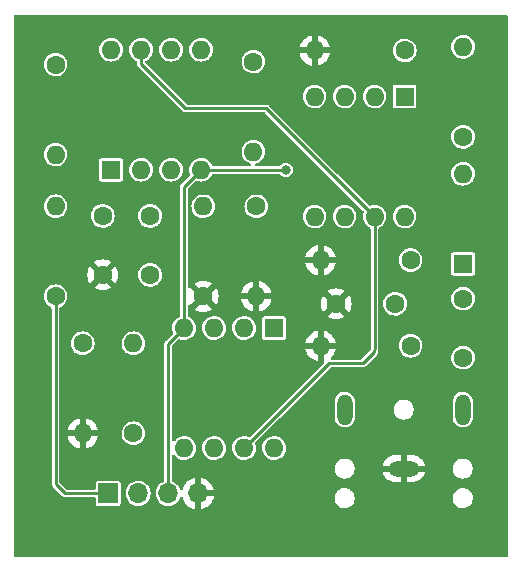
<source format=gbr>
%TF.GenerationSoftware,KiCad,Pcbnew,(6.0.6-0)*%
%TF.CreationDate,2022-08-05T14:47:47+04:00*%
%TF.ProjectId,AM Radio Receiver,414d2052-6164-4696-9f20-526563656976,rev?*%
%TF.SameCoordinates,Original*%
%TF.FileFunction,Copper,L1,Top*%
%TF.FilePolarity,Positive*%
%FSLAX46Y46*%
G04 Gerber Fmt 4.6, Leading zero omitted, Abs format (unit mm)*
G04 Created by KiCad (PCBNEW (6.0.6-0)) date 2022-08-05 14:47:47*
%MOMM*%
%LPD*%
G01*
G04 APERTURE LIST*
%TA.AperFunction,ComponentPad*%
%ADD10C,1.600000*%
%TD*%
%TA.AperFunction,ComponentPad*%
%ADD11O,1.600000X1.600000*%
%TD*%
%TA.AperFunction,ComponentPad*%
%ADD12R,1.700000X1.700000*%
%TD*%
%TA.AperFunction,ComponentPad*%
%ADD13O,1.700000X1.700000*%
%TD*%
%TA.AperFunction,ComponentPad*%
%ADD14R,1.600000X1.600000*%
%TD*%
%TA.AperFunction,ComponentPad*%
%ADD15O,2.616000X1.308000*%
%TD*%
%TA.AperFunction,ComponentPad*%
%ADD16O,1.308000X2.616000*%
%TD*%
%TA.AperFunction,ViaPad*%
%ADD17C,0.800000*%
%TD*%
%TA.AperFunction,Conductor*%
%ADD18C,0.250000*%
%TD*%
G04 APERTURE END LIST*
D10*
%TO.P,R1,1*%
%TO.N,v_in*%
X33500000Y-67810000D03*
D11*
%TO.P,R1,2*%
%TO.N,Net-(C1-Pad1)*%
X33500000Y-60190000D03*
%TD*%
D10*
%TO.P,R8,1*%
%TO.N,Net-(C3-Pad2)*%
X63560000Y-64750000D03*
D11*
%TO.P,R8,2*%
%TO.N,GND*%
X55940000Y-64750000D03*
%TD*%
D10*
%TO.P,C2,1*%
%TO.N,Net-(C1-Pad1)*%
X41500000Y-61000000D03*
%TO.P,C2,2*%
%TO.N,Net-(C2-Pad2)*%
X41500000Y-66000000D03*
%TD*%
%TO.P,C1,1*%
%TO.N,Net-(C1-Pad1)*%
X37500000Y-61000000D03*
%TO.P,C1,2*%
%TO.N,GND*%
X37500000Y-66000000D03*
%TD*%
%TO.P,R5,1*%
%TO.N,Net-(R4-Pad2)*%
X50500000Y-60190000D03*
D11*
%TO.P,R5,2*%
%TO.N,GND*%
X50500000Y-67810000D03*
%TD*%
D10*
%TO.P,C4,1*%
%TO.N,Net-(C4-Pad1)*%
X68000000Y-73000000D03*
%TO.P,C4,2*%
%TO.N,Net-(C3-Pad2)*%
X68000000Y-68000000D03*
%TD*%
D12*
%TO.P,J1,1,Pin_1*%
%TO.N,v_in*%
X37960000Y-84500000D03*
D13*
%TO.P,J1,2,Pin_2*%
%TO.N,+5V*%
X40500000Y-84500000D03*
%TO.P,J1,3,Pin_3*%
%TO.N,-5V*%
X43040000Y-84500000D03*
%TO.P,J1,4,Pin_4*%
%TO.N,GND*%
X45580000Y-84500000D03*
%TD*%
D10*
%TO.P,R10,1*%
%TO.N,Net-(J3-Pad2)*%
X40100000Y-79410000D03*
D11*
%TO.P,R10,2*%
%TO.N,Net-(R10-Pad2)*%
X40100000Y-71790000D03*
%TD*%
D14*
%TO.P,U3,1,NULL*%
%TO.N,unconnected-(U3-Pad1)*%
X52000000Y-70500000D03*
D11*
%TO.P,U3,2,-*%
%TO.N,Net-(R10-Pad2)*%
X49460000Y-70500000D03*
%TO.P,U3,3,+*%
%TO.N,Net-(C4-Pad1)*%
X46920000Y-70500000D03*
%TO.P,U3,4,V-*%
%TO.N,-5V*%
X44380000Y-70500000D03*
%TO.P,U3,5,NULL*%
%TO.N,unconnected-(U3-Pad5)*%
X44380000Y-80660000D03*
%TO.P,U3,6*%
%TO.N,Net-(J3-Pad2)*%
X46920000Y-80660000D03*
%TO.P,U3,7,V+*%
%TO.N,+5V*%
X49460000Y-80660000D03*
%TO.P,U3,8,NC*%
%TO.N,unconnected-(U3-Pad8)*%
X52000000Y-80660000D03*
%TD*%
D10*
%TO.P,R11,1*%
%TO.N,Net-(R10-Pad2)*%
X35800000Y-71790000D03*
D11*
%TO.P,R11,2*%
%TO.N,GND*%
X35800000Y-79410000D03*
%TD*%
D14*
%TO.P,U1,1,NULL*%
%TO.N,unconnected-(U1-Pad1)*%
X38200000Y-57100000D03*
D11*
%TO.P,U1,2,-*%
%TO.N,Net-(R4-Pad2)*%
X40740000Y-57100000D03*
%TO.P,U1,3,+*%
%TO.N,Net-(C2-Pad2)*%
X43280000Y-57100000D03*
%TO.P,U1,4,V-*%
%TO.N,-5V*%
X45820000Y-57100000D03*
%TO.P,U1,5,NULL*%
%TO.N,unconnected-(U1-Pad5)*%
X45820000Y-46940000D03*
%TO.P,U1,6*%
%TO.N,Net-(R3-Pad1)*%
X43280000Y-46940000D03*
%TO.P,U1,7,V+*%
%TO.N,+5V*%
X40740000Y-46940000D03*
%TO.P,U1,8,NC*%
%TO.N,unconnected-(U1-Pad8)*%
X38200000Y-46940000D03*
%TD*%
D10*
%TO.P,R4,1*%
%TO.N,Net-(R3-Pad1)*%
X50250000Y-47940000D03*
D11*
%TO.P,R4,2*%
%TO.N,Net-(R4-Pad2)*%
X50250000Y-55560000D03*
%TD*%
D14*
%TO.P,U2,1,NULL*%
%TO.N,unconnected-(U2-Pad1)*%
X63050000Y-50900000D03*
D11*
%TO.P,U2,2,-*%
%TO.N,Net-(R6-Pad2)*%
X60510000Y-50900000D03*
%TO.P,U2,3,+*%
%TO.N,Net-(R3-Pad1)*%
X57970000Y-50900000D03*
%TO.P,U2,4,V-*%
%TO.N,-5V*%
X55430000Y-50900000D03*
%TO.P,U2,5,NULL*%
%TO.N,unconnected-(U2-Pad5)*%
X55430000Y-61060000D03*
%TO.P,U2,6*%
%TO.N,Net-(D1-Pad2)*%
X57970000Y-61060000D03*
%TO.P,U2,7,V+*%
%TO.N,+5V*%
X60510000Y-61060000D03*
%TO.P,U2,8,NC*%
%TO.N,unconnected-(U2-Pad8)*%
X63050000Y-61060000D03*
%TD*%
D10*
%TO.P,R2,1*%
%TO.N,GND*%
X46000000Y-67810000D03*
D11*
%TO.P,R2,2*%
%TO.N,Net-(C2-Pad2)*%
X46000000Y-60190000D03*
%TD*%
D10*
%TO.P,R3,1*%
%TO.N,Net-(R3-Pad1)*%
X33500000Y-48190000D03*
D11*
%TO.P,R3,2*%
%TO.N,Net-(C1-Pad1)*%
X33500000Y-55810000D03*
%TD*%
D10*
%TO.P,R6,1*%
%TO.N,Net-(D1-Pad2)*%
X68000000Y-54310000D03*
D11*
%TO.P,R6,2*%
%TO.N,Net-(R6-Pad2)*%
X68000000Y-46690000D03*
%TD*%
D14*
%TO.P,D1,1,K*%
%TO.N,Net-(C3-Pad2)*%
X68000000Y-65060000D03*
D11*
%TO.P,D1,2,A*%
%TO.N,Net-(D1-Pad2)*%
X68000000Y-57440000D03*
%TD*%
D10*
%TO.P,R7,1*%
%TO.N,Net-(R6-Pad2)*%
X63060000Y-47000000D03*
D11*
%TO.P,R7,2*%
%TO.N,GND*%
X55440000Y-47000000D03*
%TD*%
D10*
%TO.P,C3,1*%
%TO.N,GND*%
X57250000Y-68450000D03*
%TO.P,C3,2*%
%TO.N,Net-(C3-Pad2)*%
X62250000Y-68450000D03*
%TD*%
D15*
%TO.P,J3,1*%
%TO.N,GND*%
X62975000Y-82400000D03*
D16*
%TO.P,J3,2*%
%TO.N,Net-(J3-Pad2)*%
X67975000Y-77400000D03*
%TO.P,J3,3*%
X57975000Y-77400000D03*
%TD*%
D10*
%TO.P,R9,1*%
%TO.N,Net-(C4-Pad1)*%
X63560000Y-72000000D03*
D11*
%TO.P,R9,2*%
%TO.N,GND*%
X55940000Y-72000000D03*
%TD*%
D17*
%TO.N,-5V*%
X53000000Y-57100000D03*
%TD*%
D18*
%TO.N,+5V*%
X40740000Y-48140000D02*
X44500000Y-51900000D01*
X56620000Y-73500000D02*
X59500000Y-73500000D01*
X60500000Y-72500000D02*
X60500000Y-72320000D01*
X60510000Y-61060000D02*
X51350000Y-51900000D01*
X51350000Y-51900000D02*
X44500000Y-51900000D01*
X49460000Y-80660000D02*
X56620000Y-73500000D01*
X59500000Y-73500000D02*
X60500000Y-72500000D01*
X60510000Y-72310000D02*
X60510000Y-61060000D01*
X60500000Y-72320000D02*
X60510000Y-72310000D01*
X40740000Y-46940000D02*
X40740000Y-48140000D01*
%TO.N,-5V*%
X45820000Y-57100000D02*
X53000000Y-57100000D01*
X43040000Y-71840000D02*
X44380000Y-70500000D01*
X44380000Y-58540000D02*
X45820000Y-57100000D01*
X44380000Y-70500000D02*
X44380000Y-58540000D01*
X43040000Y-84500000D02*
X43040000Y-71840000D01*
%TO.N,v_in*%
X37960000Y-84500000D02*
X34300000Y-84500000D01*
X34300000Y-84500000D02*
X33500000Y-83700000D01*
X33500000Y-83700000D02*
X33500000Y-67810000D01*
%TD*%
%TA.AperFunction,Conductor*%
%TO.N,GND*%
G36*
X71742121Y-43995002D02*
G01*
X71788614Y-44048658D01*
X71800000Y-44101000D01*
X71800000Y-89749000D01*
X71779998Y-89817121D01*
X71726342Y-89863614D01*
X71674000Y-89875000D01*
X30101000Y-89875000D01*
X30032879Y-89854998D01*
X29986386Y-89801342D01*
X29975000Y-89749000D01*
X29975000Y-67795963D01*
X32494757Y-67795963D01*
X32511175Y-67991483D01*
X32565258Y-68180091D01*
X32568076Y-68185574D01*
X32652123Y-68349113D01*
X32652126Y-68349117D01*
X32654944Y-68354601D01*
X32776818Y-68508369D01*
X32781511Y-68512363D01*
X32781512Y-68512364D01*
X32914264Y-68625344D01*
X32926238Y-68635535D01*
X32931616Y-68638541D01*
X32931618Y-68638542D01*
X32992413Y-68672519D01*
X33097513Y-68731257D01*
X33099913Y-68732037D01*
X33153363Y-68776832D01*
X33174500Y-68846688D01*
X33174500Y-83680290D01*
X33174020Y-83691272D01*
X33170736Y-83728807D01*
X33179356Y-83760975D01*
X33180491Y-83765210D01*
X33182870Y-83775942D01*
X33189412Y-83813045D01*
X33194923Y-83822590D01*
X33196115Y-83825866D01*
X33197592Y-83829034D01*
X33200446Y-83839684D01*
X33206770Y-83848715D01*
X33222055Y-83870544D01*
X33227961Y-83879815D01*
X33238982Y-83898903D01*
X33246806Y-83912455D01*
X33255251Y-83919541D01*
X33275682Y-83936685D01*
X33283785Y-83944111D01*
X34055889Y-84716215D01*
X34063316Y-84724319D01*
X34087545Y-84753194D01*
X34097094Y-84758707D01*
X34120185Y-84772039D01*
X34129456Y-84777945D01*
X34160316Y-84799554D01*
X34170966Y-84802408D01*
X34174134Y-84803885D01*
X34177410Y-84805077D01*
X34186955Y-84810588D01*
X34220699Y-84816538D01*
X34224058Y-84817130D01*
X34234785Y-84819508D01*
X34271193Y-84829264D01*
X34282169Y-84828304D01*
X34282172Y-84828304D01*
X34308743Y-84825979D01*
X34319724Y-84825500D01*
X36783500Y-84825500D01*
X36851621Y-84845502D01*
X36898114Y-84899158D01*
X36909500Y-84951500D01*
X36909500Y-85369748D01*
X36910707Y-85375816D01*
X36914331Y-85394033D01*
X36921133Y-85428231D01*
X36965448Y-85494552D01*
X37031769Y-85538867D01*
X37043938Y-85541288D01*
X37043939Y-85541288D01*
X37084184Y-85549293D01*
X37090252Y-85550500D01*
X38829748Y-85550500D01*
X38835816Y-85549293D01*
X38876061Y-85541288D01*
X38876062Y-85541288D01*
X38888231Y-85538867D01*
X38954552Y-85494552D01*
X38998867Y-85428231D01*
X39005670Y-85394033D01*
X39009293Y-85375816D01*
X39010500Y-85369748D01*
X39010500Y-84485262D01*
X39444520Y-84485262D01*
X39445036Y-84491406D01*
X39460028Y-84669935D01*
X39461759Y-84690553D01*
X39463458Y-84696478D01*
X39509395Y-84856678D01*
X39518544Y-84888586D01*
X39521359Y-84894063D01*
X39521360Y-84894066D01*
X39598085Y-85043357D01*
X39612712Y-85071818D01*
X39740677Y-85233270D01*
X39745370Y-85237264D01*
X39745371Y-85237265D01*
X39821012Y-85301640D01*
X39897564Y-85366791D01*
X39902942Y-85369797D01*
X39902944Y-85369798D01*
X39927667Y-85383615D01*
X40077398Y-85467297D01*
X40161280Y-85494552D01*
X40267471Y-85529056D01*
X40267475Y-85529057D01*
X40273329Y-85530959D01*
X40477894Y-85555351D01*
X40484029Y-85554879D01*
X40484031Y-85554879D01*
X40556625Y-85549293D01*
X40683300Y-85539546D01*
X40689230Y-85537890D01*
X40689232Y-85537890D01*
X40875797Y-85485800D01*
X40875796Y-85485800D01*
X40881725Y-85484145D01*
X40887214Y-85481372D01*
X40887220Y-85481370D01*
X41060116Y-85394033D01*
X41065610Y-85391258D01*
X41081345Y-85378965D01*
X41223101Y-85268213D01*
X41227951Y-85264424D01*
X41285992Y-85197183D01*
X41358540Y-85113134D01*
X41358540Y-85113133D01*
X41362564Y-85108472D01*
X41383387Y-85071818D01*
X41403290Y-85036781D01*
X41464323Y-84929344D01*
X41529351Y-84733863D01*
X41555171Y-84529474D01*
X41555390Y-84513806D01*
X41555534Y-84503522D01*
X41555534Y-84503518D01*
X41555583Y-84500000D01*
X41554138Y-84485262D01*
X41984520Y-84485262D01*
X41985036Y-84491406D01*
X42000028Y-84669935D01*
X42001759Y-84690553D01*
X42003458Y-84696478D01*
X42049395Y-84856678D01*
X42058544Y-84888586D01*
X42061359Y-84894063D01*
X42061360Y-84894066D01*
X42138085Y-85043357D01*
X42152712Y-85071818D01*
X42280677Y-85233270D01*
X42285370Y-85237264D01*
X42285371Y-85237265D01*
X42361012Y-85301640D01*
X42437564Y-85366791D01*
X42442942Y-85369797D01*
X42442944Y-85369798D01*
X42467667Y-85383615D01*
X42617398Y-85467297D01*
X42701280Y-85494552D01*
X42807471Y-85529056D01*
X42807475Y-85529057D01*
X42813329Y-85530959D01*
X43017894Y-85555351D01*
X43024029Y-85554879D01*
X43024031Y-85554879D01*
X43096625Y-85549293D01*
X43223300Y-85539546D01*
X43229230Y-85537890D01*
X43229232Y-85537890D01*
X43415797Y-85485800D01*
X43415796Y-85485800D01*
X43421725Y-85484145D01*
X43427214Y-85481372D01*
X43427220Y-85481370D01*
X43600116Y-85394033D01*
X43605610Y-85391258D01*
X43621345Y-85378965D01*
X43763101Y-85268213D01*
X43767951Y-85264424D01*
X43825992Y-85197183D01*
X43898540Y-85113134D01*
X43898540Y-85113133D01*
X43902564Y-85108472D01*
X43923387Y-85071818D01*
X43943290Y-85036781D01*
X44004323Y-84929344D01*
X44014365Y-84899158D01*
X44028496Y-84856678D01*
X44068978Y-84798354D01*
X44134566Y-84771175D01*
X44204437Y-84783770D01*
X44256406Y-84832141D01*
X44270971Y-84868751D01*
X44278564Y-84902444D01*
X44281645Y-84912275D01*
X44361770Y-85109603D01*
X44366413Y-85118794D01*
X44477694Y-85300388D01*
X44483777Y-85308699D01*
X44623213Y-85469667D01*
X44630580Y-85476883D01*
X44794434Y-85612916D01*
X44802881Y-85618831D01*
X44986756Y-85726279D01*
X44996042Y-85730729D01*
X45195001Y-85806703D01*
X45204899Y-85809579D01*
X45308250Y-85830606D01*
X45322299Y-85829410D01*
X45326000Y-85819065D01*
X45326000Y-85818517D01*
X45834000Y-85818517D01*
X45838064Y-85832359D01*
X45851478Y-85834393D01*
X45858184Y-85833534D01*
X45868262Y-85831392D01*
X46072255Y-85770191D01*
X46081842Y-85766433D01*
X46273095Y-85672739D01*
X46281945Y-85667464D01*
X46455328Y-85543792D01*
X46463200Y-85537139D01*
X46614052Y-85386812D01*
X46620730Y-85378965D01*
X46745003Y-85206020D01*
X46750313Y-85197183D01*
X46844670Y-85006267D01*
X46848469Y-84996672D01*
X46892350Y-84852244D01*
X57120819Y-84852244D01*
X57121176Y-84859061D01*
X57121176Y-84859065D01*
X57128388Y-84996672D01*
X57130490Y-85036781D01*
X57132301Y-85043354D01*
X57132301Y-85043357D01*
X57157930Y-85136402D01*
X57179562Y-85214936D01*
X57265746Y-85378398D01*
X57385020Y-85519540D01*
X57390444Y-85523687D01*
X57390445Y-85523688D01*
X57526399Y-85627633D01*
X57526403Y-85627636D01*
X57531820Y-85631777D01*
X57538000Y-85634659D01*
X57538002Y-85634660D01*
X57693120Y-85706993D01*
X57693123Y-85706994D01*
X57699297Y-85709873D01*
X57705942Y-85711358D01*
X57705947Y-85711360D01*
X57814207Y-85735558D01*
X57879637Y-85750183D01*
X57885307Y-85750500D01*
X58021164Y-85750500D01*
X58158709Y-85735558D01*
X58333848Y-85676617D01*
X58492244Y-85581443D01*
X58497206Y-85576751D01*
X58621549Y-85459165D01*
X58621551Y-85459163D01*
X58626507Y-85454476D01*
X58730375Y-85301640D01*
X58743745Y-85268213D01*
X58796466Y-85136402D01*
X58796467Y-85136397D01*
X58799000Y-85130065D01*
X58829181Y-84947756D01*
X58828498Y-84934707D01*
X58824176Y-84852244D01*
X67120819Y-84852244D01*
X67121176Y-84859061D01*
X67121176Y-84859065D01*
X67128388Y-84996672D01*
X67130490Y-85036781D01*
X67132301Y-85043354D01*
X67132301Y-85043357D01*
X67157930Y-85136402D01*
X67179562Y-85214936D01*
X67265746Y-85378398D01*
X67385020Y-85519540D01*
X67390444Y-85523687D01*
X67390445Y-85523688D01*
X67526399Y-85627633D01*
X67526403Y-85627636D01*
X67531820Y-85631777D01*
X67538000Y-85634659D01*
X67538002Y-85634660D01*
X67693120Y-85706993D01*
X67693123Y-85706994D01*
X67699297Y-85709873D01*
X67705942Y-85711358D01*
X67705947Y-85711360D01*
X67814207Y-85735558D01*
X67879637Y-85750183D01*
X67885307Y-85750500D01*
X68021164Y-85750500D01*
X68158709Y-85735558D01*
X68333848Y-85676617D01*
X68492244Y-85581443D01*
X68497206Y-85576751D01*
X68621549Y-85459165D01*
X68621551Y-85459163D01*
X68626507Y-85454476D01*
X68730375Y-85301640D01*
X68743745Y-85268213D01*
X68796466Y-85136402D01*
X68796467Y-85136397D01*
X68799000Y-85130065D01*
X68829181Y-84947756D01*
X68828498Y-84934707D01*
X68819867Y-84770032D01*
X68819510Y-84763219D01*
X68807637Y-84720112D01*
X68772251Y-84591646D01*
X68770438Y-84585064D01*
X68684254Y-84421602D01*
X68564980Y-84280460D01*
X68557393Y-84274659D01*
X68423601Y-84172367D01*
X68423597Y-84172364D01*
X68418180Y-84168223D01*
X68412000Y-84165341D01*
X68411998Y-84165340D01*
X68256880Y-84093007D01*
X68256877Y-84093006D01*
X68250703Y-84090127D01*
X68244058Y-84088642D01*
X68244053Y-84088640D01*
X68098579Y-84056124D01*
X68070363Y-84049817D01*
X68064693Y-84049500D01*
X67928836Y-84049500D01*
X67791291Y-84064442D01*
X67616152Y-84123383D01*
X67457756Y-84218557D01*
X67452796Y-84223248D01*
X67452794Y-84223249D01*
X67370467Y-84301103D01*
X67323493Y-84345524D01*
X67219625Y-84498360D01*
X67217092Y-84504694D01*
X67217090Y-84504697D01*
X67153534Y-84663598D01*
X67153533Y-84663603D01*
X67151000Y-84669935D01*
X67120819Y-84852244D01*
X58824176Y-84852244D01*
X58819867Y-84770032D01*
X58819510Y-84763219D01*
X58807637Y-84720112D01*
X58772251Y-84591646D01*
X58770438Y-84585064D01*
X58684254Y-84421602D01*
X58564980Y-84280460D01*
X58557393Y-84274659D01*
X58423601Y-84172367D01*
X58423597Y-84172364D01*
X58418180Y-84168223D01*
X58412000Y-84165341D01*
X58411998Y-84165340D01*
X58256880Y-84093007D01*
X58256877Y-84093006D01*
X58250703Y-84090127D01*
X58244058Y-84088642D01*
X58244053Y-84088640D01*
X58098579Y-84056124D01*
X58070363Y-84049817D01*
X58064693Y-84049500D01*
X57928836Y-84049500D01*
X57791291Y-84064442D01*
X57616152Y-84123383D01*
X57457756Y-84218557D01*
X57452796Y-84223248D01*
X57452794Y-84223249D01*
X57370467Y-84301103D01*
X57323493Y-84345524D01*
X57219625Y-84498360D01*
X57217092Y-84504694D01*
X57217090Y-84504697D01*
X57153534Y-84663598D01*
X57153533Y-84663603D01*
X57151000Y-84669935D01*
X57120819Y-84852244D01*
X46892350Y-84852244D01*
X46910377Y-84792910D01*
X46912555Y-84782837D01*
X46913986Y-84771962D01*
X46911775Y-84757778D01*
X46898617Y-84754000D01*
X45852115Y-84754000D01*
X45836876Y-84758475D01*
X45835671Y-84759865D01*
X45834000Y-84767548D01*
X45834000Y-85818517D01*
X45326000Y-85818517D01*
X45326000Y-84227885D01*
X45834000Y-84227885D01*
X45838475Y-84243124D01*
X45839865Y-84244329D01*
X45847548Y-84246000D01*
X46898344Y-84246000D01*
X46911875Y-84242027D01*
X46913180Y-84232947D01*
X46871214Y-84065875D01*
X46867894Y-84056124D01*
X46782972Y-83860814D01*
X46778105Y-83851739D01*
X46662426Y-83672926D01*
X46656136Y-83664757D01*
X46512806Y-83507240D01*
X46505273Y-83500215D01*
X46338139Y-83368222D01*
X46329552Y-83362517D01*
X46143117Y-83259599D01*
X46133705Y-83255369D01*
X45932959Y-83184280D01*
X45922988Y-83181646D01*
X45851837Y-83168972D01*
X45838540Y-83170432D01*
X45834000Y-83184989D01*
X45834000Y-84227885D01*
X45326000Y-84227885D01*
X45326000Y-83183102D01*
X45322082Y-83169758D01*
X45307806Y-83167771D01*
X45269324Y-83173660D01*
X45259288Y-83176051D01*
X45056868Y-83242212D01*
X45047359Y-83246209D01*
X44858463Y-83344542D01*
X44849738Y-83350036D01*
X44679433Y-83477905D01*
X44671726Y-83484748D01*
X44524590Y-83638717D01*
X44518104Y-83646727D01*
X44398098Y-83822649D01*
X44393000Y-83831623D01*
X44303338Y-84024783D01*
X44299775Y-84034470D01*
X44271012Y-84138185D01*
X44233533Y-84198483D01*
X44169405Y-84228946D01*
X44098986Y-84219903D01*
X44044636Y-84174224D01*
X44028973Y-84140933D01*
X44023674Y-84123383D01*
X44015935Y-84097749D01*
X43919218Y-83915849D01*
X43835373Y-83813045D01*
X43792906Y-83760975D01*
X43792903Y-83760972D01*
X43789011Y-83756200D01*
X43710527Y-83691272D01*
X43635025Y-83628811D01*
X43635021Y-83628809D01*
X43630275Y-83624882D01*
X43449055Y-83526897D01*
X43443167Y-83525074D01*
X43442676Y-83524868D01*
X43387628Y-83480033D01*
X43365500Y-83408712D01*
X43365500Y-82352244D01*
X57120819Y-82352244D01*
X57121176Y-82359061D01*
X57121176Y-82359065D01*
X57129302Y-82514111D01*
X57130490Y-82536781D01*
X57132301Y-82543354D01*
X57132301Y-82543357D01*
X57177502Y-82707459D01*
X57179562Y-82714936D01*
X57265746Y-82878398D01*
X57385020Y-83019540D01*
X57390444Y-83023687D01*
X57390445Y-83023688D01*
X57526399Y-83127633D01*
X57526403Y-83127636D01*
X57531820Y-83131777D01*
X57538000Y-83134659D01*
X57538002Y-83134660D01*
X57693120Y-83206993D01*
X57693123Y-83206994D01*
X57699297Y-83209873D01*
X57705942Y-83211358D01*
X57705947Y-83211360D01*
X57814207Y-83235558D01*
X57879637Y-83250183D01*
X57885307Y-83250500D01*
X58021164Y-83250500D01*
X58158709Y-83235558D01*
X58333848Y-83176617D01*
X58492244Y-83081443D01*
X58553318Y-83023688D01*
X58621549Y-82959165D01*
X58621551Y-82959163D01*
X58626507Y-82954476D01*
X58730375Y-82801640D01*
X58756308Y-82736803D01*
X58781939Y-82672722D01*
X61188749Y-82672722D01*
X61192807Y-82696339D01*
X61195787Y-82707459D01*
X61265705Y-82896981D01*
X61270655Y-82907359D01*
X61373941Y-83080967D01*
X61380705Y-83090276D01*
X61513900Y-83242157D01*
X61522235Y-83250067D01*
X61680879Y-83375132D01*
X61690536Y-83381403D01*
X61869298Y-83475454D01*
X61879941Y-83479862D01*
X62072857Y-83539765D01*
X62084101Y-83542155D01*
X62248085Y-83561564D01*
X62255488Y-83562000D01*
X62702885Y-83562000D01*
X62718124Y-83557525D01*
X62719329Y-83556135D01*
X62721000Y-83548452D01*
X62721000Y-83543885D01*
X63229000Y-83543885D01*
X63233475Y-83559124D01*
X63234865Y-83560329D01*
X63242548Y-83562000D01*
X63680278Y-83562000D01*
X63686067Y-83561734D01*
X63835908Y-83547966D01*
X63847229Y-83545868D01*
X64041643Y-83491038D01*
X64052390Y-83486913D01*
X64233565Y-83397566D01*
X64243374Y-83391554D01*
X64405225Y-83270696D01*
X64413785Y-83262989D01*
X64550907Y-83114651D01*
X64557908Y-83105526D01*
X64665704Y-82934680D01*
X64670924Y-82924436D01*
X64745782Y-82736803D01*
X64749049Y-82725774D01*
X64759791Y-82671768D01*
X64758639Y-82658894D01*
X64743484Y-82654000D01*
X63247115Y-82654000D01*
X63231876Y-82658475D01*
X63230671Y-82659865D01*
X63229000Y-82667548D01*
X63229000Y-83543885D01*
X62721000Y-83543885D01*
X62721000Y-82672115D01*
X62716525Y-82656876D01*
X62715135Y-82655671D01*
X62707452Y-82654000D01*
X61203647Y-82654000D01*
X61190685Y-82657806D01*
X61188749Y-82672722D01*
X58781939Y-82672722D01*
X58796466Y-82636402D01*
X58796467Y-82636397D01*
X58799000Y-82630065D01*
X58829181Y-82447756D01*
X58824176Y-82352244D01*
X67120819Y-82352244D01*
X67121176Y-82359061D01*
X67121176Y-82359065D01*
X67129302Y-82514111D01*
X67130490Y-82536781D01*
X67132301Y-82543354D01*
X67132301Y-82543357D01*
X67177502Y-82707459D01*
X67179562Y-82714936D01*
X67265746Y-82878398D01*
X67385020Y-83019540D01*
X67390444Y-83023687D01*
X67390445Y-83023688D01*
X67526399Y-83127633D01*
X67526403Y-83127636D01*
X67531820Y-83131777D01*
X67538000Y-83134659D01*
X67538002Y-83134660D01*
X67693120Y-83206993D01*
X67693123Y-83206994D01*
X67699297Y-83209873D01*
X67705942Y-83211358D01*
X67705947Y-83211360D01*
X67814207Y-83235558D01*
X67879637Y-83250183D01*
X67885307Y-83250500D01*
X68021164Y-83250500D01*
X68158709Y-83235558D01*
X68333848Y-83176617D01*
X68492244Y-83081443D01*
X68553318Y-83023688D01*
X68621549Y-82959165D01*
X68621551Y-82959163D01*
X68626507Y-82954476D01*
X68730375Y-82801640D01*
X68756308Y-82736803D01*
X68796466Y-82636402D01*
X68796467Y-82636397D01*
X68799000Y-82630065D01*
X68829181Y-82447756D01*
X68823823Y-82345506D01*
X68819867Y-82270032D01*
X68819510Y-82263219D01*
X68793816Y-82169935D01*
X68772251Y-82091646D01*
X68770438Y-82085064D01*
X68684254Y-81921602D01*
X68564980Y-81780460D01*
X68559555Y-81776312D01*
X68423601Y-81672367D01*
X68423597Y-81672364D01*
X68418180Y-81668223D01*
X68412000Y-81665341D01*
X68411998Y-81665340D01*
X68256880Y-81593007D01*
X68256877Y-81593006D01*
X68250703Y-81590127D01*
X68244058Y-81588642D01*
X68244053Y-81588640D01*
X68104129Y-81557365D01*
X68070363Y-81549817D01*
X68064693Y-81549500D01*
X67928836Y-81549500D01*
X67791291Y-81564442D01*
X67616152Y-81623383D01*
X67457756Y-81718557D01*
X67452796Y-81723248D01*
X67452794Y-81723249D01*
X67392296Y-81780460D01*
X67323493Y-81845524D01*
X67219625Y-81998360D01*
X67217092Y-82004694D01*
X67217090Y-82004697D01*
X67153534Y-82163598D01*
X67153533Y-82163603D01*
X67151000Y-82169935D01*
X67120819Y-82352244D01*
X58824176Y-82352244D01*
X58823823Y-82345506D01*
X58819867Y-82270032D01*
X58819510Y-82263219D01*
X58793816Y-82169935D01*
X58782329Y-82128232D01*
X61190209Y-82128232D01*
X61191361Y-82141106D01*
X61206516Y-82146000D01*
X62702885Y-82146000D01*
X62718124Y-82141525D01*
X62719329Y-82140135D01*
X62721000Y-82132452D01*
X62721000Y-82127885D01*
X63229000Y-82127885D01*
X63233475Y-82143124D01*
X63234865Y-82144329D01*
X63242548Y-82146000D01*
X64746353Y-82146000D01*
X64759315Y-82142194D01*
X64761251Y-82127278D01*
X64757193Y-82103661D01*
X64754213Y-82092541D01*
X64684295Y-81903019D01*
X64679345Y-81892641D01*
X64576059Y-81719033D01*
X64569295Y-81709724D01*
X64436100Y-81557843D01*
X64427765Y-81549933D01*
X64269121Y-81424868D01*
X64259464Y-81418597D01*
X64080702Y-81324546D01*
X64070059Y-81320138D01*
X63877143Y-81260235D01*
X63865899Y-81257845D01*
X63701915Y-81238436D01*
X63694512Y-81238000D01*
X63247115Y-81238000D01*
X63231876Y-81242475D01*
X63230671Y-81243865D01*
X63229000Y-81251548D01*
X63229000Y-82127885D01*
X62721000Y-82127885D01*
X62721000Y-81256115D01*
X62716525Y-81240876D01*
X62715135Y-81239671D01*
X62707452Y-81238000D01*
X62269722Y-81238000D01*
X62263933Y-81238266D01*
X62114092Y-81252034D01*
X62102771Y-81254132D01*
X61908357Y-81308962D01*
X61897610Y-81313087D01*
X61716435Y-81402434D01*
X61706626Y-81408446D01*
X61544775Y-81529304D01*
X61536215Y-81537011D01*
X61399093Y-81685349D01*
X61392092Y-81694474D01*
X61284296Y-81865320D01*
X61279076Y-81875564D01*
X61204218Y-82063197D01*
X61200951Y-82074226D01*
X61190209Y-82128232D01*
X58782329Y-82128232D01*
X58772251Y-82091646D01*
X58770438Y-82085064D01*
X58684254Y-81921602D01*
X58564980Y-81780460D01*
X58559555Y-81776312D01*
X58423601Y-81672367D01*
X58423597Y-81672364D01*
X58418180Y-81668223D01*
X58412000Y-81665341D01*
X58411998Y-81665340D01*
X58256880Y-81593007D01*
X58256877Y-81593006D01*
X58250703Y-81590127D01*
X58244058Y-81588642D01*
X58244053Y-81588640D01*
X58104129Y-81557365D01*
X58070363Y-81549817D01*
X58064693Y-81549500D01*
X57928836Y-81549500D01*
X57791291Y-81564442D01*
X57616152Y-81623383D01*
X57457756Y-81718557D01*
X57452796Y-81723248D01*
X57452794Y-81723249D01*
X57392296Y-81780460D01*
X57323493Y-81845524D01*
X57219625Y-81998360D01*
X57217092Y-82004694D01*
X57217090Y-82004697D01*
X57153534Y-82163598D01*
X57153533Y-82163603D01*
X57151000Y-82169935D01*
X57120819Y-82352244D01*
X43365500Y-82352244D01*
X43365500Y-81352639D01*
X43385502Y-81284518D01*
X43439158Y-81238025D01*
X43509432Y-81227921D01*
X43574012Y-81257415D01*
X43590244Y-81274373D01*
X43656818Y-81358369D01*
X43806238Y-81485535D01*
X43811616Y-81488541D01*
X43811618Y-81488542D01*
X43847932Y-81508837D01*
X43977513Y-81581257D01*
X44164118Y-81641889D01*
X44358946Y-81665121D01*
X44365081Y-81664649D01*
X44365083Y-81664649D01*
X44548434Y-81650541D01*
X44548438Y-81650540D01*
X44554576Y-81650068D01*
X44743556Y-81597303D01*
X44918689Y-81508837D01*
X44948515Y-81485535D01*
X45026165Y-81424868D01*
X45073303Y-81388040D01*
X45103084Y-81353539D01*
X45197485Y-81244173D01*
X45197485Y-81244172D01*
X45201509Y-81239511D01*
X45298425Y-81068909D01*
X45360358Y-80882732D01*
X45384949Y-80688071D01*
X45385341Y-80660000D01*
X45383965Y-80645963D01*
X45914757Y-80645963D01*
X45931175Y-80841483D01*
X45985258Y-81030091D01*
X45988076Y-81035574D01*
X46072123Y-81199113D01*
X46072126Y-81199117D01*
X46074944Y-81204601D01*
X46196818Y-81358369D01*
X46346238Y-81485535D01*
X46351616Y-81488541D01*
X46351618Y-81488542D01*
X46387932Y-81508837D01*
X46517513Y-81581257D01*
X46704118Y-81641889D01*
X46898946Y-81665121D01*
X46905081Y-81664649D01*
X46905083Y-81664649D01*
X47088434Y-81650541D01*
X47088438Y-81650540D01*
X47094576Y-81650068D01*
X47283556Y-81597303D01*
X47458689Y-81508837D01*
X47488515Y-81485535D01*
X47566165Y-81424868D01*
X47613303Y-81388040D01*
X47643084Y-81353539D01*
X47737485Y-81244173D01*
X47737485Y-81244172D01*
X47741509Y-81239511D01*
X47838425Y-81068909D01*
X47900358Y-80882732D01*
X47924949Y-80688071D01*
X47925341Y-80660000D01*
X47906194Y-80464728D01*
X47904413Y-80458829D01*
X47904412Y-80458824D01*
X47851265Y-80282793D01*
X47849484Y-80276894D01*
X47757370Y-80103653D01*
X47633361Y-79951602D01*
X47482180Y-79826535D01*
X47309585Y-79733213D01*
X47194664Y-79697639D01*
X47128039Y-79677015D01*
X47128036Y-79677014D01*
X47122152Y-79675193D01*
X47116027Y-79674549D01*
X47116026Y-79674549D01*
X46933147Y-79655327D01*
X46933146Y-79655327D01*
X46927019Y-79654683D01*
X46824643Y-79664000D01*
X46737759Y-79671907D01*
X46737758Y-79671907D01*
X46731618Y-79672466D01*
X46725704Y-79674207D01*
X46725702Y-79674207D01*
X46646088Y-79697639D01*
X46543393Y-79727864D01*
X46537928Y-79730721D01*
X46374972Y-79815912D01*
X46374968Y-79815915D01*
X46369512Y-79818767D01*
X46364712Y-79822627D01*
X46364711Y-79822627D01*
X46330326Y-79850273D01*
X46216600Y-79941711D01*
X46090480Y-80092016D01*
X46087516Y-80097408D01*
X46087513Y-80097412D01*
X46024522Y-80211993D01*
X45995956Y-80263954D01*
X45936628Y-80450978D01*
X45914757Y-80645963D01*
X45383965Y-80645963D01*
X45366194Y-80464728D01*
X45364413Y-80458829D01*
X45364412Y-80458824D01*
X45311265Y-80282793D01*
X45309484Y-80276894D01*
X45217370Y-80103653D01*
X45093361Y-79951602D01*
X44942180Y-79826535D01*
X44769585Y-79733213D01*
X44654664Y-79697639D01*
X44588039Y-79677015D01*
X44588036Y-79677014D01*
X44582152Y-79675193D01*
X44576027Y-79674549D01*
X44576026Y-79674549D01*
X44393147Y-79655327D01*
X44393146Y-79655327D01*
X44387019Y-79654683D01*
X44284643Y-79664000D01*
X44197759Y-79671907D01*
X44197758Y-79671907D01*
X44191618Y-79672466D01*
X44185704Y-79674207D01*
X44185702Y-79674207D01*
X44106088Y-79697639D01*
X44003393Y-79727864D01*
X43997928Y-79730721D01*
X43834972Y-79815912D01*
X43834968Y-79815915D01*
X43829512Y-79818767D01*
X43824712Y-79822627D01*
X43824711Y-79822627D01*
X43790326Y-79850273D01*
X43676600Y-79941711D01*
X43588022Y-80047275D01*
X43528912Y-80086602D01*
X43457925Y-80087728D01*
X43397597Y-80050297D01*
X43367083Y-79986193D01*
X43365500Y-79966284D01*
X43365500Y-72266522D01*
X54657273Y-72266522D01*
X54704764Y-72443761D01*
X54708510Y-72454053D01*
X54800586Y-72651511D01*
X54806069Y-72661007D01*
X54931028Y-72839467D01*
X54938084Y-72847875D01*
X55092125Y-73001916D01*
X55100533Y-73008972D01*
X55278993Y-73133931D01*
X55288489Y-73139414D01*
X55485947Y-73231490D01*
X55496239Y-73235236D01*
X55668503Y-73281394D01*
X55682599Y-73281058D01*
X55686000Y-73273116D01*
X55686000Y-72272115D01*
X55681525Y-72256876D01*
X55680135Y-72255671D01*
X55672452Y-72254000D01*
X54672033Y-72254000D01*
X54658502Y-72257973D01*
X54657273Y-72266522D01*
X43365500Y-72266522D01*
X43365500Y-72027016D01*
X43385502Y-71958895D01*
X43402405Y-71937921D01*
X43611823Y-71728503D01*
X54658606Y-71728503D01*
X54658942Y-71742599D01*
X54666884Y-71746000D01*
X55667885Y-71746000D01*
X55683124Y-71741525D01*
X55684329Y-71740135D01*
X55686000Y-71732452D01*
X55686000Y-71727885D01*
X56194000Y-71727885D01*
X56198475Y-71743124D01*
X56199865Y-71744329D01*
X56207548Y-71746000D01*
X57207967Y-71746000D01*
X57221498Y-71742027D01*
X57222727Y-71733478D01*
X57175236Y-71556239D01*
X57171490Y-71545947D01*
X57079414Y-71348489D01*
X57073931Y-71338993D01*
X56948972Y-71160533D01*
X56941916Y-71152125D01*
X56787875Y-70998084D01*
X56779467Y-70991028D01*
X56601007Y-70866069D01*
X56591511Y-70860586D01*
X56394053Y-70768510D01*
X56383761Y-70764764D01*
X56211497Y-70718606D01*
X56197401Y-70718942D01*
X56194000Y-70726884D01*
X56194000Y-71727885D01*
X55686000Y-71727885D01*
X55686000Y-70732033D01*
X55682027Y-70718502D01*
X55673478Y-70717273D01*
X55496239Y-70764764D01*
X55485947Y-70768510D01*
X55288489Y-70860586D01*
X55278993Y-70866069D01*
X55100533Y-70991028D01*
X55092125Y-70998084D01*
X54938084Y-71152125D01*
X54931028Y-71160533D01*
X54806069Y-71338993D01*
X54800586Y-71348489D01*
X54708510Y-71545947D01*
X54704764Y-71556239D01*
X54658606Y-71728503D01*
X43611823Y-71728503D01*
X43878804Y-71461522D01*
X43941116Y-71427496D01*
X44006834Y-71430784D01*
X44164118Y-71481889D01*
X44358946Y-71505121D01*
X44365081Y-71504649D01*
X44365083Y-71504649D01*
X44548434Y-71490541D01*
X44548438Y-71490540D01*
X44554576Y-71490068D01*
X44743556Y-71437303D01*
X44918689Y-71348837D01*
X44948515Y-71325535D01*
X45009546Y-71277852D01*
X45073303Y-71228040D01*
X45082576Y-71217298D01*
X45197485Y-71084173D01*
X45197485Y-71084172D01*
X45201509Y-71079511D01*
X45206503Y-71070721D01*
X45269137Y-70960465D01*
X45298425Y-70908909D01*
X45360358Y-70722732D01*
X45384949Y-70528071D01*
X45385341Y-70500000D01*
X45383965Y-70485963D01*
X45914757Y-70485963D01*
X45931175Y-70681483D01*
X45985258Y-70870091D01*
X45988076Y-70875574D01*
X46072123Y-71039113D01*
X46072126Y-71039117D01*
X46074944Y-71044601D01*
X46196818Y-71198369D01*
X46201511Y-71202363D01*
X46201512Y-71202364D01*
X46332169Y-71313561D01*
X46346238Y-71325535D01*
X46351616Y-71328541D01*
X46351618Y-71328542D01*
X46387932Y-71348837D01*
X46517513Y-71421257D01*
X46704118Y-71481889D01*
X46898946Y-71505121D01*
X46905081Y-71504649D01*
X46905083Y-71504649D01*
X47088434Y-71490541D01*
X47088438Y-71490540D01*
X47094576Y-71490068D01*
X47283556Y-71437303D01*
X47458689Y-71348837D01*
X47488515Y-71325535D01*
X47549546Y-71277852D01*
X47613303Y-71228040D01*
X47622576Y-71217298D01*
X47737485Y-71084173D01*
X47737485Y-71084172D01*
X47741509Y-71079511D01*
X47746503Y-71070721D01*
X47809137Y-70960465D01*
X47838425Y-70908909D01*
X47900358Y-70722732D01*
X47924949Y-70528071D01*
X47925341Y-70500000D01*
X47923965Y-70485963D01*
X48454757Y-70485963D01*
X48471175Y-70681483D01*
X48525258Y-70870091D01*
X48528076Y-70875574D01*
X48612123Y-71039113D01*
X48612126Y-71039117D01*
X48614944Y-71044601D01*
X48736818Y-71198369D01*
X48741511Y-71202363D01*
X48741512Y-71202364D01*
X48872169Y-71313561D01*
X48886238Y-71325535D01*
X48891616Y-71328541D01*
X48891618Y-71328542D01*
X48927932Y-71348837D01*
X49057513Y-71421257D01*
X49244118Y-71481889D01*
X49438946Y-71505121D01*
X49445081Y-71504649D01*
X49445083Y-71504649D01*
X49628434Y-71490541D01*
X49628438Y-71490540D01*
X49634576Y-71490068D01*
X49823556Y-71437303D01*
X49998689Y-71348837D01*
X50028515Y-71325535D01*
X50035922Y-71319748D01*
X50999500Y-71319748D01*
X51011133Y-71378231D01*
X51055448Y-71444552D01*
X51121769Y-71488867D01*
X51133938Y-71491288D01*
X51133939Y-71491288D01*
X51174184Y-71499293D01*
X51180252Y-71500500D01*
X52819748Y-71500500D01*
X52825816Y-71499293D01*
X52866061Y-71491288D01*
X52866062Y-71491288D01*
X52878231Y-71488867D01*
X52944552Y-71444552D01*
X52988867Y-71378231D01*
X53000500Y-71319748D01*
X53000500Y-69680252D01*
X52996226Y-69658767D01*
X52991288Y-69633939D01*
X52991288Y-69633938D01*
X52988867Y-69621769D01*
X52944552Y-69555448D01*
X52915539Y-69536062D01*
X56528493Y-69536062D01*
X56537789Y-69548077D01*
X56588994Y-69583931D01*
X56598489Y-69589414D01*
X56795947Y-69681490D01*
X56806239Y-69685236D01*
X57016688Y-69741625D01*
X57027481Y-69743528D01*
X57244525Y-69762517D01*
X57255475Y-69762517D01*
X57472519Y-69743528D01*
X57483312Y-69741625D01*
X57693761Y-69685236D01*
X57704053Y-69681490D01*
X57901511Y-69589414D01*
X57911006Y-69583931D01*
X57963048Y-69547491D01*
X57971424Y-69537012D01*
X57964356Y-69523566D01*
X57262812Y-68822022D01*
X57248868Y-68814408D01*
X57247035Y-68814539D01*
X57240420Y-68818790D01*
X56534923Y-69524287D01*
X56528493Y-69536062D01*
X52915539Y-69536062D01*
X52878231Y-69511133D01*
X52866062Y-69508712D01*
X52866061Y-69508712D01*
X52825816Y-69500707D01*
X52819748Y-69499500D01*
X51180252Y-69499500D01*
X51174184Y-69500707D01*
X51133939Y-69508712D01*
X51133938Y-69508712D01*
X51121769Y-69511133D01*
X51055448Y-69555448D01*
X51011133Y-69621769D01*
X51008712Y-69633938D01*
X51008712Y-69633939D01*
X51003774Y-69658767D01*
X50999500Y-69680252D01*
X50999500Y-71319748D01*
X50035922Y-71319748D01*
X50089546Y-71277852D01*
X50153303Y-71228040D01*
X50162576Y-71217298D01*
X50277485Y-71084173D01*
X50277485Y-71084172D01*
X50281509Y-71079511D01*
X50286503Y-71070721D01*
X50349137Y-70960465D01*
X50378425Y-70908909D01*
X50440358Y-70722732D01*
X50464949Y-70528071D01*
X50465341Y-70500000D01*
X50446194Y-70304728D01*
X50444413Y-70298829D01*
X50444412Y-70298824D01*
X50391265Y-70122793D01*
X50389484Y-70116894D01*
X50297370Y-69943653D01*
X50173361Y-69791602D01*
X50022180Y-69666535D01*
X49849585Y-69573213D01*
X49719542Y-69532958D01*
X49668039Y-69517015D01*
X49668036Y-69517014D01*
X49662152Y-69515193D01*
X49656027Y-69514549D01*
X49656026Y-69514549D01*
X49473147Y-69495327D01*
X49473146Y-69495327D01*
X49467019Y-69494683D01*
X49344383Y-69505844D01*
X49277759Y-69511907D01*
X49277758Y-69511907D01*
X49271618Y-69512466D01*
X49265704Y-69514207D01*
X49265702Y-69514207D01*
X49191446Y-69536062D01*
X49083393Y-69567864D01*
X49077928Y-69570721D01*
X48914972Y-69655912D01*
X48914968Y-69655915D01*
X48909512Y-69658767D01*
X48904712Y-69662627D01*
X48904711Y-69662627D01*
X48890337Y-69674184D01*
X48756600Y-69781711D01*
X48630480Y-69932016D01*
X48627516Y-69937408D01*
X48627513Y-69937412D01*
X48548813Y-70080567D01*
X48535956Y-70103954D01*
X48476628Y-70290978D01*
X48454757Y-70485963D01*
X47923965Y-70485963D01*
X47906194Y-70304728D01*
X47904413Y-70298829D01*
X47904412Y-70298824D01*
X47851265Y-70122793D01*
X47849484Y-70116894D01*
X47757370Y-69943653D01*
X47633361Y-69791602D01*
X47482180Y-69666535D01*
X47309585Y-69573213D01*
X47179542Y-69532958D01*
X47128039Y-69517015D01*
X47128036Y-69517014D01*
X47122152Y-69515193D01*
X47116027Y-69514549D01*
X47116026Y-69514549D01*
X46933147Y-69495327D01*
X46933146Y-69495327D01*
X46927019Y-69494683D01*
X46804383Y-69505844D01*
X46737759Y-69511907D01*
X46737758Y-69511907D01*
X46731618Y-69512466D01*
X46725704Y-69514207D01*
X46725702Y-69514207D01*
X46651446Y-69536062D01*
X46543393Y-69567864D01*
X46537928Y-69570721D01*
X46374972Y-69655912D01*
X46374968Y-69655915D01*
X46369512Y-69658767D01*
X46364712Y-69662627D01*
X46364711Y-69662627D01*
X46350337Y-69674184D01*
X46216600Y-69781711D01*
X46090480Y-69932016D01*
X46087516Y-69937408D01*
X46087513Y-69937412D01*
X46008813Y-70080567D01*
X45995956Y-70103954D01*
X45936628Y-70290978D01*
X45914757Y-70485963D01*
X45383965Y-70485963D01*
X45366194Y-70304728D01*
X45364413Y-70298829D01*
X45364412Y-70298824D01*
X45311265Y-70122793D01*
X45309484Y-70116894D01*
X45217370Y-69943653D01*
X45093361Y-69791602D01*
X44942180Y-69666535D01*
X44771571Y-69574287D01*
X44721162Y-69524292D01*
X44705500Y-69463451D01*
X44705500Y-68896062D01*
X45278493Y-68896062D01*
X45287789Y-68908077D01*
X45338994Y-68943931D01*
X45348489Y-68949414D01*
X45545947Y-69041490D01*
X45556239Y-69045236D01*
X45766688Y-69101625D01*
X45777481Y-69103528D01*
X45994525Y-69122517D01*
X46005475Y-69122517D01*
X46222519Y-69103528D01*
X46233312Y-69101625D01*
X46443761Y-69045236D01*
X46454053Y-69041490D01*
X46651511Y-68949414D01*
X46661006Y-68943931D01*
X46713048Y-68907491D01*
X46721424Y-68897012D01*
X46714356Y-68883566D01*
X46012812Y-68182022D01*
X45998868Y-68174408D01*
X45997035Y-68174539D01*
X45990420Y-68178790D01*
X45284923Y-68884287D01*
X45278493Y-68896062D01*
X44705500Y-68896062D01*
X44705500Y-68627594D01*
X44725502Y-68559473D01*
X44779158Y-68512980D01*
X44849432Y-68502876D01*
X44910171Y-68529172D01*
X44912988Y-68531424D01*
X44926434Y-68524356D01*
X45627978Y-67822812D01*
X45634356Y-67811132D01*
X46364408Y-67811132D01*
X46364539Y-67812965D01*
X46368790Y-67819580D01*
X47074287Y-68525077D01*
X47086062Y-68531507D01*
X47098077Y-68522211D01*
X47133931Y-68471006D01*
X47139414Y-68461511D01*
X47231490Y-68264053D01*
X47235236Y-68253761D01*
X47282727Y-68076522D01*
X49217273Y-68076522D01*
X49264764Y-68253761D01*
X49268510Y-68264053D01*
X49360586Y-68461511D01*
X49366069Y-68471007D01*
X49491028Y-68649467D01*
X49498084Y-68657875D01*
X49652125Y-68811916D01*
X49660533Y-68818972D01*
X49838993Y-68943931D01*
X49848489Y-68949414D01*
X50045947Y-69041490D01*
X50056239Y-69045236D01*
X50228503Y-69091394D01*
X50242599Y-69091058D01*
X50246000Y-69083116D01*
X50246000Y-69077967D01*
X50754000Y-69077967D01*
X50757973Y-69091498D01*
X50766522Y-69092727D01*
X50943761Y-69045236D01*
X50954053Y-69041490D01*
X51151511Y-68949414D01*
X51161007Y-68943931D01*
X51339467Y-68818972D01*
X51347875Y-68811916D01*
X51501916Y-68657875D01*
X51508972Y-68649467D01*
X51633931Y-68471007D01*
X51639414Y-68461511D01*
X51642229Y-68455475D01*
X55937483Y-68455475D01*
X55956472Y-68672519D01*
X55958375Y-68683312D01*
X56014764Y-68893761D01*
X56018510Y-68904053D01*
X56110586Y-69101511D01*
X56116069Y-69111006D01*
X56152509Y-69163048D01*
X56162988Y-69171424D01*
X56176434Y-69164356D01*
X56877978Y-68462812D01*
X56884356Y-68451132D01*
X57614408Y-68451132D01*
X57614539Y-68452965D01*
X57618790Y-68459580D01*
X58324287Y-69165077D01*
X58336062Y-69171507D01*
X58348077Y-69162211D01*
X58383931Y-69111006D01*
X58389414Y-69101511D01*
X58481490Y-68904053D01*
X58485236Y-68893761D01*
X58541625Y-68683312D01*
X58543528Y-68672519D01*
X58562517Y-68455475D01*
X58562517Y-68444525D01*
X58543528Y-68227481D01*
X58541625Y-68216688D01*
X58485236Y-68006239D01*
X58481490Y-67995947D01*
X58389414Y-67798489D01*
X58383931Y-67788994D01*
X58347491Y-67736952D01*
X58337012Y-67728576D01*
X58323566Y-67735644D01*
X57622022Y-68437188D01*
X57614408Y-68451132D01*
X56884356Y-68451132D01*
X56885592Y-68448868D01*
X56885461Y-68447035D01*
X56881210Y-68440420D01*
X56175713Y-67734923D01*
X56163938Y-67728493D01*
X56151923Y-67737789D01*
X56116069Y-67788994D01*
X56110586Y-67798489D01*
X56018510Y-67995947D01*
X56014764Y-68006239D01*
X55958375Y-68216688D01*
X55956472Y-68227481D01*
X55937483Y-68444525D01*
X55937483Y-68455475D01*
X51642229Y-68455475D01*
X51731490Y-68264053D01*
X51735236Y-68253761D01*
X51781394Y-68081497D01*
X51781058Y-68067401D01*
X51773116Y-68064000D01*
X50772115Y-68064000D01*
X50756876Y-68068475D01*
X50755671Y-68069865D01*
X50754000Y-68077548D01*
X50754000Y-69077967D01*
X50246000Y-69077967D01*
X50246000Y-68082115D01*
X50241525Y-68066876D01*
X50240135Y-68065671D01*
X50232452Y-68064000D01*
X49232033Y-68064000D01*
X49218502Y-68067973D01*
X49217273Y-68076522D01*
X47282727Y-68076522D01*
X47291625Y-68043312D01*
X47293528Y-68032519D01*
X47312517Y-67815475D01*
X47312517Y-67804525D01*
X47293528Y-67587481D01*
X47291625Y-67576688D01*
X47281393Y-67538503D01*
X49218606Y-67538503D01*
X49218942Y-67552599D01*
X49226884Y-67556000D01*
X50227885Y-67556000D01*
X50243124Y-67551525D01*
X50244329Y-67550135D01*
X50246000Y-67542452D01*
X50246000Y-67537885D01*
X50754000Y-67537885D01*
X50758475Y-67553124D01*
X50759865Y-67554329D01*
X50767548Y-67556000D01*
X51767967Y-67556000D01*
X51781498Y-67552027D01*
X51782727Y-67543478D01*
X51735236Y-67366239D01*
X51734053Y-67362988D01*
X56528576Y-67362988D01*
X56535644Y-67376434D01*
X57237188Y-68077978D01*
X57251132Y-68085592D01*
X57252965Y-68085461D01*
X57259580Y-68081210D01*
X57965077Y-67375713D01*
X57971507Y-67363938D01*
X57962211Y-67351923D01*
X57911006Y-67316069D01*
X57901511Y-67310586D01*
X57704053Y-67218510D01*
X57693761Y-67214764D01*
X57483312Y-67158375D01*
X57472519Y-67156472D01*
X57255475Y-67137483D01*
X57244525Y-67137483D01*
X57027481Y-67156472D01*
X57016688Y-67158375D01*
X56806239Y-67214764D01*
X56795947Y-67218510D01*
X56598489Y-67310586D01*
X56588994Y-67316069D01*
X56536952Y-67352509D01*
X56528576Y-67362988D01*
X51734053Y-67362988D01*
X51731490Y-67355947D01*
X51639414Y-67158489D01*
X51633931Y-67148993D01*
X51508972Y-66970533D01*
X51501916Y-66962125D01*
X51347875Y-66808084D01*
X51339467Y-66801028D01*
X51161007Y-66676069D01*
X51151511Y-66670586D01*
X50954053Y-66578510D01*
X50943761Y-66574764D01*
X50771497Y-66528606D01*
X50757401Y-66528942D01*
X50754000Y-66536884D01*
X50754000Y-67537885D01*
X50246000Y-67537885D01*
X50246000Y-66542033D01*
X50242027Y-66528502D01*
X50233478Y-66527273D01*
X50056239Y-66574764D01*
X50045947Y-66578510D01*
X49848489Y-66670586D01*
X49838993Y-66676069D01*
X49660533Y-66801028D01*
X49652125Y-66808084D01*
X49498084Y-66962125D01*
X49491028Y-66970533D01*
X49366069Y-67148993D01*
X49360586Y-67158489D01*
X49268510Y-67355947D01*
X49264764Y-67366239D01*
X49218606Y-67538503D01*
X47281393Y-67538503D01*
X47235236Y-67366239D01*
X47231490Y-67355947D01*
X47139414Y-67158489D01*
X47133931Y-67148994D01*
X47097491Y-67096952D01*
X47087012Y-67088576D01*
X47073566Y-67095644D01*
X46372022Y-67797188D01*
X46364408Y-67811132D01*
X45634356Y-67811132D01*
X45635592Y-67808868D01*
X45635461Y-67807035D01*
X45631210Y-67800420D01*
X44925713Y-67094923D01*
X44913938Y-67088493D01*
X44908599Y-67092623D01*
X44842481Y-67118486D01*
X44772876Y-67104496D01*
X44721884Y-67055096D01*
X44705500Y-66992965D01*
X44705500Y-66722988D01*
X45278576Y-66722988D01*
X45285644Y-66736434D01*
X45987188Y-67437978D01*
X46001132Y-67445592D01*
X46002965Y-67445461D01*
X46009580Y-67441210D01*
X46715077Y-66735713D01*
X46721507Y-66723938D01*
X46712211Y-66711923D01*
X46661006Y-66676069D01*
X46651511Y-66670586D01*
X46454053Y-66578510D01*
X46443761Y-66574764D01*
X46233312Y-66518375D01*
X46222519Y-66516472D01*
X46005475Y-66497483D01*
X45994525Y-66497483D01*
X45777481Y-66516472D01*
X45766688Y-66518375D01*
X45556239Y-66574764D01*
X45545947Y-66578510D01*
X45348489Y-66670586D01*
X45338994Y-66676069D01*
X45286952Y-66712509D01*
X45278576Y-66722988D01*
X44705500Y-66722988D01*
X44705500Y-65016522D01*
X54657273Y-65016522D01*
X54704764Y-65193761D01*
X54708510Y-65204053D01*
X54800586Y-65401511D01*
X54806069Y-65411007D01*
X54931028Y-65589467D01*
X54938084Y-65597875D01*
X55092125Y-65751916D01*
X55100533Y-65758972D01*
X55278993Y-65883931D01*
X55288489Y-65889414D01*
X55485947Y-65981490D01*
X55496239Y-65985236D01*
X55668503Y-66031394D01*
X55682599Y-66031058D01*
X55686000Y-66023116D01*
X55686000Y-66017967D01*
X56194000Y-66017967D01*
X56197973Y-66031498D01*
X56206522Y-66032727D01*
X56383761Y-65985236D01*
X56394053Y-65981490D01*
X56591511Y-65889414D01*
X56601007Y-65883931D01*
X56779467Y-65758972D01*
X56787875Y-65751916D01*
X56941916Y-65597875D01*
X56948972Y-65589467D01*
X57073931Y-65411007D01*
X57079414Y-65401511D01*
X57171490Y-65204053D01*
X57175236Y-65193761D01*
X57221394Y-65021497D01*
X57221058Y-65007401D01*
X57213116Y-65004000D01*
X56212115Y-65004000D01*
X56196876Y-65008475D01*
X56195671Y-65009865D01*
X56194000Y-65017548D01*
X56194000Y-66017967D01*
X55686000Y-66017967D01*
X55686000Y-65022115D01*
X55681525Y-65006876D01*
X55680135Y-65005671D01*
X55672452Y-65004000D01*
X54672033Y-65004000D01*
X54658502Y-65007973D01*
X54657273Y-65016522D01*
X44705500Y-65016522D01*
X44705500Y-64478503D01*
X54658606Y-64478503D01*
X54658942Y-64492599D01*
X54666884Y-64496000D01*
X55667885Y-64496000D01*
X55683124Y-64491525D01*
X55684329Y-64490135D01*
X55686000Y-64482452D01*
X55686000Y-64477885D01*
X56194000Y-64477885D01*
X56198475Y-64493124D01*
X56199865Y-64494329D01*
X56207548Y-64496000D01*
X57207967Y-64496000D01*
X57221498Y-64492027D01*
X57222727Y-64483478D01*
X57175236Y-64306239D01*
X57171490Y-64295947D01*
X57079414Y-64098489D01*
X57073931Y-64088993D01*
X56948972Y-63910533D01*
X56941916Y-63902125D01*
X56787875Y-63748084D01*
X56779467Y-63741028D01*
X56601007Y-63616069D01*
X56591511Y-63610586D01*
X56394053Y-63518510D01*
X56383761Y-63514764D01*
X56211497Y-63468606D01*
X56197401Y-63468942D01*
X56194000Y-63476884D01*
X56194000Y-64477885D01*
X55686000Y-64477885D01*
X55686000Y-63482033D01*
X55682027Y-63468502D01*
X55673478Y-63467273D01*
X55496239Y-63514764D01*
X55485947Y-63518510D01*
X55288489Y-63610586D01*
X55278993Y-63616069D01*
X55100533Y-63741028D01*
X55092125Y-63748084D01*
X54938084Y-63902125D01*
X54931028Y-63910533D01*
X54806069Y-64088993D01*
X54800586Y-64098489D01*
X54708510Y-64295947D01*
X54704764Y-64306239D01*
X54658606Y-64478503D01*
X44705500Y-64478503D01*
X44705500Y-60175963D01*
X44994757Y-60175963D01*
X45011175Y-60371483D01*
X45065258Y-60560091D01*
X45068076Y-60565574D01*
X45152123Y-60729113D01*
X45152126Y-60729117D01*
X45154944Y-60734601D01*
X45276818Y-60888369D01*
X45426238Y-61015535D01*
X45431616Y-61018541D01*
X45431618Y-61018542D01*
X45467932Y-61038837D01*
X45597513Y-61111257D01*
X45784118Y-61171889D01*
X45978946Y-61195121D01*
X45985081Y-61194649D01*
X45985083Y-61194649D01*
X46168434Y-61180541D01*
X46168438Y-61180540D01*
X46174576Y-61180068D01*
X46363556Y-61127303D01*
X46538689Y-61038837D01*
X46568515Y-61015535D01*
X46688453Y-60921829D01*
X46693303Y-60918040D01*
X46723084Y-60883539D01*
X46817485Y-60774173D01*
X46817485Y-60774172D01*
X46821509Y-60769511D01*
X46918425Y-60598909D01*
X46980358Y-60412732D01*
X47004949Y-60218071D01*
X47005341Y-60190000D01*
X47003965Y-60175963D01*
X49494757Y-60175963D01*
X49511175Y-60371483D01*
X49565258Y-60560091D01*
X49568076Y-60565574D01*
X49652123Y-60729113D01*
X49652126Y-60729117D01*
X49654944Y-60734601D01*
X49776818Y-60888369D01*
X49926238Y-61015535D01*
X49931616Y-61018541D01*
X49931618Y-61018542D01*
X49967932Y-61038837D01*
X50097513Y-61111257D01*
X50284118Y-61171889D01*
X50478946Y-61195121D01*
X50485081Y-61194649D01*
X50485083Y-61194649D01*
X50668434Y-61180541D01*
X50668438Y-61180540D01*
X50674576Y-61180068D01*
X50863556Y-61127303D01*
X51024582Y-61045963D01*
X54424757Y-61045963D01*
X54441175Y-61241483D01*
X54495258Y-61430091D01*
X54498076Y-61435574D01*
X54582123Y-61599113D01*
X54582126Y-61599117D01*
X54584944Y-61604601D01*
X54706818Y-61758369D01*
X54856238Y-61885535D01*
X54861616Y-61888541D01*
X54861618Y-61888542D01*
X54897932Y-61908837D01*
X55027513Y-61981257D01*
X55214118Y-62041889D01*
X55408946Y-62065121D01*
X55415081Y-62064649D01*
X55415083Y-62064649D01*
X55598434Y-62050541D01*
X55598438Y-62050540D01*
X55604576Y-62050068D01*
X55793556Y-61997303D01*
X55968689Y-61908837D01*
X55998515Y-61885535D01*
X56050336Y-61845048D01*
X56123303Y-61788040D01*
X56153084Y-61753539D01*
X56247485Y-61644173D01*
X56247485Y-61644172D01*
X56251509Y-61639511D01*
X56348425Y-61468909D01*
X56410358Y-61282732D01*
X56434949Y-61088071D01*
X56435341Y-61060000D01*
X56433965Y-61045963D01*
X56964757Y-61045963D01*
X56981175Y-61241483D01*
X57035258Y-61430091D01*
X57038076Y-61435574D01*
X57122123Y-61599113D01*
X57122126Y-61599117D01*
X57124944Y-61604601D01*
X57246818Y-61758369D01*
X57396238Y-61885535D01*
X57401616Y-61888541D01*
X57401618Y-61888542D01*
X57437932Y-61908837D01*
X57567513Y-61981257D01*
X57754118Y-62041889D01*
X57948946Y-62065121D01*
X57955081Y-62064649D01*
X57955083Y-62064649D01*
X58138434Y-62050541D01*
X58138438Y-62050540D01*
X58144576Y-62050068D01*
X58333556Y-61997303D01*
X58508689Y-61908837D01*
X58538515Y-61885535D01*
X58590336Y-61845048D01*
X58663303Y-61788040D01*
X58693084Y-61753539D01*
X58787485Y-61644173D01*
X58787485Y-61644172D01*
X58791509Y-61639511D01*
X58888425Y-61468909D01*
X58950358Y-61282732D01*
X58974949Y-61088071D01*
X58975341Y-61060000D01*
X58956194Y-60864728D01*
X58954413Y-60858829D01*
X58954412Y-60858824D01*
X58901265Y-60682793D01*
X58899484Y-60676894D01*
X58807370Y-60503653D01*
X58683361Y-60351602D01*
X58532180Y-60226535D01*
X58359585Y-60133213D01*
X58241795Y-60096751D01*
X58178039Y-60077015D01*
X58178036Y-60077014D01*
X58172152Y-60075193D01*
X58166027Y-60074549D01*
X58166026Y-60074549D01*
X57983147Y-60055327D01*
X57983146Y-60055327D01*
X57977019Y-60054683D01*
X57854383Y-60065844D01*
X57787759Y-60071907D01*
X57787758Y-60071907D01*
X57781618Y-60072466D01*
X57775704Y-60074207D01*
X57775702Y-60074207D01*
X57699105Y-60096751D01*
X57593393Y-60127864D01*
X57587928Y-60130721D01*
X57424972Y-60215912D01*
X57424968Y-60215915D01*
X57419512Y-60218767D01*
X57414712Y-60222627D01*
X57414711Y-60222627D01*
X57380326Y-60250273D01*
X57266600Y-60341711D01*
X57140480Y-60492016D01*
X57137516Y-60497408D01*
X57137513Y-60497412D01*
X57058813Y-60640567D01*
X57045956Y-60663954D01*
X56986628Y-60850978D01*
X56964757Y-61045963D01*
X56433965Y-61045963D01*
X56416194Y-60864728D01*
X56414413Y-60858829D01*
X56414412Y-60858824D01*
X56361265Y-60682793D01*
X56359484Y-60676894D01*
X56267370Y-60503653D01*
X56143361Y-60351602D01*
X55992180Y-60226535D01*
X55819585Y-60133213D01*
X55701795Y-60096751D01*
X55638039Y-60077015D01*
X55638036Y-60077014D01*
X55632152Y-60075193D01*
X55626027Y-60074549D01*
X55626026Y-60074549D01*
X55443147Y-60055327D01*
X55443146Y-60055327D01*
X55437019Y-60054683D01*
X55314383Y-60065844D01*
X55247759Y-60071907D01*
X55247758Y-60071907D01*
X55241618Y-60072466D01*
X55235704Y-60074207D01*
X55235702Y-60074207D01*
X55159105Y-60096751D01*
X55053393Y-60127864D01*
X55047928Y-60130721D01*
X54884972Y-60215912D01*
X54884968Y-60215915D01*
X54879512Y-60218767D01*
X54874712Y-60222627D01*
X54874711Y-60222627D01*
X54840326Y-60250273D01*
X54726600Y-60341711D01*
X54600480Y-60492016D01*
X54597516Y-60497408D01*
X54597513Y-60497412D01*
X54518813Y-60640567D01*
X54505956Y-60663954D01*
X54446628Y-60850978D01*
X54424757Y-61045963D01*
X51024582Y-61045963D01*
X51038689Y-61038837D01*
X51068515Y-61015535D01*
X51188453Y-60921829D01*
X51193303Y-60918040D01*
X51223084Y-60883539D01*
X51317485Y-60774173D01*
X51317485Y-60774172D01*
X51321509Y-60769511D01*
X51418425Y-60598909D01*
X51480358Y-60412732D01*
X51504949Y-60218071D01*
X51505341Y-60190000D01*
X51486194Y-59994728D01*
X51484413Y-59988829D01*
X51484412Y-59988824D01*
X51431265Y-59812793D01*
X51429484Y-59806894D01*
X51337370Y-59633653D01*
X51213361Y-59481602D01*
X51062180Y-59356535D01*
X50889585Y-59263213D01*
X50795868Y-59234203D01*
X50708039Y-59207015D01*
X50708036Y-59207014D01*
X50702152Y-59205193D01*
X50696027Y-59204549D01*
X50696026Y-59204549D01*
X50513147Y-59185327D01*
X50513146Y-59185327D01*
X50507019Y-59184683D01*
X50384383Y-59195844D01*
X50317759Y-59201907D01*
X50317758Y-59201907D01*
X50311618Y-59202466D01*
X50305704Y-59204207D01*
X50305702Y-59204207D01*
X50176734Y-59242165D01*
X50123393Y-59257864D01*
X50117928Y-59260721D01*
X49954972Y-59345912D01*
X49954968Y-59345915D01*
X49949512Y-59348767D01*
X49944712Y-59352627D01*
X49944711Y-59352627D01*
X49910326Y-59380273D01*
X49796600Y-59471711D01*
X49670480Y-59622016D01*
X49667516Y-59627408D01*
X49667513Y-59627412D01*
X49588813Y-59770567D01*
X49575956Y-59793954D01*
X49516628Y-59980978D01*
X49506060Y-60075193D01*
X49495815Y-60166535D01*
X49494757Y-60175963D01*
X47003965Y-60175963D01*
X46986194Y-59994728D01*
X46984413Y-59988829D01*
X46984412Y-59988824D01*
X46931265Y-59812793D01*
X46929484Y-59806894D01*
X46837370Y-59633653D01*
X46713361Y-59481602D01*
X46562180Y-59356535D01*
X46389585Y-59263213D01*
X46295868Y-59234203D01*
X46208039Y-59207015D01*
X46208036Y-59207014D01*
X46202152Y-59205193D01*
X46196027Y-59204549D01*
X46196026Y-59204549D01*
X46013147Y-59185327D01*
X46013146Y-59185327D01*
X46007019Y-59184683D01*
X45884383Y-59195844D01*
X45817759Y-59201907D01*
X45817758Y-59201907D01*
X45811618Y-59202466D01*
X45805704Y-59204207D01*
X45805702Y-59204207D01*
X45676734Y-59242165D01*
X45623393Y-59257864D01*
X45617928Y-59260721D01*
X45454972Y-59345912D01*
X45454968Y-59345915D01*
X45449512Y-59348767D01*
X45444712Y-59352627D01*
X45444711Y-59352627D01*
X45410326Y-59380273D01*
X45296600Y-59471711D01*
X45170480Y-59622016D01*
X45167516Y-59627408D01*
X45167513Y-59627412D01*
X45088813Y-59770567D01*
X45075956Y-59793954D01*
X45016628Y-59980978D01*
X45006060Y-60075193D01*
X44995815Y-60166535D01*
X44994757Y-60175963D01*
X44705500Y-60175963D01*
X44705500Y-58727016D01*
X44725502Y-58658895D01*
X44742405Y-58637921D01*
X45318804Y-58061522D01*
X45381116Y-58027496D01*
X45446834Y-58030784D01*
X45604118Y-58081889D01*
X45798946Y-58105121D01*
X45805081Y-58104649D01*
X45805083Y-58104649D01*
X45988434Y-58090541D01*
X45988438Y-58090540D01*
X45994576Y-58090068D01*
X46183556Y-58037303D01*
X46358689Y-57948837D01*
X46388515Y-57925535D01*
X46508453Y-57831829D01*
X46513303Y-57828040D01*
X46524064Y-57815574D01*
X46637485Y-57684173D01*
X46637485Y-57684172D01*
X46641509Y-57679511D01*
X46644553Y-57674153D01*
X46735379Y-57514272D01*
X46735381Y-57514267D01*
X46738425Y-57508909D01*
X46740372Y-57503056D01*
X46741621Y-57500251D01*
X46787601Y-57446155D01*
X46856728Y-57425500D01*
X52430714Y-57425500D01*
X52498835Y-57445502D01*
X52530677Y-57474796D01*
X52552362Y-57503056D01*
X52571718Y-57528282D01*
X52578264Y-57533305D01*
X52585687Y-57539001D01*
X52697159Y-57624536D01*
X52843238Y-57685044D01*
X53000000Y-57705682D01*
X53008188Y-57704604D01*
X53148574Y-57686122D01*
X53156762Y-57685044D01*
X53302841Y-57624536D01*
X53414313Y-57539001D01*
X53421736Y-57533305D01*
X53428282Y-57528282D01*
X53524536Y-57402841D01*
X53585044Y-57256762D01*
X53605682Y-57100000D01*
X53585044Y-56943238D01*
X53524536Y-56797159D01*
X53428282Y-56671718D01*
X53302841Y-56575464D01*
X53156762Y-56514956D01*
X53000000Y-56494318D01*
X52843238Y-56514956D01*
X52697159Y-56575464D01*
X52571718Y-56671718D01*
X52566695Y-56678264D01*
X52530677Y-56725204D01*
X52473339Y-56767071D01*
X52430714Y-56774500D01*
X50540570Y-56774500D01*
X50472449Y-56754498D01*
X50425956Y-56700842D01*
X50415852Y-56630568D01*
X50445346Y-56565988D01*
X50506686Y-56527142D01*
X50539013Y-56518116D01*
X50613556Y-56497303D01*
X50788689Y-56408837D01*
X50804639Y-56396376D01*
X50938453Y-56291829D01*
X50943303Y-56288040D01*
X50950026Y-56280252D01*
X51067485Y-56144173D01*
X51067485Y-56144172D01*
X51071509Y-56139511D01*
X51085690Y-56114549D01*
X51155601Y-55991483D01*
X51168425Y-55968909D01*
X51230358Y-55782732D01*
X51254949Y-55588071D01*
X51255341Y-55560000D01*
X51236194Y-55364728D01*
X51234413Y-55358829D01*
X51234412Y-55358824D01*
X51181265Y-55182793D01*
X51179484Y-55176894D01*
X51087370Y-55003653D01*
X50963361Y-54851602D01*
X50812180Y-54726535D01*
X50639585Y-54633213D01*
X50545868Y-54604203D01*
X50458039Y-54577015D01*
X50458036Y-54577014D01*
X50452152Y-54575193D01*
X50446027Y-54574549D01*
X50446026Y-54574549D01*
X50263147Y-54555327D01*
X50263146Y-54555327D01*
X50257019Y-54554683D01*
X50134383Y-54565844D01*
X50067759Y-54571907D01*
X50067758Y-54571907D01*
X50061618Y-54572466D01*
X50055704Y-54574207D01*
X50055702Y-54574207D01*
X49926734Y-54612165D01*
X49873393Y-54627864D01*
X49867928Y-54630721D01*
X49704972Y-54715912D01*
X49704968Y-54715915D01*
X49699512Y-54718767D01*
X49694712Y-54722627D01*
X49694711Y-54722627D01*
X49660326Y-54750273D01*
X49546600Y-54841711D01*
X49420480Y-54992016D01*
X49417516Y-54997408D01*
X49417513Y-54997412D01*
X49365672Y-55091711D01*
X49325956Y-55163954D01*
X49266628Y-55350978D01*
X49244757Y-55545963D01*
X49261175Y-55741483D01*
X49315258Y-55930091D01*
X49318076Y-55935574D01*
X49402123Y-56099113D01*
X49402126Y-56099117D01*
X49404944Y-56104601D01*
X49526818Y-56258369D01*
X49531511Y-56262363D01*
X49531512Y-56262364D01*
X49639891Y-56354601D01*
X49676238Y-56385535D01*
X49681616Y-56388541D01*
X49681618Y-56388542D01*
X49717932Y-56408837D01*
X49847513Y-56481257D01*
X49960953Y-56518116D01*
X49993425Y-56528667D01*
X50052031Y-56568741D01*
X50079668Y-56634137D01*
X50067561Y-56704094D01*
X50019555Y-56756400D01*
X49954489Y-56774500D01*
X46855821Y-56774500D01*
X46787700Y-56754498D01*
X46744570Y-56707653D01*
X46742604Y-56703954D01*
X46657370Y-56543653D01*
X46533361Y-56391602D01*
X46382180Y-56266535D01*
X46209585Y-56173213D01*
X46083402Y-56134153D01*
X46028039Y-56117015D01*
X46028036Y-56117014D01*
X46022152Y-56115193D01*
X46016027Y-56114549D01*
X46016026Y-56114549D01*
X45833147Y-56095327D01*
X45833146Y-56095327D01*
X45827019Y-56094683D01*
X45704383Y-56105844D01*
X45637759Y-56111907D01*
X45637758Y-56111907D01*
X45631618Y-56112466D01*
X45625704Y-56114207D01*
X45625702Y-56114207D01*
X45508992Y-56148557D01*
X45443393Y-56167864D01*
X45437928Y-56170721D01*
X45274972Y-56255912D01*
X45274968Y-56255915D01*
X45269512Y-56258767D01*
X45264712Y-56262627D01*
X45264711Y-56262627D01*
X45250337Y-56274184D01*
X45116600Y-56381711D01*
X44990480Y-56532016D01*
X44987516Y-56537408D01*
X44987513Y-56537412D01*
X44947352Y-56610465D01*
X44895956Y-56703954D01*
X44894095Y-56709821D01*
X44894094Y-56709823D01*
X44868061Y-56791889D01*
X44836628Y-56890978D01*
X44814757Y-57085963D01*
X44831175Y-57281483D01*
X44885008Y-57469219D01*
X44885258Y-57470091D01*
X44885092Y-57470139D01*
X44891323Y-57538108D01*
X44856786Y-57602888D01*
X44163785Y-58295889D01*
X44155681Y-58303316D01*
X44126806Y-58327545D01*
X44121293Y-58337094D01*
X44107961Y-58360185D01*
X44102055Y-58369456D01*
X44080446Y-58400316D01*
X44077592Y-58410966D01*
X44076115Y-58414134D01*
X44074923Y-58417410D01*
X44069412Y-58426955D01*
X44063462Y-58460699D01*
X44062870Y-58464058D01*
X44060492Y-58474785D01*
X44050736Y-58511193D01*
X44051697Y-58522178D01*
X44051697Y-58522180D01*
X44054020Y-58548728D01*
X44054500Y-58559710D01*
X44054500Y-69464837D01*
X44034498Y-69532958D01*
X43986876Y-69576498D01*
X43834976Y-69655910D01*
X43834972Y-69655912D01*
X43829512Y-69658767D01*
X43824712Y-69662627D01*
X43824711Y-69662627D01*
X43810337Y-69674184D01*
X43676600Y-69781711D01*
X43550480Y-69932016D01*
X43547516Y-69937408D01*
X43547513Y-69937412D01*
X43468813Y-70080567D01*
X43455956Y-70103954D01*
X43396628Y-70290978D01*
X43374757Y-70485963D01*
X43391175Y-70681483D01*
X43445008Y-70869219D01*
X43445258Y-70870091D01*
X43445092Y-70870139D01*
X43451323Y-70938108D01*
X43416786Y-71002888D01*
X42823785Y-71595889D01*
X42815681Y-71603316D01*
X42786806Y-71627545D01*
X42781293Y-71637094D01*
X42767961Y-71660185D01*
X42762055Y-71669456D01*
X42740446Y-71700316D01*
X42737592Y-71710966D01*
X42736115Y-71714134D01*
X42734923Y-71717410D01*
X42729412Y-71726955D01*
X42723462Y-71760699D01*
X42722870Y-71764058D01*
X42720492Y-71774785D01*
X42710736Y-71811193D01*
X42711697Y-71822178D01*
X42711697Y-71822180D01*
X42714020Y-71848728D01*
X42714500Y-71859710D01*
X42714500Y-83408688D01*
X42694498Y-83476809D01*
X42643436Y-83519107D01*
X42644572Y-83521280D01*
X42462002Y-83616726D01*
X42457201Y-83620586D01*
X42457198Y-83620588D01*
X42424688Y-83646727D01*
X42301447Y-83745815D01*
X42169024Y-83903630D01*
X42166056Y-83909028D01*
X42166053Y-83909033D01*
X42088792Y-84049572D01*
X42069776Y-84084162D01*
X42007484Y-84280532D01*
X42006798Y-84286649D01*
X42006797Y-84286653D01*
X41990983Y-84427644D01*
X41984520Y-84485262D01*
X41554138Y-84485262D01*
X41535480Y-84294970D01*
X41475935Y-84097749D01*
X41379218Y-83915849D01*
X41295373Y-83813045D01*
X41252906Y-83760975D01*
X41252903Y-83760972D01*
X41249011Y-83756200D01*
X41170527Y-83691272D01*
X41095025Y-83628811D01*
X41095021Y-83628809D01*
X41090275Y-83624882D01*
X40909055Y-83526897D01*
X40712254Y-83465977D01*
X40706129Y-83465333D01*
X40706128Y-83465333D01*
X40513498Y-83445087D01*
X40513496Y-83445087D01*
X40507369Y-83444443D01*
X40420529Y-83452346D01*
X40308342Y-83462555D01*
X40308339Y-83462556D01*
X40302203Y-83463114D01*
X40104572Y-83521280D01*
X39922002Y-83616726D01*
X39917201Y-83620586D01*
X39917198Y-83620588D01*
X39884688Y-83646727D01*
X39761447Y-83745815D01*
X39629024Y-83903630D01*
X39626056Y-83909028D01*
X39626053Y-83909033D01*
X39548792Y-84049572D01*
X39529776Y-84084162D01*
X39467484Y-84280532D01*
X39466798Y-84286649D01*
X39466797Y-84286653D01*
X39450983Y-84427644D01*
X39444520Y-84485262D01*
X39010500Y-84485262D01*
X39010500Y-83630252D01*
X38998867Y-83571769D01*
X38954552Y-83505448D01*
X38888231Y-83461133D01*
X38876062Y-83458712D01*
X38876061Y-83458712D01*
X38835816Y-83450707D01*
X38829748Y-83449500D01*
X37090252Y-83449500D01*
X37084184Y-83450707D01*
X37043939Y-83458712D01*
X37043938Y-83458712D01*
X37031769Y-83461133D01*
X36965448Y-83505448D01*
X36921133Y-83571769D01*
X36909500Y-83630252D01*
X36909500Y-84048500D01*
X36889498Y-84116621D01*
X36835842Y-84163114D01*
X36783500Y-84174500D01*
X34487016Y-84174500D01*
X34418895Y-84154498D01*
X34397921Y-84137595D01*
X33862405Y-83602079D01*
X33828379Y-83539767D01*
X33825500Y-83512984D01*
X33825500Y-79676522D01*
X34517273Y-79676522D01*
X34564764Y-79853761D01*
X34568510Y-79864053D01*
X34660586Y-80061511D01*
X34666069Y-80071007D01*
X34791028Y-80249467D01*
X34798084Y-80257875D01*
X34952125Y-80411916D01*
X34960533Y-80418972D01*
X35138993Y-80543931D01*
X35148489Y-80549414D01*
X35345947Y-80641490D01*
X35356239Y-80645236D01*
X35528503Y-80691394D01*
X35542599Y-80691058D01*
X35546000Y-80683116D01*
X35546000Y-80677967D01*
X36054000Y-80677967D01*
X36057973Y-80691498D01*
X36066522Y-80692727D01*
X36243761Y-80645236D01*
X36254053Y-80641490D01*
X36451511Y-80549414D01*
X36461007Y-80543931D01*
X36639467Y-80418972D01*
X36647875Y-80411916D01*
X36801916Y-80257875D01*
X36808972Y-80249467D01*
X36933931Y-80071007D01*
X36939414Y-80061511D01*
X37031490Y-79864053D01*
X37035236Y-79853761D01*
X37081394Y-79681497D01*
X37081058Y-79667401D01*
X37073116Y-79664000D01*
X36072115Y-79664000D01*
X36056876Y-79668475D01*
X36055671Y-79669865D01*
X36054000Y-79677548D01*
X36054000Y-80677967D01*
X35546000Y-80677967D01*
X35546000Y-79682115D01*
X35541525Y-79666876D01*
X35540135Y-79665671D01*
X35532452Y-79664000D01*
X34532033Y-79664000D01*
X34518502Y-79667973D01*
X34517273Y-79676522D01*
X33825500Y-79676522D01*
X33825500Y-79395963D01*
X39094757Y-79395963D01*
X39111175Y-79591483D01*
X39165258Y-79780091D01*
X39168076Y-79785574D01*
X39252123Y-79949113D01*
X39252126Y-79949117D01*
X39254944Y-79954601D01*
X39376818Y-80108369D01*
X39381511Y-80112363D01*
X39381512Y-80112364D01*
X39434518Y-80157475D01*
X39526238Y-80235535D01*
X39531616Y-80238541D01*
X39531618Y-80238542D01*
X39566211Y-80257875D01*
X39697513Y-80331257D01*
X39884118Y-80391889D01*
X40078946Y-80415121D01*
X40085081Y-80414649D01*
X40085083Y-80414649D01*
X40268434Y-80400541D01*
X40268438Y-80400540D01*
X40274576Y-80400068D01*
X40463556Y-80347303D01*
X40638689Y-80258837D01*
X40668515Y-80235535D01*
X40788453Y-80141829D01*
X40793303Y-80138040D01*
X40823084Y-80103539D01*
X40917485Y-79994173D01*
X40917485Y-79994172D01*
X40921509Y-79989511D01*
X40940333Y-79956376D01*
X41011860Y-79830465D01*
X41018425Y-79818909D01*
X41080358Y-79632732D01*
X41104949Y-79438071D01*
X41105341Y-79410000D01*
X41086194Y-79214728D01*
X41084413Y-79208829D01*
X41084412Y-79208824D01*
X41031265Y-79032793D01*
X41029484Y-79026894D01*
X40937370Y-78853653D01*
X40813361Y-78701602D01*
X40662180Y-78576535D01*
X40489585Y-78483213D01*
X40395868Y-78454203D01*
X40308039Y-78427015D01*
X40308036Y-78427014D01*
X40302152Y-78425193D01*
X40296027Y-78424549D01*
X40296026Y-78424549D01*
X40113147Y-78405327D01*
X40113146Y-78405327D01*
X40107019Y-78404683D01*
X39984383Y-78415844D01*
X39917759Y-78421907D01*
X39917758Y-78421907D01*
X39911618Y-78422466D01*
X39905704Y-78424207D01*
X39905702Y-78424207D01*
X39776734Y-78462165D01*
X39723393Y-78477864D01*
X39717928Y-78480721D01*
X39554972Y-78565912D01*
X39554968Y-78565915D01*
X39549512Y-78568767D01*
X39544712Y-78572627D01*
X39544711Y-78572627D01*
X39510326Y-78600273D01*
X39396600Y-78691711D01*
X39270480Y-78842016D01*
X39267516Y-78847408D01*
X39267513Y-78847412D01*
X39231896Y-78912199D01*
X39175956Y-79013954D01*
X39116628Y-79200978D01*
X39094757Y-79395963D01*
X33825500Y-79395963D01*
X33825500Y-79138503D01*
X34518606Y-79138503D01*
X34518942Y-79152599D01*
X34526884Y-79156000D01*
X35527885Y-79156000D01*
X35543124Y-79151525D01*
X35544329Y-79150135D01*
X35546000Y-79142452D01*
X35546000Y-79137885D01*
X36054000Y-79137885D01*
X36058475Y-79153124D01*
X36059865Y-79154329D01*
X36067548Y-79156000D01*
X37067967Y-79156000D01*
X37081498Y-79152027D01*
X37082727Y-79143478D01*
X37035236Y-78966239D01*
X37031490Y-78955947D01*
X36939414Y-78758489D01*
X36933931Y-78748993D01*
X36808972Y-78570533D01*
X36801916Y-78562125D01*
X36647875Y-78408084D01*
X36639467Y-78401028D01*
X36461007Y-78276069D01*
X36451511Y-78270586D01*
X36254053Y-78178510D01*
X36243761Y-78174764D01*
X36071497Y-78128606D01*
X36057401Y-78128942D01*
X36054000Y-78136884D01*
X36054000Y-79137885D01*
X35546000Y-79137885D01*
X35546000Y-78142033D01*
X35542027Y-78128502D01*
X35533478Y-78127273D01*
X35356239Y-78174764D01*
X35345947Y-78178510D01*
X35148489Y-78270586D01*
X35138993Y-78276069D01*
X34960533Y-78401028D01*
X34952125Y-78408084D01*
X34798084Y-78562125D01*
X34791028Y-78570533D01*
X34666069Y-78748993D01*
X34660586Y-78758489D01*
X34568510Y-78955947D01*
X34564764Y-78966239D01*
X34518606Y-79138503D01*
X33825500Y-79138503D01*
X33825500Y-71775963D01*
X34794757Y-71775963D01*
X34811175Y-71971483D01*
X34865258Y-72160091D01*
X34868076Y-72165574D01*
X34952123Y-72329113D01*
X34952126Y-72329117D01*
X34954944Y-72334601D01*
X35076818Y-72488369D01*
X35081511Y-72492363D01*
X35081512Y-72492364D01*
X35189388Y-72584173D01*
X35226238Y-72615535D01*
X35231616Y-72618541D01*
X35231618Y-72618542D01*
X35272897Y-72641612D01*
X35397513Y-72711257D01*
X35584118Y-72771889D01*
X35778946Y-72795121D01*
X35785081Y-72794649D01*
X35785083Y-72794649D01*
X35968434Y-72780541D01*
X35968438Y-72780540D01*
X35974576Y-72780068D01*
X36163556Y-72727303D01*
X36338689Y-72638837D01*
X36355585Y-72625637D01*
X36465898Y-72539451D01*
X36493303Y-72518040D01*
X36516422Y-72491257D01*
X36617485Y-72374173D01*
X36617485Y-72374172D01*
X36621509Y-72369511D01*
X36638952Y-72338807D01*
X36683797Y-72259865D01*
X36718425Y-72198909D01*
X36780358Y-72012732D01*
X36804949Y-71818071D01*
X36805341Y-71790000D01*
X36803965Y-71775963D01*
X39094757Y-71775963D01*
X39111175Y-71971483D01*
X39165258Y-72160091D01*
X39168076Y-72165574D01*
X39252123Y-72329113D01*
X39252126Y-72329117D01*
X39254944Y-72334601D01*
X39376818Y-72488369D01*
X39381511Y-72492363D01*
X39381512Y-72492364D01*
X39489388Y-72584173D01*
X39526238Y-72615535D01*
X39531616Y-72618541D01*
X39531618Y-72618542D01*
X39572897Y-72641612D01*
X39697513Y-72711257D01*
X39884118Y-72771889D01*
X40078946Y-72795121D01*
X40085081Y-72794649D01*
X40085083Y-72794649D01*
X40268434Y-72780541D01*
X40268438Y-72780540D01*
X40274576Y-72780068D01*
X40463556Y-72727303D01*
X40638689Y-72638837D01*
X40655585Y-72625637D01*
X40765898Y-72539451D01*
X40793303Y-72518040D01*
X40816422Y-72491257D01*
X40917485Y-72374173D01*
X40917485Y-72374172D01*
X40921509Y-72369511D01*
X40938952Y-72338807D01*
X40983797Y-72259865D01*
X41018425Y-72198909D01*
X41080358Y-72012732D01*
X41104949Y-71818071D01*
X41105341Y-71790000D01*
X41086194Y-71594728D01*
X41084413Y-71588829D01*
X41084412Y-71588824D01*
X41031265Y-71412793D01*
X41029484Y-71406894D01*
X40937370Y-71233653D01*
X40813361Y-71081602D01*
X40662180Y-70956535D01*
X40489585Y-70863213D01*
X40395868Y-70834203D01*
X40308039Y-70807015D01*
X40308036Y-70807014D01*
X40302152Y-70805193D01*
X40296027Y-70804549D01*
X40296026Y-70804549D01*
X40113147Y-70785327D01*
X40113146Y-70785327D01*
X40107019Y-70784683D01*
X39984383Y-70795844D01*
X39917759Y-70801907D01*
X39917758Y-70801907D01*
X39911618Y-70802466D01*
X39905704Y-70804207D01*
X39905702Y-70804207D01*
X39776734Y-70842165D01*
X39723393Y-70857864D01*
X39717928Y-70860721D01*
X39554972Y-70945912D01*
X39554968Y-70945915D01*
X39549512Y-70948767D01*
X39544712Y-70952627D01*
X39544711Y-70952627D01*
X39510326Y-70980273D01*
X39396600Y-71071711D01*
X39270480Y-71222016D01*
X39267516Y-71227408D01*
X39267513Y-71227412D01*
X39216751Y-71319748D01*
X39175956Y-71393954D01*
X39174095Y-71399821D01*
X39174094Y-71399823D01*
X39165316Y-71427496D01*
X39116628Y-71580978D01*
X39094757Y-71775963D01*
X36803965Y-71775963D01*
X36786194Y-71594728D01*
X36784413Y-71588829D01*
X36784412Y-71588824D01*
X36731265Y-71412793D01*
X36729484Y-71406894D01*
X36637370Y-71233653D01*
X36513361Y-71081602D01*
X36362180Y-70956535D01*
X36189585Y-70863213D01*
X36095868Y-70834203D01*
X36008039Y-70807015D01*
X36008036Y-70807014D01*
X36002152Y-70805193D01*
X35996027Y-70804549D01*
X35996026Y-70804549D01*
X35813147Y-70785327D01*
X35813146Y-70785327D01*
X35807019Y-70784683D01*
X35684383Y-70795844D01*
X35617759Y-70801907D01*
X35617758Y-70801907D01*
X35611618Y-70802466D01*
X35605704Y-70804207D01*
X35605702Y-70804207D01*
X35476734Y-70842165D01*
X35423393Y-70857864D01*
X35417928Y-70860721D01*
X35254972Y-70945912D01*
X35254968Y-70945915D01*
X35249512Y-70948767D01*
X35244712Y-70952627D01*
X35244711Y-70952627D01*
X35210326Y-70980273D01*
X35096600Y-71071711D01*
X34970480Y-71222016D01*
X34967516Y-71227408D01*
X34967513Y-71227412D01*
X34916751Y-71319748D01*
X34875956Y-71393954D01*
X34874095Y-71399821D01*
X34874094Y-71399823D01*
X34865316Y-71427496D01*
X34816628Y-71580978D01*
X34794757Y-71775963D01*
X33825500Y-71775963D01*
X33825500Y-68844043D01*
X33845502Y-68775922D01*
X33894689Y-68731577D01*
X33990237Y-68683312D01*
X34038689Y-68658837D01*
X34066124Y-68637403D01*
X34188453Y-68541829D01*
X34193303Y-68538040D01*
X34204493Y-68525077D01*
X34317485Y-68394173D01*
X34317485Y-68394172D01*
X34321509Y-68389511D01*
X34329427Y-68375574D01*
X34409222Y-68235109D01*
X34418425Y-68218909D01*
X34480358Y-68032732D01*
X34504949Y-67838071D01*
X34505341Y-67810000D01*
X34486194Y-67614728D01*
X34484413Y-67608829D01*
X34484412Y-67608824D01*
X34431265Y-67432793D01*
X34429484Y-67426894D01*
X34337370Y-67253653D01*
X34213361Y-67101602D01*
X34194576Y-67086062D01*
X36778493Y-67086062D01*
X36787789Y-67098077D01*
X36838994Y-67133931D01*
X36848489Y-67139414D01*
X37045947Y-67231490D01*
X37056239Y-67235236D01*
X37266688Y-67291625D01*
X37277481Y-67293528D01*
X37494525Y-67312517D01*
X37505475Y-67312517D01*
X37722519Y-67293528D01*
X37733312Y-67291625D01*
X37943761Y-67235236D01*
X37954053Y-67231490D01*
X38151511Y-67139414D01*
X38161006Y-67133931D01*
X38213048Y-67097491D01*
X38221424Y-67087012D01*
X38214356Y-67073566D01*
X37512812Y-66372022D01*
X37498868Y-66364408D01*
X37497035Y-66364539D01*
X37490420Y-66368790D01*
X36784923Y-67074287D01*
X36778493Y-67086062D01*
X34194576Y-67086062D01*
X34062180Y-66976535D01*
X33889585Y-66883213D01*
X33778534Y-66848837D01*
X33708039Y-66827015D01*
X33708036Y-66827014D01*
X33702152Y-66825193D01*
X33696027Y-66824549D01*
X33696026Y-66824549D01*
X33513147Y-66805327D01*
X33513146Y-66805327D01*
X33507019Y-66804683D01*
X33384383Y-66815844D01*
X33317759Y-66821907D01*
X33317758Y-66821907D01*
X33311618Y-66822466D01*
X33305704Y-66824207D01*
X33305702Y-66824207D01*
X33212589Y-66851612D01*
X33123393Y-66877864D01*
X33117928Y-66880721D01*
X32954972Y-66965912D01*
X32954968Y-66965915D01*
X32949512Y-66968767D01*
X32944712Y-66972627D01*
X32944711Y-66972627D01*
X32919416Y-66992965D01*
X32796600Y-67091711D01*
X32670480Y-67242016D01*
X32667516Y-67247408D01*
X32667513Y-67247412D01*
X32629769Y-67316069D01*
X32575956Y-67413954D01*
X32574095Y-67419821D01*
X32574094Y-67419823D01*
X32568335Y-67437978D01*
X32516628Y-67600978D01*
X32494757Y-67795963D01*
X29975000Y-67795963D01*
X29975000Y-66005475D01*
X36187483Y-66005475D01*
X36206472Y-66222519D01*
X36208375Y-66233312D01*
X36264764Y-66443761D01*
X36268510Y-66454053D01*
X36360586Y-66651511D01*
X36366069Y-66661006D01*
X36402509Y-66713048D01*
X36412988Y-66721424D01*
X36426434Y-66714356D01*
X37127978Y-66012812D01*
X37134356Y-66001132D01*
X37864408Y-66001132D01*
X37864539Y-66002965D01*
X37868790Y-66009580D01*
X38574287Y-66715077D01*
X38586062Y-66721507D01*
X38598077Y-66712211D01*
X38633931Y-66661006D01*
X38639414Y-66651511D01*
X38731490Y-66454053D01*
X38735236Y-66443761D01*
X38791625Y-66233312D01*
X38793528Y-66222519D01*
X38812517Y-66005475D01*
X38812517Y-65994525D01*
X38811768Y-65985963D01*
X40494757Y-65985963D01*
X40511175Y-66181483D01*
X40565258Y-66370091D01*
X40568076Y-66375574D01*
X40652123Y-66539113D01*
X40652126Y-66539117D01*
X40654944Y-66544601D01*
X40776818Y-66698369D01*
X40781511Y-66702363D01*
X40781512Y-66702364D01*
X40902494Y-66805327D01*
X40926238Y-66825535D01*
X40931616Y-66828541D01*
X40931618Y-66828542D01*
X40967932Y-66848837D01*
X41097513Y-66921257D01*
X41284118Y-66981889D01*
X41478946Y-67005121D01*
X41485081Y-67004649D01*
X41485083Y-67004649D01*
X41668434Y-66990541D01*
X41668438Y-66990540D01*
X41674576Y-66990068D01*
X41863556Y-66937303D01*
X42038689Y-66848837D01*
X42068515Y-66825535D01*
X42188453Y-66731829D01*
X42193303Y-66728040D01*
X42204493Y-66715077D01*
X42317485Y-66584173D01*
X42317485Y-66584172D01*
X42321509Y-66579511D01*
X42351185Y-66527273D01*
X42415378Y-66414272D01*
X42418425Y-66408909D01*
X42480358Y-66222732D01*
X42504949Y-66028071D01*
X42505265Y-66005475D01*
X42505292Y-66003523D01*
X42505292Y-66003519D01*
X42505341Y-66000000D01*
X42486194Y-65804728D01*
X42484413Y-65798829D01*
X42484412Y-65798824D01*
X42431265Y-65622793D01*
X42429484Y-65616894D01*
X42337370Y-65443653D01*
X42213361Y-65291602D01*
X42062180Y-65166535D01*
X41889585Y-65073213D01*
X41795868Y-65044203D01*
X41708039Y-65017015D01*
X41708036Y-65017014D01*
X41702152Y-65015193D01*
X41696027Y-65014549D01*
X41696026Y-65014549D01*
X41513147Y-64995327D01*
X41513146Y-64995327D01*
X41507019Y-64994683D01*
X41404643Y-65004000D01*
X41317759Y-65011907D01*
X41317758Y-65011907D01*
X41311618Y-65012466D01*
X41305704Y-65014207D01*
X41305702Y-65014207D01*
X41176734Y-65052165D01*
X41123393Y-65067864D01*
X41117928Y-65070721D01*
X40954972Y-65155912D01*
X40954968Y-65155915D01*
X40949512Y-65158767D01*
X40944712Y-65162627D01*
X40944711Y-65162627D01*
X40910326Y-65190273D01*
X40796600Y-65281711D01*
X40670480Y-65432016D01*
X40667516Y-65437408D01*
X40667513Y-65437412D01*
X40645178Y-65478040D01*
X40575956Y-65603954D01*
X40516628Y-65790978D01*
X40494757Y-65985963D01*
X38811768Y-65985963D01*
X38793528Y-65777481D01*
X38791625Y-65766688D01*
X38735236Y-65556239D01*
X38731490Y-65545947D01*
X38639414Y-65348489D01*
X38633931Y-65338994D01*
X38597491Y-65286952D01*
X38587012Y-65278576D01*
X38573566Y-65285644D01*
X37872022Y-65987188D01*
X37864408Y-66001132D01*
X37134356Y-66001132D01*
X37135592Y-65998868D01*
X37135461Y-65997035D01*
X37131210Y-65990420D01*
X36425713Y-65284923D01*
X36413938Y-65278493D01*
X36401923Y-65287789D01*
X36366069Y-65338994D01*
X36360586Y-65348489D01*
X36268510Y-65545947D01*
X36264764Y-65556239D01*
X36208375Y-65766688D01*
X36206472Y-65777481D01*
X36187483Y-65994525D01*
X36187483Y-66005475D01*
X29975000Y-66005475D01*
X29975000Y-64912988D01*
X36778576Y-64912988D01*
X36785644Y-64926434D01*
X37487188Y-65627978D01*
X37501132Y-65635592D01*
X37502965Y-65635461D01*
X37509580Y-65631210D01*
X38215077Y-64925713D01*
X38221507Y-64913938D01*
X38212211Y-64901923D01*
X38161006Y-64866069D01*
X38151511Y-64860586D01*
X37954053Y-64768510D01*
X37943761Y-64764764D01*
X37733312Y-64708375D01*
X37722519Y-64706472D01*
X37505475Y-64687483D01*
X37494525Y-64687483D01*
X37277481Y-64706472D01*
X37266688Y-64708375D01*
X37056239Y-64764764D01*
X37045947Y-64768510D01*
X36848489Y-64860586D01*
X36838994Y-64866069D01*
X36786952Y-64902509D01*
X36778576Y-64912988D01*
X29975000Y-64912988D01*
X29975000Y-60175963D01*
X32494757Y-60175963D01*
X32511175Y-60371483D01*
X32565258Y-60560091D01*
X32568076Y-60565574D01*
X32652123Y-60729113D01*
X32652126Y-60729117D01*
X32654944Y-60734601D01*
X32776818Y-60888369D01*
X32926238Y-61015535D01*
X32931616Y-61018541D01*
X32931618Y-61018542D01*
X32967932Y-61038837D01*
X33097513Y-61111257D01*
X33284118Y-61171889D01*
X33478946Y-61195121D01*
X33485081Y-61194649D01*
X33485083Y-61194649D01*
X33668434Y-61180541D01*
X33668438Y-61180540D01*
X33674576Y-61180068D01*
X33863556Y-61127303D01*
X34038689Y-61038837D01*
X34068515Y-61015535D01*
X34106365Y-60985963D01*
X36494757Y-60985963D01*
X36511175Y-61181483D01*
X36565258Y-61370091D01*
X36568076Y-61375574D01*
X36652123Y-61539113D01*
X36652126Y-61539117D01*
X36654944Y-61544601D01*
X36776818Y-61698369D01*
X36926238Y-61825535D01*
X36931616Y-61828541D01*
X36931618Y-61828542D01*
X36967932Y-61848837D01*
X37097513Y-61921257D01*
X37284118Y-61981889D01*
X37478946Y-62005121D01*
X37485081Y-62004649D01*
X37485083Y-62004649D01*
X37668434Y-61990541D01*
X37668438Y-61990540D01*
X37674576Y-61990068D01*
X37863556Y-61937303D01*
X38038689Y-61848837D01*
X38068515Y-61825535D01*
X38154483Y-61758369D01*
X38193303Y-61728040D01*
X38223084Y-61693539D01*
X38317485Y-61584173D01*
X38317485Y-61584172D01*
X38321509Y-61579511D01*
X38418425Y-61408909D01*
X38480358Y-61222732D01*
X38504949Y-61028071D01*
X38505341Y-61000000D01*
X38503965Y-60985963D01*
X40494757Y-60985963D01*
X40511175Y-61181483D01*
X40565258Y-61370091D01*
X40568076Y-61375574D01*
X40652123Y-61539113D01*
X40652126Y-61539117D01*
X40654944Y-61544601D01*
X40776818Y-61698369D01*
X40926238Y-61825535D01*
X40931616Y-61828541D01*
X40931618Y-61828542D01*
X40967932Y-61848837D01*
X41097513Y-61921257D01*
X41284118Y-61981889D01*
X41478946Y-62005121D01*
X41485081Y-62004649D01*
X41485083Y-62004649D01*
X41668434Y-61990541D01*
X41668438Y-61990540D01*
X41674576Y-61990068D01*
X41863556Y-61937303D01*
X42038689Y-61848837D01*
X42068515Y-61825535D01*
X42154483Y-61758369D01*
X42193303Y-61728040D01*
X42223084Y-61693539D01*
X42317485Y-61584173D01*
X42317485Y-61584172D01*
X42321509Y-61579511D01*
X42418425Y-61408909D01*
X42480358Y-61222732D01*
X42504949Y-61028071D01*
X42505341Y-61000000D01*
X42486194Y-60804728D01*
X42484413Y-60798829D01*
X42484412Y-60798824D01*
X42431265Y-60622793D01*
X42429484Y-60616894D01*
X42337370Y-60443653D01*
X42213361Y-60291602D01*
X42062180Y-60166535D01*
X41889585Y-60073213D01*
X41795868Y-60044203D01*
X41708039Y-60017015D01*
X41708036Y-60017014D01*
X41702152Y-60015193D01*
X41696027Y-60014549D01*
X41696026Y-60014549D01*
X41513147Y-59995327D01*
X41513146Y-59995327D01*
X41507019Y-59994683D01*
X41384383Y-60005844D01*
X41317759Y-60011907D01*
X41317758Y-60011907D01*
X41311618Y-60012466D01*
X41305704Y-60014207D01*
X41305702Y-60014207D01*
X41176734Y-60052165D01*
X41123393Y-60067864D01*
X41117928Y-60070721D01*
X40954972Y-60155912D01*
X40954968Y-60155915D01*
X40949512Y-60158767D01*
X40944712Y-60162627D01*
X40944711Y-60162627D01*
X40928124Y-60175963D01*
X40796600Y-60281711D01*
X40670480Y-60432016D01*
X40667516Y-60437408D01*
X40667513Y-60437412D01*
X40634528Y-60497412D01*
X40575956Y-60603954D01*
X40574095Y-60609821D01*
X40574094Y-60609823D01*
X40570637Y-60620721D01*
X40516628Y-60790978D01*
X40494757Y-60985963D01*
X38503965Y-60985963D01*
X38486194Y-60804728D01*
X38484413Y-60798829D01*
X38484412Y-60798824D01*
X38431265Y-60622793D01*
X38429484Y-60616894D01*
X38337370Y-60443653D01*
X38213361Y-60291602D01*
X38062180Y-60166535D01*
X37889585Y-60073213D01*
X37795868Y-60044203D01*
X37708039Y-60017015D01*
X37708036Y-60017014D01*
X37702152Y-60015193D01*
X37696027Y-60014549D01*
X37696026Y-60014549D01*
X37513147Y-59995327D01*
X37513146Y-59995327D01*
X37507019Y-59994683D01*
X37384383Y-60005844D01*
X37317759Y-60011907D01*
X37317758Y-60011907D01*
X37311618Y-60012466D01*
X37305704Y-60014207D01*
X37305702Y-60014207D01*
X37176734Y-60052165D01*
X37123393Y-60067864D01*
X37117928Y-60070721D01*
X36954972Y-60155912D01*
X36954968Y-60155915D01*
X36949512Y-60158767D01*
X36944712Y-60162627D01*
X36944711Y-60162627D01*
X36928124Y-60175963D01*
X36796600Y-60281711D01*
X36670480Y-60432016D01*
X36667516Y-60437408D01*
X36667513Y-60437412D01*
X36634528Y-60497412D01*
X36575956Y-60603954D01*
X36574095Y-60609821D01*
X36574094Y-60609823D01*
X36570637Y-60620721D01*
X36516628Y-60790978D01*
X36494757Y-60985963D01*
X34106365Y-60985963D01*
X34188453Y-60921829D01*
X34193303Y-60918040D01*
X34223084Y-60883539D01*
X34317485Y-60774173D01*
X34317485Y-60774172D01*
X34321509Y-60769511D01*
X34418425Y-60598909D01*
X34480358Y-60412732D01*
X34504949Y-60218071D01*
X34505341Y-60190000D01*
X34486194Y-59994728D01*
X34484413Y-59988829D01*
X34484412Y-59988824D01*
X34431265Y-59812793D01*
X34429484Y-59806894D01*
X34337370Y-59633653D01*
X34213361Y-59481602D01*
X34062180Y-59356535D01*
X33889585Y-59263213D01*
X33795868Y-59234203D01*
X33708039Y-59207015D01*
X33708036Y-59207014D01*
X33702152Y-59205193D01*
X33696027Y-59204549D01*
X33696026Y-59204549D01*
X33513147Y-59185327D01*
X33513146Y-59185327D01*
X33507019Y-59184683D01*
X33384383Y-59195844D01*
X33317759Y-59201907D01*
X33317758Y-59201907D01*
X33311618Y-59202466D01*
X33305704Y-59204207D01*
X33305702Y-59204207D01*
X33176734Y-59242165D01*
X33123393Y-59257864D01*
X33117928Y-59260721D01*
X32954972Y-59345912D01*
X32954968Y-59345915D01*
X32949512Y-59348767D01*
X32944712Y-59352627D01*
X32944711Y-59352627D01*
X32910326Y-59380273D01*
X32796600Y-59471711D01*
X32670480Y-59622016D01*
X32667516Y-59627408D01*
X32667513Y-59627412D01*
X32588813Y-59770567D01*
X32575956Y-59793954D01*
X32516628Y-59980978D01*
X32506060Y-60075193D01*
X32495815Y-60166535D01*
X32494757Y-60175963D01*
X29975000Y-60175963D01*
X29975000Y-57919748D01*
X37199500Y-57919748D01*
X37211133Y-57978231D01*
X37255448Y-58044552D01*
X37321769Y-58088867D01*
X37333938Y-58091288D01*
X37333939Y-58091288D01*
X37374184Y-58099293D01*
X37380252Y-58100500D01*
X39019748Y-58100500D01*
X39025816Y-58099293D01*
X39066061Y-58091288D01*
X39066062Y-58091288D01*
X39078231Y-58088867D01*
X39144552Y-58044552D01*
X39188867Y-57978231D01*
X39200500Y-57919748D01*
X39200500Y-57085963D01*
X39734757Y-57085963D01*
X39751175Y-57281483D01*
X39805258Y-57470091D01*
X39808076Y-57475574D01*
X39892123Y-57639113D01*
X39892126Y-57639117D01*
X39894944Y-57644601D01*
X40016818Y-57798369D01*
X40021511Y-57802363D01*
X40021512Y-57802364D01*
X40152169Y-57913561D01*
X40166238Y-57925535D01*
X40171616Y-57928541D01*
X40171618Y-57928542D01*
X40207932Y-57948837D01*
X40337513Y-58021257D01*
X40524118Y-58081889D01*
X40718946Y-58105121D01*
X40725081Y-58104649D01*
X40725083Y-58104649D01*
X40908434Y-58090541D01*
X40908438Y-58090540D01*
X40914576Y-58090068D01*
X41103556Y-58037303D01*
X41278689Y-57948837D01*
X41308515Y-57925535D01*
X41428453Y-57831829D01*
X41433303Y-57828040D01*
X41444064Y-57815574D01*
X41557485Y-57684173D01*
X41557485Y-57684172D01*
X41561509Y-57679511D01*
X41567717Y-57668584D01*
X41641330Y-57539001D01*
X41658425Y-57508909D01*
X41720358Y-57322732D01*
X41744949Y-57128071D01*
X41745341Y-57100000D01*
X41743965Y-57085963D01*
X42274757Y-57085963D01*
X42291175Y-57281483D01*
X42345258Y-57470091D01*
X42348076Y-57475574D01*
X42432123Y-57639113D01*
X42432126Y-57639117D01*
X42434944Y-57644601D01*
X42556818Y-57798369D01*
X42561511Y-57802363D01*
X42561512Y-57802364D01*
X42692169Y-57913561D01*
X42706238Y-57925535D01*
X42711616Y-57928541D01*
X42711618Y-57928542D01*
X42747932Y-57948837D01*
X42877513Y-58021257D01*
X43064118Y-58081889D01*
X43258946Y-58105121D01*
X43265081Y-58104649D01*
X43265083Y-58104649D01*
X43448434Y-58090541D01*
X43448438Y-58090540D01*
X43454576Y-58090068D01*
X43643556Y-58037303D01*
X43818689Y-57948837D01*
X43848515Y-57925535D01*
X43968453Y-57831829D01*
X43973303Y-57828040D01*
X43984064Y-57815574D01*
X44097485Y-57684173D01*
X44097485Y-57684172D01*
X44101509Y-57679511D01*
X44107717Y-57668584D01*
X44181330Y-57539001D01*
X44198425Y-57508909D01*
X44260358Y-57322732D01*
X44284949Y-57128071D01*
X44285341Y-57100000D01*
X44266194Y-56904728D01*
X44264413Y-56898829D01*
X44264412Y-56898824D01*
X44211265Y-56722793D01*
X44209484Y-56716894D01*
X44117370Y-56543653D01*
X43993361Y-56391602D01*
X43842180Y-56266535D01*
X43669585Y-56173213D01*
X43543402Y-56134153D01*
X43488039Y-56117015D01*
X43488036Y-56117014D01*
X43482152Y-56115193D01*
X43476027Y-56114549D01*
X43476026Y-56114549D01*
X43293147Y-56095327D01*
X43293146Y-56095327D01*
X43287019Y-56094683D01*
X43164383Y-56105844D01*
X43097759Y-56111907D01*
X43097758Y-56111907D01*
X43091618Y-56112466D01*
X43085704Y-56114207D01*
X43085702Y-56114207D01*
X42968992Y-56148557D01*
X42903393Y-56167864D01*
X42897928Y-56170721D01*
X42734972Y-56255912D01*
X42734968Y-56255915D01*
X42729512Y-56258767D01*
X42724712Y-56262627D01*
X42724711Y-56262627D01*
X42710337Y-56274184D01*
X42576600Y-56381711D01*
X42450480Y-56532016D01*
X42447516Y-56537408D01*
X42447513Y-56537412D01*
X42407352Y-56610465D01*
X42355956Y-56703954D01*
X42354095Y-56709821D01*
X42354094Y-56709823D01*
X42328061Y-56791889D01*
X42296628Y-56890978D01*
X42274757Y-57085963D01*
X41743965Y-57085963D01*
X41726194Y-56904728D01*
X41724413Y-56898829D01*
X41724412Y-56898824D01*
X41671265Y-56722793D01*
X41669484Y-56716894D01*
X41577370Y-56543653D01*
X41453361Y-56391602D01*
X41302180Y-56266535D01*
X41129585Y-56173213D01*
X41003402Y-56134153D01*
X40948039Y-56117015D01*
X40948036Y-56117014D01*
X40942152Y-56115193D01*
X40936027Y-56114549D01*
X40936026Y-56114549D01*
X40753147Y-56095327D01*
X40753146Y-56095327D01*
X40747019Y-56094683D01*
X40624383Y-56105844D01*
X40557759Y-56111907D01*
X40557758Y-56111907D01*
X40551618Y-56112466D01*
X40545704Y-56114207D01*
X40545702Y-56114207D01*
X40428992Y-56148557D01*
X40363393Y-56167864D01*
X40357928Y-56170721D01*
X40194972Y-56255912D01*
X40194968Y-56255915D01*
X40189512Y-56258767D01*
X40184712Y-56262627D01*
X40184711Y-56262627D01*
X40170337Y-56274184D01*
X40036600Y-56381711D01*
X39910480Y-56532016D01*
X39907516Y-56537408D01*
X39907513Y-56537412D01*
X39867352Y-56610465D01*
X39815956Y-56703954D01*
X39814095Y-56709821D01*
X39814094Y-56709823D01*
X39788061Y-56791889D01*
X39756628Y-56890978D01*
X39734757Y-57085963D01*
X39200500Y-57085963D01*
X39200500Y-56280252D01*
X39196147Y-56258369D01*
X39191288Y-56233939D01*
X39191288Y-56233938D01*
X39188867Y-56221769D01*
X39144552Y-56155448D01*
X39078231Y-56111133D01*
X39066062Y-56108712D01*
X39066061Y-56108712D01*
X39025816Y-56100707D01*
X39019748Y-56099500D01*
X37380252Y-56099500D01*
X37374184Y-56100707D01*
X37333939Y-56108712D01*
X37333938Y-56108712D01*
X37321769Y-56111133D01*
X37255448Y-56155448D01*
X37211133Y-56221769D01*
X37208712Y-56233938D01*
X37208712Y-56233939D01*
X37203853Y-56258369D01*
X37199500Y-56280252D01*
X37199500Y-57919748D01*
X29975000Y-57919748D01*
X29975000Y-55795963D01*
X32494757Y-55795963D01*
X32511175Y-55991483D01*
X32565258Y-56180091D01*
X32568076Y-56185574D01*
X32652123Y-56349113D01*
X32652126Y-56349117D01*
X32654944Y-56354601D01*
X32776818Y-56508369D01*
X32781511Y-56512363D01*
X32781512Y-56512364D01*
X32883036Y-56598767D01*
X32926238Y-56635535D01*
X32931616Y-56638541D01*
X32931618Y-56638542D01*
X32967932Y-56658837D01*
X33097513Y-56731257D01*
X33284118Y-56791889D01*
X33478946Y-56815121D01*
X33485081Y-56814649D01*
X33485083Y-56814649D01*
X33668434Y-56800541D01*
X33668438Y-56800540D01*
X33674576Y-56800068D01*
X33863556Y-56747303D01*
X34038689Y-56658837D01*
X34068515Y-56635535D01*
X34177908Y-56550068D01*
X34193303Y-56538040D01*
X34202576Y-56527298D01*
X34317485Y-56394173D01*
X34317485Y-56394172D01*
X34321509Y-56389511D01*
X34418425Y-56218909D01*
X34480358Y-56032732D01*
X34504949Y-55838071D01*
X34505341Y-55810000D01*
X34486194Y-55614728D01*
X34484413Y-55608829D01*
X34484412Y-55608824D01*
X34431265Y-55432793D01*
X34429484Y-55426894D01*
X34337370Y-55253653D01*
X34213361Y-55101602D01*
X34062180Y-54976535D01*
X33889585Y-54883213D01*
X33787466Y-54851602D01*
X33708039Y-54827015D01*
X33708036Y-54827014D01*
X33702152Y-54825193D01*
X33696027Y-54824549D01*
X33696026Y-54824549D01*
X33513147Y-54805327D01*
X33513146Y-54805327D01*
X33507019Y-54804683D01*
X33384383Y-54815844D01*
X33317759Y-54821907D01*
X33317758Y-54821907D01*
X33311618Y-54822466D01*
X33305704Y-54824207D01*
X33305702Y-54824207D01*
X33230196Y-54846430D01*
X33123393Y-54877864D01*
X33117928Y-54880721D01*
X32954972Y-54965912D01*
X32954968Y-54965915D01*
X32949512Y-54968767D01*
X32944712Y-54972627D01*
X32944711Y-54972627D01*
X32926464Y-54987298D01*
X32796600Y-55091711D01*
X32670480Y-55242016D01*
X32667516Y-55247408D01*
X32667513Y-55247412D01*
X32630290Y-55315121D01*
X32575956Y-55413954D01*
X32516628Y-55600978D01*
X32494757Y-55795963D01*
X29975000Y-55795963D01*
X29975000Y-48175963D01*
X32494757Y-48175963D01*
X32511175Y-48371483D01*
X32565258Y-48560091D01*
X32568076Y-48565574D01*
X32652123Y-48729113D01*
X32652126Y-48729117D01*
X32654944Y-48734601D01*
X32776818Y-48888369D01*
X32781511Y-48892363D01*
X32781512Y-48892364D01*
X32843502Y-48945121D01*
X32926238Y-49015535D01*
X32931616Y-49018541D01*
X32931618Y-49018542D01*
X32967932Y-49038837D01*
X33097513Y-49111257D01*
X33284118Y-49171889D01*
X33478946Y-49195121D01*
X33485081Y-49194649D01*
X33485083Y-49194649D01*
X33668434Y-49180541D01*
X33668438Y-49180540D01*
X33674576Y-49180068D01*
X33863556Y-49127303D01*
X34038689Y-49038837D01*
X34068515Y-49015535D01*
X34188453Y-48921829D01*
X34193303Y-48918040D01*
X34223084Y-48883539D01*
X34317485Y-48774173D01*
X34317485Y-48774172D01*
X34321509Y-48769511D01*
X34418425Y-48598909D01*
X34480358Y-48412732D01*
X34504949Y-48218071D01*
X34505341Y-48190000D01*
X34486194Y-47994728D01*
X34484413Y-47988829D01*
X34484412Y-47988824D01*
X34431265Y-47812793D01*
X34429484Y-47806894D01*
X34337370Y-47633653D01*
X34213361Y-47481602D01*
X34062180Y-47356535D01*
X33889585Y-47263213D01*
X33787466Y-47231602D01*
X33708039Y-47207015D01*
X33708036Y-47207014D01*
X33702152Y-47205193D01*
X33696027Y-47204549D01*
X33696026Y-47204549D01*
X33513147Y-47185327D01*
X33513146Y-47185327D01*
X33507019Y-47184683D01*
X33384383Y-47195844D01*
X33317759Y-47201907D01*
X33317758Y-47201907D01*
X33311618Y-47202466D01*
X33305704Y-47204207D01*
X33305702Y-47204207D01*
X33242760Y-47222732D01*
X33123393Y-47257864D01*
X33117928Y-47260721D01*
X32954972Y-47345912D01*
X32954968Y-47345915D01*
X32949512Y-47348767D01*
X32944712Y-47352627D01*
X32944711Y-47352627D01*
X32930356Y-47364169D01*
X32796600Y-47471711D01*
X32670480Y-47622016D01*
X32667516Y-47627408D01*
X32667513Y-47627412D01*
X32607213Y-47737097D01*
X32575956Y-47793954D01*
X32574095Y-47799821D01*
X32574094Y-47799823D01*
X32550397Y-47874526D01*
X32516628Y-47980978D01*
X32494757Y-48175963D01*
X29975000Y-48175963D01*
X29975000Y-46925963D01*
X37194757Y-46925963D01*
X37211175Y-47121483D01*
X37265258Y-47310091D01*
X37268076Y-47315574D01*
X37352123Y-47479113D01*
X37352126Y-47479117D01*
X37354944Y-47484601D01*
X37476818Y-47638369D01*
X37481511Y-47642363D01*
X37481512Y-47642364D01*
X37594853Y-47738824D01*
X37626238Y-47765535D01*
X37631616Y-47768541D01*
X37631618Y-47768542D01*
X37667435Y-47788559D01*
X37797513Y-47861257D01*
X37984118Y-47921889D01*
X38178946Y-47945121D01*
X38185081Y-47944649D01*
X38185083Y-47944649D01*
X38368434Y-47930541D01*
X38368438Y-47930540D01*
X38374576Y-47930068D01*
X38563556Y-47877303D01*
X38738689Y-47788837D01*
X38768515Y-47765535D01*
X38859574Y-47694392D01*
X38893303Y-47668040D01*
X38907571Y-47651511D01*
X39017485Y-47524173D01*
X39017485Y-47524172D01*
X39021509Y-47519511D01*
X39040333Y-47486376D01*
X39096008Y-47388369D01*
X39118425Y-47348909D01*
X39180358Y-47162732D01*
X39204949Y-46968071D01*
X39205341Y-46940000D01*
X39203965Y-46925963D01*
X39734757Y-46925963D01*
X39751175Y-47121483D01*
X39805258Y-47310091D01*
X39808076Y-47315574D01*
X39892123Y-47479113D01*
X39892126Y-47479117D01*
X39894944Y-47484601D01*
X40016818Y-47638369D01*
X40021511Y-47642363D01*
X40021512Y-47642364D01*
X40134853Y-47738824D01*
X40166238Y-47765535D01*
X40171616Y-47768541D01*
X40171618Y-47768542D01*
X40266451Y-47821542D01*
X40337513Y-47861257D01*
X40339913Y-47862037D01*
X40393363Y-47906832D01*
X40414500Y-47976688D01*
X40414500Y-48120290D01*
X40414020Y-48131272D01*
X40410736Y-48168807D01*
X40413590Y-48179456D01*
X40420491Y-48205210D01*
X40422870Y-48215942D01*
X40429412Y-48253045D01*
X40434923Y-48262590D01*
X40436115Y-48265866D01*
X40437592Y-48269034D01*
X40440446Y-48279684D01*
X40446770Y-48288715D01*
X40462055Y-48310544D01*
X40467961Y-48319815D01*
X40481293Y-48342906D01*
X40486806Y-48352455D01*
X40509483Y-48371483D01*
X40515682Y-48376685D01*
X40523785Y-48384111D01*
X44255889Y-52116215D01*
X44263316Y-52124319D01*
X44287545Y-52153194D01*
X44297094Y-52158707D01*
X44320185Y-52172039D01*
X44329456Y-52177945D01*
X44360316Y-52199554D01*
X44370966Y-52202408D01*
X44374134Y-52203885D01*
X44377410Y-52205077D01*
X44386955Y-52210588D01*
X44420699Y-52216538D01*
X44424058Y-52217130D01*
X44434785Y-52219508D01*
X44471193Y-52229264D01*
X44482178Y-52228303D01*
X44482180Y-52228303D01*
X44508728Y-52225980D01*
X44519710Y-52225500D01*
X51162984Y-52225500D01*
X51231105Y-52245502D01*
X51252079Y-52262405D01*
X59548082Y-60558409D01*
X59582108Y-60620721D01*
X59579089Y-60685601D01*
X59526628Y-60850978D01*
X59504757Y-61045963D01*
X59521175Y-61241483D01*
X59575258Y-61430091D01*
X59578076Y-61435574D01*
X59662123Y-61599113D01*
X59662126Y-61599117D01*
X59664944Y-61604601D01*
X59786818Y-61758369D01*
X59936238Y-61885535D01*
X59941616Y-61888541D01*
X59941618Y-61888542D01*
X59977932Y-61908837D01*
X60107513Y-61981257D01*
X60109913Y-61982037D01*
X60163363Y-62026832D01*
X60184500Y-62096688D01*
X60184500Y-72223240D01*
X60180206Y-72255852D01*
X60170736Y-72291193D01*
X60171697Y-72302177D01*
X60171697Y-72302178D01*
X60171870Y-72304150D01*
X60171259Y-72307191D01*
X60170737Y-72313156D01*
X60170072Y-72313098D01*
X60157883Y-72373755D01*
X60135445Y-72404229D01*
X59402079Y-73137595D01*
X59339767Y-73171621D01*
X59312984Y-73174500D01*
X56919481Y-73174500D01*
X56851360Y-73154498D01*
X56804867Y-73100842D01*
X56794763Y-73030568D01*
X56824257Y-72965988D01*
X56830386Y-72959405D01*
X56941916Y-72847875D01*
X56948972Y-72839467D01*
X57073931Y-72661007D01*
X57079414Y-72651511D01*
X57171490Y-72454053D01*
X57175236Y-72443761D01*
X57221394Y-72271497D01*
X57221058Y-72257401D01*
X57213116Y-72254000D01*
X56212115Y-72254000D01*
X56196876Y-72258475D01*
X56195671Y-72259865D01*
X56194000Y-72267548D01*
X56194000Y-73267967D01*
X56201053Y-73291988D01*
X56229942Y-73336941D01*
X56229942Y-73407937D01*
X56198141Y-73461533D01*
X49962035Y-79697639D01*
X49899723Y-79731665D01*
X49835681Y-79728909D01*
X49668039Y-79677015D01*
X49668036Y-79677014D01*
X49662152Y-79675193D01*
X49656027Y-79674549D01*
X49656026Y-79674549D01*
X49473147Y-79655327D01*
X49473146Y-79655327D01*
X49467019Y-79654683D01*
X49364643Y-79664000D01*
X49277759Y-79671907D01*
X49277758Y-79671907D01*
X49271618Y-79672466D01*
X49265704Y-79674207D01*
X49265702Y-79674207D01*
X49186088Y-79697639D01*
X49083393Y-79727864D01*
X49077928Y-79730721D01*
X48914972Y-79815912D01*
X48914968Y-79815915D01*
X48909512Y-79818767D01*
X48904712Y-79822627D01*
X48904711Y-79822627D01*
X48870326Y-79850273D01*
X48756600Y-79941711D01*
X48630480Y-80092016D01*
X48627516Y-80097408D01*
X48627513Y-80097412D01*
X48564522Y-80211993D01*
X48535956Y-80263954D01*
X48476628Y-80450978D01*
X48454757Y-80645963D01*
X48471175Y-80841483D01*
X48525258Y-81030091D01*
X48528076Y-81035574D01*
X48612123Y-81199113D01*
X48612126Y-81199117D01*
X48614944Y-81204601D01*
X48736818Y-81358369D01*
X48886238Y-81485535D01*
X48891616Y-81488541D01*
X48891618Y-81488542D01*
X48927932Y-81508837D01*
X49057513Y-81581257D01*
X49244118Y-81641889D01*
X49438946Y-81665121D01*
X49445081Y-81664649D01*
X49445083Y-81664649D01*
X49628434Y-81650541D01*
X49628438Y-81650540D01*
X49634576Y-81650068D01*
X49823556Y-81597303D01*
X49998689Y-81508837D01*
X50028515Y-81485535D01*
X50106165Y-81424868D01*
X50153303Y-81388040D01*
X50183084Y-81353539D01*
X50277485Y-81244173D01*
X50277485Y-81244172D01*
X50281509Y-81239511D01*
X50378425Y-81068909D01*
X50440358Y-80882732D01*
X50464949Y-80688071D01*
X50465341Y-80660000D01*
X50463965Y-80645963D01*
X50994757Y-80645963D01*
X51011175Y-80841483D01*
X51065258Y-81030091D01*
X51068076Y-81035574D01*
X51152123Y-81199113D01*
X51152126Y-81199117D01*
X51154944Y-81204601D01*
X51276818Y-81358369D01*
X51426238Y-81485535D01*
X51431616Y-81488541D01*
X51431618Y-81488542D01*
X51467932Y-81508837D01*
X51597513Y-81581257D01*
X51784118Y-81641889D01*
X51978946Y-81665121D01*
X51985081Y-81664649D01*
X51985083Y-81664649D01*
X52168434Y-81650541D01*
X52168438Y-81650540D01*
X52174576Y-81650068D01*
X52363556Y-81597303D01*
X52538689Y-81508837D01*
X52568515Y-81485535D01*
X52646165Y-81424868D01*
X52693303Y-81388040D01*
X52723084Y-81353539D01*
X52817485Y-81244173D01*
X52817485Y-81244172D01*
X52821509Y-81239511D01*
X52918425Y-81068909D01*
X52980358Y-80882732D01*
X53004949Y-80688071D01*
X53005341Y-80660000D01*
X52986194Y-80464728D01*
X52984413Y-80458829D01*
X52984412Y-80458824D01*
X52931265Y-80282793D01*
X52929484Y-80276894D01*
X52837370Y-80103653D01*
X52713361Y-79951602D01*
X52562180Y-79826535D01*
X52389585Y-79733213D01*
X52274664Y-79697639D01*
X52208039Y-79677015D01*
X52208036Y-79677014D01*
X52202152Y-79675193D01*
X52196027Y-79674549D01*
X52196026Y-79674549D01*
X52013147Y-79655327D01*
X52013146Y-79655327D01*
X52007019Y-79654683D01*
X51904643Y-79664000D01*
X51817759Y-79671907D01*
X51817758Y-79671907D01*
X51811618Y-79672466D01*
X51805704Y-79674207D01*
X51805702Y-79674207D01*
X51726088Y-79697639D01*
X51623393Y-79727864D01*
X51617928Y-79730721D01*
X51454972Y-79815912D01*
X51454968Y-79815915D01*
X51449512Y-79818767D01*
X51444712Y-79822627D01*
X51444711Y-79822627D01*
X51410326Y-79850273D01*
X51296600Y-79941711D01*
X51170480Y-80092016D01*
X51167516Y-80097408D01*
X51167513Y-80097412D01*
X51104522Y-80211993D01*
X51075956Y-80263954D01*
X51016628Y-80450978D01*
X50994757Y-80645963D01*
X50463965Y-80645963D01*
X50446194Y-80464728D01*
X50444413Y-80458829D01*
X50444412Y-80458824D01*
X50391324Y-80282988D01*
X50390783Y-80211993D01*
X50422851Y-80157475D01*
X52479941Y-78100385D01*
X57120500Y-78100385D01*
X57135512Y-78238573D01*
X57139502Y-78250428D01*
X57191603Y-78405242D01*
X57194730Y-78414535D01*
X57290351Y-78573677D01*
X57295039Y-78578634D01*
X57295041Y-78578637D01*
X57413227Y-78703614D01*
X57417916Y-78708572D01*
X57571471Y-78812928D01*
X57577805Y-78815461D01*
X57577808Y-78815463D01*
X57737516Y-78879342D01*
X57737521Y-78879343D01*
X57743853Y-78881876D01*
X57750580Y-78882990D01*
X57750585Y-78882991D01*
X57920282Y-78911084D01*
X57920285Y-78911084D01*
X57927019Y-78912199D01*
X57933836Y-78911842D01*
X57933840Y-78911842D01*
X58084920Y-78903923D01*
X58112424Y-78902482D01*
X58118996Y-78900672D01*
X58119001Y-78900671D01*
X58284835Y-78854992D01*
X58291417Y-78853179D01*
X58455648Y-78766590D01*
X58597454Y-78646755D01*
X58601602Y-78641330D01*
X58706075Y-78504685D01*
X58706077Y-78504681D01*
X58710219Y-78499264D01*
X58713102Y-78493082D01*
X58785802Y-78337177D01*
X58785803Y-78337174D01*
X58788682Y-78331000D01*
X58800961Y-78276069D01*
X58823605Y-78174764D01*
X58829182Y-78149812D01*
X58829500Y-78144124D01*
X58829500Y-77352244D01*
X62120819Y-77352244D01*
X62121176Y-77359061D01*
X62121176Y-77359065D01*
X62129302Y-77514111D01*
X62130490Y-77536781D01*
X62132301Y-77543354D01*
X62132301Y-77543357D01*
X62157930Y-77636402D01*
X62179562Y-77714936D01*
X62265746Y-77878398D01*
X62385020Y-78019540D01*
X62390444Y-78023687D01*
X62390445Y-78023688D01*
X62526399Y-78127633D01*
X62526403Y-78127636D01*
X62531820Y-78131777D01*
X62538000Y-78134659D01*
X62538002Y-78134660D01*
X62693120Y-78206993D01*
X62693123Y-78206994D01*
X62699297Y-78209873D01*
X62705942Y-78211358D01*
X62705947Y-78211360D01*
X62814207Y-78235558D01*
X62879637Y-78250183D01*
X62885307Y-78250500D01*
X63021164Y-78250500D01*
X63158709Y-78235558D01*
X63333848Y-78176617D01*
X63460719Y-78100385D01*
X67120500Y-78100385D01*
X67135512Y-78238573D01*
X67139502Y-78250428D01*
X67191603Y-78405242D01*
X67194730Y-78414535D01*
X67290351Y-78573677D01*
X67295039Y-78578634D01*
X67295041Y-78578637D01*
X67413227Y-78703614D01*
X67417916Y-78708572D01*
X67571471Y-78812928D01*
X67577805Y-78815461D01*
X67577808Y-78815463D01*
X67737516Y-78879342D01*
X67737521Y-78879343D01*
X67743853Y-78881876D01*
X67750580Y-78882990D01*
X67750585Y-78882991D01*
X67920282Y-78911084D01*
X67920285Y-78911084D01*
X67927019Y-78912199D01*
X67933836Y-78911842D01*
X67933840Y-78911842D01*
X68084920Y-78903923D01*
X68112424Y-78902482D01*
X68118996Y-78900672D01*
X68119001Y-78900671D01*
X68284835Y-78854992D01*
X68291417Y-78853179D01*
X68455648Y-78766590D01*
X68597454Y-78646755D01*
X68601602Y-78641330D01*
X68706075Y-78504685D01*
X68706077Y-78504681D01*
X68710219Y-78499264D01*
X68713102Y-78493082D01*
X68785802Y-78337177D01*
X68785803Y-78337174D01*
X68788682Y-78331000D01*
X68800961Y-78276069D01*
X68823605Y-78174764D01*
X68829182Y-78149812D01*
X68829500Y-78144124D01*
X68829500Y-76699615D01*
X68814488Y-76561427D01*
X68755270Y-76385465D01*
X68659649Y-76226323D01*
X68595673Y-76158670D01*
X68536773Y-76096386D01*
X68536771Y-76096384D01*
X68532084Y-76091428D01*
X68378529Y-75987072D01*
X68372195Y-75984539D01*
X68372192Y-75984537D01*
X68212484Y-75920658D01*
X68212479Y-75920657D01*
X68206147Y-75918124D01*
X68199420Y-75917010D01*
X68199415Y-75917009D01*
X68029718Y-75888916D01*
X68029715Y-75888916D01*
X68022981Y-75887801D01*
X68016164Y-75888158D01*
X68016160Y-75888158D01*
X67865080Y-75896077D01*
X67837576Y-75897518D01*
X67831004Y-75899328D01*
X67830999Y-75899329D01*
X67665165Y-75945008D01*
X67658583Y-75946821D01*
X67494352Y-76033410D01*
X67352546Y-76153245D01*
X67348399Y-76158668D01*
X67348398Y-76158670D01*
X67243925Y-76295315D01*
X67243923Y-76295319D01*
X67239781Y-76300736D01*
X67236899Y-76306916D01*
X67236898Y-76306918D01*
X67197254Y-76391936D01*
X67161318Y-76469000D01*
X67159832Y-76475648D01*
X67159831Y-76475651D01*
X67134243Y-76590127D01*
X67120818Y-76650188D01*
X67120500Y-76655876D01*
X67120500Y-78100385D01*
X63460719Y-78100385D01*
X63492244Y-78081443D01*
X63553318Y-78023688D01*
X63621549Y-77959165D01*
X63621551Y-77959163D01*
X63626507Y-77954476D01*
X63730375Y-77801640D01*
X63762639Y-77720975D01*
X63796466Y-77636402D01*
X63796467Y-77636397D01*
X63799000Y-77630065D01*
X63829181Y-77447756D01*
X63823823Y-77345506D01*
X63819867Y-77270032D01*
X63819510Y-77263219D01*
X63793816Y-77169935D01*
X63772251Y-77091646D01*
X63770438Y-77085064D01*
X63684254Y-76921602D01*
X63564980Y-76780460D01*
X63559555Y-76776312D01*
X63423601Y-76672367D01*
X63423597Y-76672364D01*
X63418180Y-76668223D01*
X63412000Y-76665341D01*
X63411998Y-76665340D01*
X63256880Y-76593007D01*
X63256877Y-76593006D01*
X63250703Y-76590127D01*
X63244058Y-76588642D01*
X63244053Y-76588640D01*
X63093372Y-76554960D01*
X63070363Y-76549817D01*
X63064693Y-76549500D01*
X62928836Y-76549500D01*
X62791291Y-76564442D01*
X62616152Y-76623383D01*
X62457756Y-76718557D01*
X62452796Y-76723248D01*
X62452794Y-76723249D01*
X62392296Y-76780460D01*
X62323493Y-76845524D01*
X62219625Y-76998360D01*
X62217092Y-77004694D01*
X62217090Y-77004697D01*
X62153534Y-77163598D01*
X62153533Y-77163603D01*
X62151000Y-77169935D01*
X62120819Y-77352244D01*
X58829500Y-77352244D01*
X58829500Y-76699615D01*
X58814488Y-76561427D01*
X58755270Y-76385465D01*
X58659649Y-76226323D01*
X58595673Y-76158670D01*
X58536773Y-76096386D01*
X58536771Y-76096384D01*
X58532084Y-76091428D01*
X58378529Y-75987072D01*
X58372195Y-75984539D01*
X58372192Y-75984537D01*
X58212484Y-75920658D01*
X58212479Y-75920657D01*
X58206147Y-75918124D01*
X58199420Y-75917010D01*
X58199415Y-75917009D01*
X58029718Y-75888916D01*
X58029715Y-75888916D01*
X58022981Y-75887801D01*
X58016164Y-75888158D01*
X58016160Y-75888158D01*
X57865080Y-75896077D01*
X57837576Y-75897518D01*
X57831004Y-75899328D01*
X57830999Y-75899329D01*
X57665165Y-75945008D01*
X57658583Y-75946821D01*
X57494352Y-76033410D01*
X57352546Y-76153245D01*
X57348399Y-76158668D01*
X57348398Y-76158670D01*
X57243925Y-76295315D01*
X57243923Y-76295319D01*
X57239781Y-76300736D01*
X57236899Y-76306916D01*
X57236898Y-76306918D01*
X57197254Y-76391936D01*
X57161318Y-76469000D01*
X57159832Y-76475648D01*
X57159831Y-76475651D01*
X57134243Y-76590127D01*
X57120818Y-76650188D01*
X57120500Y-76655876D01*
X57120500Y-78100385D01*
X52479941Y-78100385D01*
X56717921Y-73862405D01*
X56780233Y-73828379D01*
X56807016Y-73825500D01*
X59480290Y-73825500D01*
X59491272Y-73825980D01*
X59517820Y-73828303D01*
X59517822Y-73828303D01*
X59528807Y-73829264D01*
X59565215Y-73819508D01*
X59575942Y-73817130D01*
X59579301Y-73816538D01*
X59613045Y-73810588D01*
X59622590Y-73805077D01*
X59625866Y-73803885D01*
X59629034Y-73802408D01*
X59639684Y-73799554D01*
X59670544Y-73777945D01*
X59679815Y-73772039D01*
X59702906Y-73758707D01*
X59712455Y-73753194D01*
X59736685Y-73724317D01*
X59744111Y-73716215D01*
X60716215Y-72744111D01*
X60724319Y-72736684D01*
X60744749Y-72719541D01*
X60753194Y-72712455D01*
X60759020Y-72702364D01*
X60772039Y-72679815D01*
X60777945Y-72670544D01*
X60793230Y-72648715D01*
X60799554Y-72639684D01*
X60802408Y-72629034D01*
X60803885Y-72625866D01*
X60805077Y-72622590D01*
X60810588Y-72613045D01*
X60817130Y-72575942D01*
X60819509Y-72565210D01*
X60829264Y-72528807D01*
X60825979Y-72491257D01*
X60825500Y-72480276D01*
X60825500Y-72406761D01*
X60829793Y-72374152D01*
X60836411Y-72349452D01*
X60836411Y-72349451D01*
X60839263Y-72338807D01*
X60835979Y-72301269D01*
X60835500Y-72290288D01*
X60835500Y-71985963D01*
X62554757Y-71985963D01*
X62571175Y-72181483D01*
X62625258Y-72370091D01*
X62628076Y-72375574D01*
X62712123Y-72539113D01*
X62712126Y-72539117D01*
X62714944Y-72544601D01*
X62836818Y-72698369D01*
X62841511Y-72702363D01*
X62841512Y-72702364D01*
X62954853Y-72798824D01*
X62986238Y-72825535D01*
X62991616Y-72828541D01*
X62991618Y-72828542D01*
X63026211Y-72847875D01*
X63157513Y-72921257D01*
X63344118Y-72981889D01*
X63538946Y-73005121D01*
X63545081Y-73004649D01*
X63545083Y-73004649D01*
X63728434Y-72990541D01*
X63728438Y-72990540D01*
X63734576Y-72990068D01*
X63749278Y-72985963D01*
X66994757Y-72985963D01*
X67011175Y-73181483D01*
X67065258Y-73370091D01*
X67068076Y-73375574D01*
X67152123Y-73539113D01*
X67152126Y-73539117D01*
X67154944Y-73544601D01*
X67276818Y-73698369D01*
X67281511Y-73702363D01*
X67281512Y-73702364D01*
X67388280Y-73793230D01*
X67426238Y-73825535D01*
X67431616Y-73828541D01*
X67431618Y-73828542D01*
X67467932Y-73848837D01*
X67597513Y-73921257D01*
X67784118Y-73981889D01*
X67978946Y-74005121D01*
X67985081Y-74004649D01*
X67985083Y-74004649D01*
X68168434Y-73990541D01*
X68168438Y-73990540D01*
X68174576Y-73990068D01*
X68363556Y-73937303D01*
X68538689Y-73848837D01*
X68563742Y-73829264D01*
X68633469Y-73774787D01*
X68693303Y-73728040D01*
X68723084Y-73693539D01*
X68817485Y-73584173D01*
X68817485Y-73584172D01*
X68821509Y-73579511D01*
X68918425Y-73408909D01*
X68980358Y-73222732D01*
X69004949Y-73028071D01*
X69005216Y-73008972D01*
X69005292Y-73003523D01*
X69005292Y-73003519D01*
X69005341Y-73000000D01*
X68986194Y-72804728D01*
X68984413Y-72798829D01*
X68984412Y-72798824D01*
X68931265Y-72622793D01*
X68929484Y-72616894D01*
X68837370Y-72443653D01*
X68713361Y-72291602D01*
X68562180Y-72166535D01*
X68389585Y-72073213D01*
X68255074Y-72031575D01*
X68208039Y-72017015D01*
X68208036Y-72017014D01*
X68202152Y-72015193D01*
X68196027Y-72014549D01*
X68196026Y-72014549D01*
X68013147Y-71995327D01*
X68013146Y-71995327D01*
X68007019Y-71994683D01*
X67884383Y-72005844D01*
X67817759Y-72011907D01*
X67817758Y-72011907D01*
X67811618Y-72012466D01*
X67805704Y-72014207D01*
X67805702Y-72014207D01*
X67676734Y-72052165D01*
X67623393Y-72067864D01*
X67617928Y-72070721D01*
X67454972Y-72155912D01*
X67454968Y-72155915D01*
X67449512Y-72158767D01*
X67444712Y-72162627D01*
X67444711Y-72162627D01*
X67428894Y-72175344D01*
X67296600Y-72281711D01*
X67170480Y-72432016D01*
X67167516Y-72437408D01*
X67167513Y-72437412D01*
X67111603Y-72539113D01*
X67075956Y-72603954D01*
X67074095Y-72609821D01*
X67074094Y-72609823D01*
X67054832Y-72670544D01*
X67016628Y-72790978D01*
X66994757Y-72985963D01*
X63749278Y-72985963D01*
X63923556Y-72937303D01*
X64098689Y-72848837D01*
X64128515Y-72825535D01*
X64196245Y-72772618D01*
X64253303Y-72728040D01*
X64283084Y-72693539D01*
X64377485Y-72584173D01*
X64377485Y-72584172D01*
X64381509Y-72579511D01*
X64478425Y-72408909D01*
X64540358Y-72222732D01*
X64564949Y-72028071D01*
X64565341Y-72000000D01*
X64546194Y-71804728D01*
X64544413Y-71798829D01*
X64544412Y-71798824D01*
X64491265Y-71622793D01*
X64489484Y-71616894D01*
X64397370Y-71443653D01*
X64273361Y-71291602D01*
X64122180Y-71166535D01*
X63949585Y-71073213D01*
X63855868Y-71044203D01*
X63768039Y-71017015D01*
X63768036Y-71017014D01*
X63762152Y-71015193D01*
X63756027Y-71014549D01*
X63756026Y-71014549D01*
X63573147Y-70995327D01*
X63573146Y-70995327D01*
X63567019Y-70994683D01*
X63476862Y-71002888D01*
X63377759Y-71011907D01*
X63377758Y-71011907D01*
X63371618Y-71012466D01*
X63365704Y-71014207D01*
X63365702Y-71014207D01*
X63281080Y-71039113D01*
X63183393Y-71067864D01*
X63177928Y-71070721D01*
X63014972Y-71155912D01*
X63014968Y-71155915D01*
X63009512Y-71158767D01*
X63004712Y-71162627D01*
X63004711Y-71162627D01*
X62970326Y-71190273D01*
X62856600Y-71281711D01*
X62730480Y-71432016D01*
X62727516Y-71437408D01*
X62727513Y-71437412D01*
X62690290Y-71505121D01*
X62635956Y-71603954D01*
X62576628Y-71790978D01*
X62554757Y-71985963D01*
X60835500Y-71985963D01*
X60835500Y-68435963D01*
X61244757Y-68435963D01*
X61261175Y-68631483D01*
X61315258Y-68820091D01*
X61318076Y-68825574D01*
X61402123Y-68989113D01*
X61402126Y-68989117D01*
X61404944Y-68994601D01*
X61526818Y-69148369D01*
X61531511Y-69152363D01*
X61531512Y-69152364D01*
X61553908Y-69171424D01*
X61676238Y-69275535D01*
X61681616Y-69278541D01*
X61681618Y-69278542D01*
X61717932Y-69298837D01*
X61847513Y-69371257D01*
X62034118Y-69431889D01*
X62228946Y-69455121D01*
X62235081Y-69454649D01*
X62235083Y-69454649D01*
X62418434Y-69440541D01*
X62418438Y-69440540D01*
X62424576Y-69440068D01*
X62613556Y-69387303D01*
X62788689Y-69298837D01*
X62818515Y-69275535D01*
X62938453Y-69181829D01*
X62943303Y-69178040D01*
X62954493Y-69165077D01*
X63067485Y-69034173D01*
X63067485Y-69034172D01*
X63071509Y-69029511D01*
X63168425Y-68858909D01*
X63230358Y-68672732D01*
X63254949Y-68478071D01*
X63255341Y-68450000D01*
X63236194Y-68254728D01*
X63234413Y-68248829D01*
X63234412Y-68248824D01*
X63181265Y-68072793D01*
X63179484Y-68066894D01*
X63136452Y-67985963D01*
X66994757Y-67985963D01*
X67011175Y-68181483D01*
X67065258Y-68370091D01*
X67082200Y-68403056D01*
X67152123Y-68539113D01*
X67152126Y-68539117D01*
X67154944Y-68544601D01*
X67276818Y-68698369D01*
X67281511Y-68702363D01*
X67281512Y-68702364D01*
X67418313Y-68818790D01*
X67426238Y-68825535D01*
X67431616Y-68828541D01*
X67431618Y-68828542D01*
X67464087Y-68846688D01*
X67597513Y-68921257D01*
X67784118Y-68981889D01*
X67978946Y-69005121D01*
X67985081Y-69004649D01*
X67985083Y-69004649D01*
X68168434Y-68990541D01*
X68168438Y-68990540D01*
X68174576Y-68990068D01*
X68363556Y-68937303D01*
X68538689Y-68848837D01*
X68568465Y-68825574D01*
X68632016Y-68775922D01*
X68693303Y-68728040D01*
X68723084Y-68693539D01*
X68817485Y-68584173D01*
X68817485Y-68584172D01*
X68821509Y-68579511D01*
X68842916Y-68541829D01*
X68859654Y-68512364D01*
X68918425Y-68408909D01*
X68980358Y-68222732D01*
X69004949Y-68028071D01*
X69005341Y-68000000D01*
X68986194Y-67804728D01*
X68984413Y-67798829D01*
X68984412Y-67798824D01*
X68931265Y-67622793D01*
X68929484Y-67616894D01*
X68837370Y-67443653D01*
X68713361Y-67291602D01*
X68562180Y-67166535D01*
X68389585Y-67073213D01*
X68295868Y-67044203D01*
X68208039Y-67017015D01*
X68208036Y-67017014D01*
X68202152Y-67015193D01*
X68196027Y-67014549D01*
X68196026Y-67014549D01*
X68013147Y-66995327D01*
X68013146Y-66995327D01*
X68007019Y-66994683D01*
X67884383Y-67005844D01*
X67817759Y-67011907D01*
X67817758Y-67011907D01*
X67811618Y-67012466D01*
X67805704Y-67014207D01*
X67805702Y-67014207D01*
X67676734Y-67052165D01*
X67623393Y-67067864D01*
X67617928Y-67070721D01*
X67454972Y-67155912D01*
X67454968Y-67155915D01*
X67449512Y-67158767D01*
X67444712Y-67162627D01*
X67444711Y-67162627D01*
X67410326Y-67190273D01*
X67296600Y-67281711D01*
X67170480Y-67432016D01*
X67167516Y-67437408D01*
X67167513Y-67437412D01*
X67120344Y-67523213D01*
X67075956Y-67603954D01*
X67016628Y-67790978D01*
X66994757Y-67985963D01*
X63136452Y-67985963D01*
X63087370Y-67893653D01*
X62963361Y-67741602D01*
X62812180Y-67616535D01*
X62639585Y-67523213D01*
X62545868Y-67494203D01*
X62458039Y-67467015D01*
X62458036Y-67467014D01*
X62452152Y-67465193D01*
X62446027Y-67464549D01*
X62446026Y-67464549D01*
X62263147Y-67445327D01*
X62263146Y-67445327D01*
X62257019Y-67444683D01*
X62134383Y-67455844D01*
X62067759Y-67461907D01*
X62067758Y-67461907D01*
X62061618Y-67462466D01*
X62055704Y-67464207D01*
X62055702Y-67464207D01*
X61926734Y-67502165D01*
X61873393Y-67517864D01*
X61867928Y-67520721D01*
X61704972Y-67605912D01*
X61704968Y-67605915D01*
X61699512Y-67608767D01*
X61694712Y-67612627D01*
X61694711Y-67612627D01*
X61684469Y-67620862D01*
X61546600Y-67731711D01*
X61420480Y-67882016D01*
X61417516Y-67887408D01*
X61417513Y-67887412D01*
X61353681Y-68003523D01*
X61325956Y-68053954D01*
X61324095Y-68059821D01*
X61324094Y-68059823D01*
X61319980Y-68072793D01*
X61266628Y-68240978D01*
X61244757Y-68435963D01*
X60835500Y-68435963D01*
X60835500Y-65879748D01*
X66999500Y-65879748D01*
X67011133Y-65938231D01*
X67055448Y-66004552D01*
X67121769Y-66048867D01*
X67133938Y-66051288D01*
X67133939Y-66051288D01*
X67174184Y-66059293D01*
X67180252Y-66060500D01*
X68819748Y-66060500D01*
X68825816Y-66059293D01*
X68866061Y-66051288D01*
X68866062Y-66051288D01*
X68878231Y-66048867D01*
X68944552Y-66004552D01*
X68988867Y-65938231D01*
X69000500Y-65879748D01*
X69000500Y-64240252D01*
X68988867Y-64181769D01*
X68944552Y-64115448D01*
X68878231Y-64071133D01*
X68866062Y-64068712D01*
X68866061Y-64068712D01*
X68825816Y-64060707D01*
X68819748Y-64059500D01*
X67180252Y-64059500D01*
X67174184Y-64060707D01*
X67133939Y-64068712D01*
X67133938Y-64068712D01*
X67121769Y-64071133D01*
X67055448Y-64115448D01*
X67011133Y-64181769D01*
X66999500Y-64240252D01*
X66999500Y-65879748D01*
X60835500Y-65879748D01*
X60835500Y-64735963D01*
X62554757Y-64735963D01*
X62571175Y-64931483D01*
X62625258Y-65120091D01*
X62628076Y-65125574D01*
X62712123Y-65289113D01*
X62712126Y-65289117D01*
X62714944Y-65294601D01*
X62836818Y-65448369D01*
X62986238Y-65575535D01*
X62991616Y-65578541D01*
X62991618Y-65578542D01*
X63026211Y-65597875D01*
X63157513Y-65671257D01*
X63344118Y-65731889D01*
X63538946Y-65755121D01*
X63545081Y-65754649D01*
X63545083Y-65754649D01*
X63728434Y-65740541D01*
X63728438Y-65740540D01*
X63734576Y-65740068D01*
X63923556Y-65687303D01*
X64098689Y-65598837D01*
X64128515Y-65575535D01*
X64248453Y-65481829D01*
X64253303Y-65478040D01*
X64283084Y-65443539D01*
X64377485Y-65334173D01*
X64377485Y-65334172D01*
X64381509Y-65329511D01*
X64400333Y-65296376D01*
X64471860Y-65170465D01*
X64478425Y-65158909D01*
X64540358Y-64972732D01*
X64564949Y-64778071D01*
X64565341Y-64750000D01*
X64546194Y-64554728D01*
X64544413Y-64548829D01*
X64544412Y-64548824D01*
X64491265Y-64372793D01*
X64489484Y-64366894D01*
X64397370Y-64193653D01*
X64273361Y-64041602D01*
X64122180Y-63916535D01*
X63949585Y-63823213D01*
X63855868Y-63794203D01*
X63768039Y-63767015D01*
X63768036Y-63767014D01*
X63762152Y-63765193D01*
X63756027Y-63764549D01*
X63756026Y-63764549D01*
X63573147Y-63745327D01*
X63573146Y-63745327D01*
X63567019Y-63744683D01*
X63444383Y-63755844D01*
X63377759Y-63761907D01*
X63377758Y-63761907D01*
X63371618Y-63762466D01*
X63365704Y-63764207D01*
X63365702Y-63764207D01*
X63236734Y-63802165D01*
X63183393Y-63817864D01*
X63177928Y-63820721D01*
X63014972Y-63905912D01*
X63014968Y-63905915D01*
X63009512Y-63908767D01*
X63004712Y-63912627D01*
X63004711Y-63912627D01*
X62970326Y-63940273D01*
X62856600Y-64031711D01*
X62730480Y-64182016D01*
X62727516Y-64187408D01*
X62727513Y-64187412D01*
X62701800Y-64234184D01*
X62635956Y-64353954D01*
X62576628Y-64540978D01*
X62554757Y-64735963D01*
X60835500Y-64735963D01*
X60835500Y-62094043D01*
X60855502Y-62025922D01*
X60904689Y-61981577D01*
X61020332Y-61923161D01*
X61048689Y-61908837D01*
X61078515Y-61885535D01*
X61130336Y-61845048D01*
X61203303Y-61788040D01*
X61233084Y-61753539D01*
X61327485Y-61644173D01*
X61327485Y-61644172D01*
X61331509Y-61639511D01*
X61428425Y-61468909D01*
X61490358Y-61282732D01*
X61514949Y-61088071D01*
X61515341Y-61060000D01*
X61513965Y-61045963D01*
X62044757Y-61045963D01*
X62061175Y-61241483D01*
X62115258Y-61430091D01*
X62118076Y-61435574D01*
X62202123Y-61599113D01*
X62202126Y-61599117D01*
X62204944Y-61604601D01*
X62326818Y-61758369D01*
X62476238Y-61885535D01*
X62481616Y-61888541D01*
X62481618Y-61888542D01*
X62517932Y-61908837D01*
X62647513Y-61981257D01*
X62834118Y-62041889D01*
X63028946Y-62065121D01*
X63035081Y-62064649D01*
X63035083Y-62064649D01*
X63218434Y-62050541D01*
X63218438Y-62050540D01*
X63224576Y-62050068D01*
X63413556Y-61997303D01*
X63588689Y-61908837D01*
X63618515Y-61885535D01*
X63670336Y-61845048D01*
X63743303Y-61788040D01*
X63773084Y-61753539D01*
X63867485Y-61644173D01*
X63867485Y-61644172D01*
X63871509Y-61639511D01*
X63968425Y-61468909D01*
X64030358Y-61282732D01*
X64054949Y-61088071D01*
X64055341Y-61060000D01*
X64036194Y-60864728D01*
X64034413Y-60858829D01*
X64034412Y-60858824D01*
X63981265Y-60682793D01*
X63979484Y-60676894D01*
X63887370Y-60503653D01*
X63763361Y-60351602D01*
X63612180Y-60226535D01*
X63439585Y-60133213D01*
X63321795Y-60096751D01*
X63258039Y-60077015D01*
X63258036Y-60077014D01*
X63252152Y-60075193D01*
X63246027Y-60074549D01*
X63246026Y-60074549D01*
X63063147Y-60055327D01*
X63063146Y-60055327D01*
X63057019Y-60054683D01*
X62934383Y-60065844D01*
X62867759Y-60071907D01*
X62867758Y-60071907D01*
X62861618Y-60072466D01*
X62855704Y-60074207D01*
X62855702Y-60074207D01*
X62779105Y-60096751D01*
X62673393Y-60127864D01*
X62667928Y-60130721D01*
X62504972Y-60215912D01*
X62504968Y-60215915D01*
X62499512Y-60218767D01*
X62494712Y-60222627D01*
X62494711Y-60222627D01*
X62460326Y-60250273D01*
X62346600Y-60341711D01*
X62220480Y-60492016D01*
X62217516Y-60497408D01*
X62217513Y-60497412D01*
X62138813Y-60640567D01*
X62125956Y-60663954D01*
X62066628Y-60850978D01*
X62044757Y-61045963D01*
X61513965Y-61045963D01*
X61496194Y-60864728D01*
X61494413Y-60858829D01*
X61494412Y-60858824D01*
X61441265Y-60682793D01*
X61439484Y-60676894D01*
X61347370Y-60503653D01*
X61223361Y-60351602D01*
X61072180Y-60226535D01*
X60899585Y-60133213D01*
X60781795Y-60096751D01*
X60718039Y-60077015D01*
X60718036Y-60077014D01*
X60712152Y-60075193D01*
X60706027Y-60074549D01*
X60706026Y-60074549D01*
X60523147Y-60055327D01*
X60523146Y-60055327D01*
X60517019Y-60054683D01*
X60394383Y-60065844D01*
X60327759Y-60071907D01*
X60327758Y-60071907D01*
X60321618Y-60072466D01*
X60315704Y-60074207D01*
X60315702Y-60074207D01*
X60133393Y-60127864D01*
X60132706Y-60125529D01*
X60072744Y-60131459D01*
X60007078Y-60096751D01*
X57336290Y-57425963D01*
X66994757Y-57425963D01*
X67011175Y-57621483D01*
X67065258Y-57810091D01*
X67068076Y-57815574D01*
X67152123Y-57979113D01*
X67152126Y-57979117D01*
X67154944Y-57984601D01*
X67276818Y-58138369D01*
X67426238Y-58265535D01*
X67431616Y-58268541D01*
X67431618Y-58268542D01*
X67467932Y-58288837D01*
X67597513Y-58361257D01*
X67784118Y-58421889D01*
X67978946Y-58445121D01*
X67985081Y-58444649D01*
X67985083Y-58444649D01*
X68168434Y-58430541D01*
X68168438Y-58430540D01*
X68174576Y-58430068D01*
X68363556Y-58377303D01*
X68538689Y-58288837D01*
X68568515Y-58265535D01*
X68688453Y-58171829D01*
X68693303Y-58168040D01*
X68723084Y-58133539D01*
X68817485Y-58024173D01*
X68817485Y-58024172D01*
X68821509Y-58019511D01*
X68844960Y-57978231D01*
X68877163Y-57921542D01*
X68918425Y-57848909D01*
X68980358Y-57662732D01*
X69004949Y-57468071D01*
X69005341Y-57440000D01*
X68986194Y-57244728D01*
X68984413Y-57238829D01*
X68984412Y-57238824D01*
X68931265Y-57062793D01*
X68929484Y-57056894D01*
X68837370Y-56883653D01*
X68713361Y-56731602D01*
X68562180Y-56606535D01*
X68389585Y-56513213D01*
X68292502Y-56483161D01*
X68208039Y-56457015D01*
X68208036Y-56457014D01*
X68202152Y-56455193D01*
X68196027Y-56454549D01*
X68196026Y-56454549D01*
X68013147Y-56435327D01*
X68013146Y-56435327D01*
X68007019Y-56434683D01*
X67884383Y-56445844D01*
X67817759Y-56451907D01*
X67817758Y-56451907D01*
X67811618Y-56452466D01*
X67805704Y-56454207D01*
X67805702Y-56454207D01*
X67724012Y-56478250D01*
X67623393Y-56507864D01*
X67617928Y-56510721D01*
X67454972Y-56595912D01*
X67454968Y-56595915D01*
X67449512Y-56598767D01*
X67444712Y-56602627D01*
X67444711Y-56602627D01*
X67410326Y-56630273D01*
X67296600Y-56721711D01*
X67170480Y-56872016D01*
X67167516Y-56877408D01*
X67167513Y-56877412D01*
X67155742Y-56898824D01*
X67075956Y-57043954D01*
X67016628Y-57230978D01*
X66994757Y-57425963D01*
X57336290Y-57425963D01*
X54206289Y-54295963D01*
X66994757Y-54295963D01*
X67011175Y-54491483D01*
X67065258Y-54680091D01*
X67068076Y-54685574D01*
X67152123Y-54849113D01*
X67152126Y-54849117D01*
X67154944Y-54854601D01*
X67276818Y-55008369D01*
X67281511Y-55012363D01*
X67281512Y-55012364D01*
X67380290Y-55096430D01*
X67426238Y-55135535D01*
X67431616Y-55138541D01*
X67431618Y-55138542D01*
X67467435Y-55158559D01*
X67597513Y-55231257D01*
X67784118Y-55291889D01*
X67978946Y-55315121D01*
X67985081Y-55314649D01*
X67985083Y-55314649D01*
X68168434Y-55300541D01*
X68168438Y-55300540D01*
X68174576Y-55300068D01*
X68363556Y-55247303D01*
X68538689Y-55158837D01*
X68568515Y-55135535D01*
X68688453Y-55041829D01*
X68693303Y-55038040D01*
X68723084Y-55003539D01*
X68817485Y-54894173D01*
X68817485Y-54894172D01*
X68821509Y-54889511D01*
X68826503Y-54880721D01*
X68911860Y-54730465D01*
X68918425Y-54718909D01*
X68980358Y-54532732D01*
X69004949Y-54338071D01*
X69005341Y-54310000D01*
X68986194Y-54114728D01*
X68984413Y-54108829D01*
X68984412Y-54108824D01*
X68931265Y-53932793D01*
X68929484Y-53926894D01*
X68837370Y-53753653D01*
X68713361Y-53601602D01*
X68562180Y-53476535D01*
X68389585Y-53383213D01*
X68295869Y-53354203D01*
X68208039Y-53327015D01*
X68208036Y-53327014D01*
X68202152Y-53325193D01*
X68196027Y-53324549D01*
X68196026Y-53324549D01*
X68013147Y-53305327D01*
X68013146Y-53305327D01*
X68007019Y-53304683D01*
X67884383Y-53315844D01*
X67817759Y-53321907D01*
X67817758Y-53321907D01*
X67811618Y-53322466D01*
X67805704Y-53324207D01*
X67805702Y-53324207D01*
X67676734Y-53362165D01*
X67623393Y-53377864D01*
X67617928Y-53380721D01*
X67454972Y-53465912D01*
X67454968Y-53465915D01*
X67449512Y-53468767D01*
X67444712Y-53472627D01*
X67444711Y-53472627D01*
X67410326Y-53500273D01*
X67296600Y-53591711D01*
X67170480Y-53742016D01*
X67167516Y-53747408D01*
X67167513Y-53747412D01*
X67088813Y-53890567D01*
X67075956Y-53913954D01*
X67016628Y-54100978D01*
X66994757Y-54295963D01*
X54206289Y-54295963D01*
X51594110Y-51683784D01*
X51586683Y-51675680D01*
X51569541Y-51655251D01*
X51569542Y-51655251D01*
X51562455Y-51646806D01*
X51536514Y-51631829D01*
X51529815Y-51627961D01*
X51520544Y-51622055D01*
X51498715Y-51606770D01*
X51489684Y-51600446D01*
X51479034Y-51597592D01*
X51475866Y-51596115D01*
X51472590Y-51594923D01*
X51463045Y-51589412D01*
X51429301Y-51583462D01*
X51425942Y-51582870D01*
X51415215Y-51580492D01*
X51378807Y-51570736D01*
X51367822Y-51571697D01*
X51367820Y-51571697D01*
X51341272Y-51574020D01*
X51330290Y-51574500D01*
X44687016Y-51574500D01*
X44618895Y-51554498D01*
X44597921Y-51537595D01*
X43946289Y-50885963D01*
X54424757Y-50885963D01*
X54441175Y-51081483D01*
X54495258Y-51270091D01*
X54498076Y-51275574D01*
X54582123Y-51439113D01*
X54582126Y-51439117D01*
X54584944Y-51444601D01*
X54706818Y-51598369D01*
X54711511Y-51602363D01*
X54711512Y-51602364D01*
X54842169Y-51713561D01*
X54856238Y-51725535D01*
X54861616Y-51728541D01*
X54861618Y-51728542D01*
X54897932Y-51748837D01*
X55027513Y-51821257D01*
X55214118Y-51881889D01*
X55408946Y-51905121D01*
X55415081Y-51904649D01*
X55415083Y-51904649D01*
X55598434Y-51890541D01*
X55598438Y-51890540D01*
X55604576Y-51890068D01*
X55793556Y-51837303D01*
X55968689Y-51748837D01*
X55998515Y-51725535D01*
X56118453Y-51631829D01*
X56123303Y-51628040D01*
X56147122Y-51600446D01*
X56247485Y-51484173D01*
X56247485Y-51484172D01*
X56251509Y-51479511D01*
X56348425Y-51308909D01*
X56410358Y-51122732D01*
X56434949Y-50928071D01*
X56435341Y-50900000D01*
X56433965Y-50885963D01*
X56964757Y-50885963D01*
X56981175Y-51081483D01*
X57035258Y-51270091D01*
X57038076Y-51275574D01*
X57122123Y-51439113D01*
X57122126Y-51439117D01*
X57124944Y-51444601D01*
X57246818Y-51598369D01*
X57251511Y-51602363D01*
X57251512Y-51602364D01*
X57382169Y-51713561D01*
X57396238Y-51725535D01*
X57401616Y-51728541D01*
X57401618Y-51728542D01*
X57437932Y-51748837D01*
X57567513Y-51821257D01*
X57754118Y-51881889D01*
X57948946Y-51905121D01*
X57955081Y-51904649D01*
X57955083Y-51904649D01*
X58138434Y-51890541D01*
X58138438Y-51890540D01*
X58144576Y-51890068D01*
X58333556Y-51837303D01*
X58508689Y-51748837D01*
X58538515Y-51725535D01*
X58658453Y-51631829D01*
X58663303Y-51628040D01*
X58687122Y-51600446D01*
X58787485Y-51484173D01*
X58787485Y-51484172D01*
X58791509Y-51479511D01*
X58888425Y-51308909D01*
X58950358Y-51122732D01*
X58974949Y-50928071D01*
X58975341Y-50900000D01*
X58973965Y-50885963D01*
X59504757Y-50885963D01*
X59521175Y-51081483D01*
X59575258Y-51270091D01*
X59578076Y-51275574D01*
X59662123Y-51439113D01*
X59662126Y-51439117D01*
X59664944Y-51444601D01*
X59786818Y-51598369D01*
X59791511Y-51602363D01*
X59791512Y-51602364D01*
X59922169Y-51713561D01*
X59936238Y-51725535D01*
X59941616Y-51728541D01*
X59941618Y-51728542D01*
X59977932Y-51748837D01*
X60107513Y-51821257D01*
X60294118Y-51881889D01*
X60488946Y-51905121D01*
X60495081Y-51904649D01*
X60495083Y-51904649D01*
X60678434Y-51890541D01*
X60678438Y-51890540D01*
X60684576Y-51890068D01*
X60873556Y-51837303D01*
X61048689Y-51748837D01*
X61078515Y-51725535D01*
X61085922Y-51719748D01*
X62049500Y-51719748D01*
X62061133Y-51778231D01*
X62105448Y-51844552D01*
X62171769Y-51888867D01*
X62183938Y-51891288D01*
X62183939Y-51891288D01*
X62224184Y-51899293D01*
X62230252Y-51900500D01*
X63869748Y-51900500D01*
X63875816Y-51899293D01*
X63916061Y-51891288D01*
X63916062Y-51891288D01*
X63928231Y-51888867D01*
X63994552Y-51844552D01*
X64038867Y-51778231D01*
X64050500Y-51719748D01*
X64050500Y-50080252D01*
X64046226Y-50058767D01*
X64041288Y-50033939D01*
X64041288Y-50033938D01*
X64038867Y-50021769D01*
X63994552Y-49955448D01*
X63928231Y-49911133D01*
X63916062Y-49908712D01*
X63916061Y-49908712D01*
X63875816Y-49900707D01*
X63869748Y-49899500D01*
X62230252Y-49899500D01*
X62224184Y-49900707D01*
X62183939Y-49908712D01*
X62183938Y-49908712D01*
X62171769Y-49911133D01*
X62105448Y-49955448D01*
X62061133Y-50021769D01*
X62058712Y-50033938D01*
X62058712Y-50033939D01*
X62053774Y-50058767D01*
X62049500Y-50080252D01*
X62049500Y-51719748D01*
X61085922Y-51719748D01*
X61198453Y-51631829D01*
X61203303Y-51628040D01*
X61227122Y-51600446D01*
X61327485Y-51484173D01*
X61327485Y-51484172D01*
X61331509Y-51479511D01*
X61428425Y-51308909D01*
X61490358Y-51122732D01*
X61514949Y-50928071D01*
X61515341Y-50900000D01*
X61496194Y-50704728D01*
X61494413Y-50698829D01*
X61494412Y-50698824D01*
X61441265Y-50522793D01*
X61439484Y-50516894D01*
X61347370Y-50343653D01*
X61223361Y-50191602D01*
X61072180Y-50066535D01*
X60899585Y-49973213D01*
X60805869Y-49944203D01*
X60718039Y-49917015D01*
X60718036Y-49917014D01*
X60712152Y-49915193D01*
X60706027Y-49914549D01*
X60706026Y-49914549D01*
X60523147Y-49895327D01*
X60523146Y-49895327D01*
X60517019Y-49894683D01*
X60394383Y-49905844D01*
X60327759Y-49911907D01*
X60327758Y-49911907D01*
X60321618Y-49912466D01*
X60315704Y-49914207D01*
X60315702Y-49914207D01*
X60198992Y-49948557D01*
X60133393Y-49967864D01*
X60127928Y-49970721D01*
X59964972Y-50055912D01*
X59964968Y-50055915D01*
X59959512Y-50058767D01*
X59954712Y-50062627D01*
X59954711Y-50062627D01*
X59940337Y-50074184D01*
X59806600Y-50181711D01*
X59680480Y-50332016D01*
X59677516Y-50337408D01*
X59677513Y-50337412D01*
X59598813Y-50480567D01*
X59585956Y-50503954D01*
X59526628Y-50690978D01*
X59504757Y-50885963D01*
X58973965Y-50885963D01*
X58956194Y-50704728D01*
X58954413Y-50698829D01*
X58954412Y-50698824D01*
X58901265Y-50522793D01*
X58899484Y-50516894D01*
X58807370Y-50343653D01*
X58683361Y-50191602D01*
X58532180Y-50066535D01*
X58359585Y-49973213D01*
X58265869Y-49944203D01*
X58178039Y-49917015D01*
X58178036Y-49917014D01*
X58172152Y-49915193D01*
X58166027Y-49914549D01*
X58166026Y-49914549D01*
X57983147Y-49895327D01*
X57983146Y-49895327D01*
X57977019Y-49894683D01*
X57854383Y-49905844D01*
X57787759Y-49911907D01*
X57787758Y-49911907D01*
X57781618Y-49912466D01*
X57775704Y-49914207D01*
X57775702Y-49914207D01*
X57658992Y-49948557D01*
X57593393Y-49967864D01*
X57587928Y-49970721D01*
X57424972Y-50055912D01*
X57424968Y-50055915D01*
X57419512Y-50058767D01*
X57414712Y-50062627D01*
X57414711Y-50062627D01*
X57400337Y-50074184D01*
X57266600Y-50181711D01*
X57140480Y-50332016D01*
X57137516Y-50337408D01*
X57137513Y-50337412D01*
X57058813Y-50480567D01*
X57045956Y-50503954D01*
X56986628Y-50690978D01*
X56964757Y-50885963D01*
X56433965Y-50885963D01*
X56416194Y-50704728D01*
X56414413Y-50698829D01*
X56414412Y-50698824D01*
X56361265Y-50522793D01*
X56359484Y-50516894D01*
X56267370Y-50343653D01*
X56143361Y-50191602D01*
X55992180Y-50066535D01*
X55819585Y-49973213D01*
X55725869Y-49944203D01*
X55638039Y-49917015D01*
X55638036Y-49917014D01*
X55632152Y-49915193D01*
X55626027Y-49914549D01*
X55626026Y-49914549D01*
X55443147Y-49895327D01*
X55443146Y-49895327D01*
X55437019Y-49894683D01*
X55314383Y-49905844D01*
X55247759Y-49911907D01*
X55247758Y-49911907D01*
X55241618Y-49912466D01*
X55235704Y-49914207D01*
X55235702Y-49914207D01*
X55118992Y-49948557D01*
X55053393Y-49967864D01*
X55047928Y-49970721D01*
X54884972Y-50055912D01*
X54884968Y-50055915D01*
X54879512Y-50058767D01*
X54874712Y-50062627D01*
X54874711Y-50062627D01*
X54860337Y-50074184D01*
X54726600Y-50181711D01*
X54600480Y-50332016D01*
X54597516Y-50337408D01*
X54597513Y-50337412D01*
X54518813Y-50480567D01*
X54505956Y-50503954D01*
X54446628Y-50690978D01*
X54424757Y-50885963D01*
X43946289Y-50885963D01*
X41116396Y-48056070D01*
X41082370Y-47993758D01*
X41087435Y-47922943D01*
X41129982Y-47866107D01*
X41148681Y-47854509D01*
X41242942Y-47806894D01*
X41278689Y-47788837D01*
X41308515Y-47765535D01*
X41399574Y-47694392D01*
X41433303Y-47668040D01*
X41447571Y-47651511D01*
X41557485Y-47524173D01*
X41557485Y-47524172D01*
X41561509Y-47519511D01*
X41580333Y-47486376D01*
X41636008Y-47388369D01*
X41658425Y-47348909D01*
X41720358Y-47162732D01*
X41744949Y-46968071D01*
X41745341Y-46940000D01*
X41743965Y-46925963D01*
X42274757Y-46925963D01*
X42291175Y-47121483D01*
X42345258Y-47310091D01*
X42348076Y-47315574D01*
X42432123Y-47479113D01*
X42432126Y-47479117D01*
X42434944Y-47484601D01*
X42556818Y-47638369D01*
X42561511Y-47642363D01*
X42561512Y-47642364D01*
X42674853Y-47738824D01*
X42706238Y-47765535D01*
X42711616Y-47768541D01*
X42711618Y-47768542D01*
X42747435Y-47788559D01*
X42877513Y-47861257D01*
X43064118Y-47921889D01*
X43258946Y-47945121D01*
X43265081Y-47944649D01*
X43265083Y-47944649D01*
X43448434Y-47930541D01*
X43448438Y-47930540D01*
X43454576Y-47930068D01*
X43643556Y-47877303D01*
X43818689Y-47788837D01*
X43848515Y-47765535D01*
X43939574Y-47694392D01*
X43973303Y-47668040D01*
X43987571Y-47651511D01*
X44097485Y-47524173D01*
X44097485Y-47524172D01*
X44101509Y-47519511D01*
X44120333Y-47486376D01*
X44176008Y-47388369D01*
X44198425Y-47348909D01*
X44260358Y-47162732D01*
X44284949Y-46968071D01*
X44285341Y-46940000D01*
X44283965Y-46925963D01*
X44814757Y-46925963D01*
X44831175Y-47121483D01*
X44885258Y-47310091D01*
X44888076Y-47315574D01*
X44972123Y-47479113D01*
X44972126Y-47479117D01*
X44974944Y-47484601D01*
X45096818Y-47638369D01*
X45101511Y-47642363D01*
X45101512Y-47642364D01*
X45214853Y-47738824D01*
X45246238Y-47765535D01*
X45251616Y-47768541D01*
X45251618Y-47768542D01*
X45287435Y-47788559D01*
X45417513Y-47861257D01*
X45604118Y-47921889D01*
X45798946Y-47945121D01*
X45805081Y-47944649D01*
X45805083Y-47944649D01*
X45988434Y-47930541D01*
X45988438Y-47930540D01*
X45994576Y-47930068D01*
X46009278Y-47925963D01*
X49244757Y-47925963D01*
X49261175Y-48121483D01*
X49315258Y-48310091D01*
X49332123Y-48342906D01*
X49402123Y-48479113D01*
X49402126Y-48479117D01*
X49404944Y-48484601D01*
X49526818Y-48638369D01*
X49531511Y-48642363D01*
X49531512Y-48642364D01*
X49639891Y-48734601D01*
X49676238Y-48765535D01*
X49681616Y-48768541D01*
X49681618Y-48768542D01*
X49717932Y-48788837D01*
X49847513Y-48861257D01*
X50034118Y-48921889D01*
X50228946Y-48945121D01*
X50235081Y-48944649D01*
X50235083Y-48944649D01*
X50418434Y-48930541D01*
X50418438Y-48930540D01*
X50424576Y-48930068D01*
X50613556Y-48877303D01*
X50788689Y-48788837D01*
X50818515Y-48765535D01*
X50938453Y-48671829D01*
X50943303Y-48668040D01*
X50973084Y-48633539D01*
X51067485Y-48524173D01*
X51067485Y-48524172D01*
X51071509Y-48519511D01*
X51168425Y-48348909D01*
X51230358Y-48162732D01*
X51254949Y-47968071D01*
X51255155Y-47953340D01*
X51255292Y-47943523D01*
X51255292Y-47943519D01*
X51255341Y-47940000D01*
X51236194Y-47744728D01*
X51234413Y-47738829D01*
X51234412Y-47738824D01*
X51181265Y-47562793D01*
X51179484Y-47556894D01*
X51087370Y-47383653D01*
X50991841Y-47266522D01*
X54157273Y-47266522D01*
X54204764Y-47443761D01*
X54208510Y-47454053D01*
X54300586Y-47651511D01*
X54306069Y-47661007D01*
X54431028Y-47839467D01*
X54438084Y-47847875D01*
X54592125Y-48001916D01*
X54600533Y-48008972D01*
X54778993Y-48133931D01*
X54788489Y-48139414D01*
X54985947Y-48231490D01*
X54996239Y-48235236D01*
X55168503Y-48281394D01*
X55182599Y-48281058D01*
X55186000Y-48273116D01*
X55186000Y-48267967D01*
X55694000Y-48267967D01*
X55697973Y-48281498D01*
X55706522Y-48282727D01*
X55883761Y-48235236D01*
X55894053Y-48231490D01*
X56091511Y-48139414D01*
X56101007Y-48133931D01*
X56279467Y-48008972D01*
X56287875Y-48001916D01*
X56441916Y-47847875D01*
X56448972Y-47839467D01*
X56573931Y-47661007D01*
X56579414Y-47651511D01*
X56671490Y-47454053D01*
X56675236Y-47443761D01*
X56721394Y-47271497D01*
X56721058Y-47257401D01*
X56713116Y-47254000D01*
X55712115Y-47254000D01*
X55696876Y-47258475D01*
X55695671Y-47259865D01*
X55694000Y-47267548D01*
X55694000Y-48267967D01*
X55186000Y-48267967D01*
X55186000Y-47272115D01*
X55181525Y-47256876D01*
X55180135Y-47255671D01*
X55172452Y-47254000D01*
X54172033Y-47254000D01*
X54158502Y-47257973D01*
X54157273Y-47266522D01*
X50991841Y-47266522D01*
X50963361Y-47231602D01*
X50812180Y-47106535D01*
X50639585Y-47013213D01*
X50551554Y-46985963D01*
X62054757Y-46985963D01*
X62071175Y-47181483D01*
X62125258Y-47370091D01*
X62129769Y-47378869D01*
X62212123Y-47539113D01*
X62212126Y-47539117D01*
X62214944Y-47544601D01*
X62336818Y-47698369D01*
X62341511Y-47702363D01*
X62341512Y-47702364D01*
X62384353Y-47738824D01*
X62486238Y-47825535D01*
X62491616Y-47828541D01*
X62491618Y-47828542D01*
X62526211Y-47847875D01*
X62657513Y-47921257D01*
X62844118Y-47981889D01*
X63038946Y-48005121D01*
X63045081Y-48004649D01*
X63045083Y-48004649D01*
X63228434Y-47990541D01*
X63228438Y-47990540D01*
X63234576Y-47990068D01*
X63423556Y-47937303D01*
X63598689Y-47848837D01*
X63628515Y-47825535D01*
X63680336Y-47785048D01*
X63753303Y-47728040D01*
X63783084Y-47693539D01*
X63877485Y-47584173D01*
X63877485Y-47584172D01*
X63881509Y-47579511D01*
X63978425Y-47408909D01*
X64040358Y-47222732D01*
X64064949Y-47028071D01*
X64065341Y-47000000D01*
X64046194Y-46804728D01*
X64044413Y-46798829D01*
X64044412Y-46798824D01*
X64007318Y-46675963D01*
X66994757Y-46675963D01*
X67011175Y-46871483D01*
X67065258Y-47060091D01*
X67068076Y-47065574D01*
X67152123Y-47229113D01*
X67152126Y-47229117D01*
X67154944Y-47234601D01*
X67276818Y-47388369D01*
X67281511Y-47392363D01*
X67281512Y-47392364D01*
X67389891Y-47484601D01*
X67426238Y-47515535D01*
X67431616Y-47518541D01*
X67431618Y-47518542D01*
X67467435Y-47538559D01*
X67597513Y-47611257D01*
X67784118Y-47671889D01*
X67978946Y-47695121D01*
X67985081Y-47694649D01*
X67985083Y-47694649D01*
X68168434Y-47680541D01*
X68168438Y-47680540D01*
X68174576Y-47680068D01*
X68363556Y-47627303D01*
X68538689Y-47538837D01*
X68568515Y-47515535D01*
X68688453Y-47421829D01*
X68693303Y-47418040D01*
X68723084Y-47383539D01*
X68817485Y-47274173D01*
X68817485Y-47274172D01*
X68821509Y-47269511D01*
X68826503Y-47260721D01*
X68905601Y-47121483D01*
X68918425Y-47098909D01*
X68980358Y-46912732D01*
X69004949Y-46718071D01*
X69005341Y-46690000D01*
X68986194Y-46494728D01*
X68984413Y-46488829D01*
X68984412Y-46488824D01*
X68931265Y-46312793D01*
X68929484Y-46306894D01*
X68837370Y-46133653D01*
X68713361Y-45981602D01*
X68562180Y-45856535D01*
X68389585Y-45763213D01*
X68272225Y-45726884D01*
X68208039Y-45707015D01*
X68208036Y-45707014D01*
X68202152Y-45705193D01*
X68196027Y-45704549D01*
X68196026Y-45704549D01*
X68013147Y-45685327D01*
X68013146Y-45685327D01*
X68007019Y-45684683D01*
X67884383Y-45695844D01*
X67817759Y-45701907D01*
X67817758Y-45701907D01*
X67811618Y-45702466D01*
X67805704Y-45704207D01*
X67805702Y-45704207D01*
X67676734Y-45742165D01*
X67623393Y-45757864D01*
X67617928Y-45760721D01*
X67454972Y-45845912D01*
X67454968Y-45845915D01*
X67449512Y-45848767D01*
X67444712Y-45852627D01*
X67444711Y-45852627D01*
X67434812Y-45860586D01*
X67296600Y-45971711D01*
X67170480Y-46122016D01*
X67167516Y-46127408D01*
X67167513Y-46127412D01*
X67115672Y-46221711D01*
X67075956Y-46293954D01*
X67016628Y-46480978D01*
X66994757Y-46675963D01*
X64007318Y-46675963D01*
X63991265Y-46622793D01*
X63989484Y-46616894D01*
X63897370Y-46443653D01*
X63773361Y-46291602D01*
X63622180Y-46166535D01*
X63449585Y-46073213D01*
X63355868Y-46044203D01*
X63268039Y-46017015D01*
X63268036Y-46017014D01*
X63262152Y-46015193D01*
X63256027Y-46014549D01*
X63256026Y-46014549D01*
X63073147Y-45995327D01*
X63073146Y-45995327D01*
X63067019Y-45994683D01*
X62944383Y-46005844D01*
X62877759Y-46011907D01*
X62877758Y-46011907D01*
X62871618Y-46012466D01*
X62865704Y-46014207D01*
X62865702Y-46014207D01*
X62736734Y-46052165D01*
X62683393Y-46067864D01*
X62677928Y-46070721D01*
X62514972Y-46155912D01*
X62514968Y-46155915D01*
X62509512Y-46158767D01*
X62504712Y-46162627D01*
X62504711Y-46162627D01*
X62470326Y-46190273D01*
X62356600Y-46281711D01*
X62230480Y-46432016D01*
X62227516Y-46437408D01*
X62227513Y-46437412D01*
X62148813Y-46580567D01*
X62135956Y-46603954D01*
X62076628Y-46790978D01*
X62054757Y-46985963D01*
X50551554Y-46985963D01*
X50545868Y-46984203D01*
X50458039Y-46957015D01*
X50458036Y-46957014D01*
X50452152Y-46955193D01*
X50446027Y-46954549D01*
X50446026Y-46954549D01*
X50263147Y-46935327D01*
X50263146Y-46935327D01*
X50257019Y-46934683D01*
X50134383Y-46945844D01*
X50067759Y-46951907D01*
X50067758Y-46951907D01*
X50061618Y-46952466D01*
X50055704Y-46954207D01*
X50055702Y-46954207D01*
X49947806Y-46985963D01*
X49873393Y-47007864D01*
X49867928Y-47010721D01*
X49704972Y-47095912D01*
X49704968Y-47095915D01*
X49699512Y-47098767D01*
X49694712Y-47102627D01*
X49694711Y-47102627D01*
X49678894Y-47115344D01*
X49546600Y-47221711D01*
X49420480Y-47372016D01*
X49417516Y-47377408D01*
X49417513Y-47377412D01*
X49365672Y-47471711D01*
X49325956Y-47543954D01*
X49324095Y-47549821D01*
X49324094Y-47549823D01*
X49313198Y-47584173D01*
X49266628Y-47730978D01*
X49244757Y-47925963D01*
X46009278Y-47925963D01*
X46183556Y-47877303D01*
X46358689Y-47788837D01*
X46388515Y-47765535D01*
X46479574Y-47694392D01*
X46513303Y-47668040D01*
X46527571Y-47651511D01*
X46637485Y-47524173D01*
X46637485Y-47524172D01*
X46641509Y-47519511D01*
X46660333Y-47486376D01*
X46716008Y-47388369D01*
X46738425Y-47348909D01*
X46800358Y-47162732D01*
X46824949Y-46968071D01*
X46825341Y-46940000D01*
X46806194Y-46744728D01*
X46804413Y-46738829D01*
X46804412Y-46738824D01*
X46801296Y-46728503D01*
X54158606Y-46728503D01*
X54158942Y-46742599D01*
X54166884Y-46746000D01*
X55167885Y-46746000D01*
X55183124Y-46741525D01*
X55184329Y-46740135D01*
X55186000Y-46732452D01*
X55186000Y-46727885D01*
X55694000Y-46727885D01*
X55698475Y-46743124D01*
X55699865Y-46744329D01*
X55707548Y-46746000D01*
X56707967Y-46746000D01*
X56721498Y-46742027D01*
X56722727Y-46733478D01*
X56675236Y-46556239D01*
X56671490Y-46545947D01*
X56579414Y-46348489D01*
X56573931Y-46338993D01*
X56448972Y-46160533D01*
X56441916Y-46152125D01*
X56287875Y-45998084D01*
X56279467Y-45991028D01*
X56101007Y-45866069D01*
X56091511Y-45860586D01*
X55894053Y-45768510D01*
X55883761Y-45764764D01*
X55711497Y-45718606D01*
X55697401Y-45718942D01*
X55694000Y-45726884D01*
X55694000Y-46727885D01*
X55186000Y-46727885D01*
X55186000Y-45732033D01*
X55182027Y-45718502D01*
X55173478Y-45717273D01*
X54996239Y-45764764D01*
X54985947Y-45768510D01*
X54788489Y-45860586D01*
X54778993Y-45866069D01*
X54600533Y-45991028D01*
X54592125Y-45998084D01*
X54438084Y-46152125D01*
X54431028Y-46160533D01*
X54306069Y-46338993D01*
X54300586Y-46348489D01*
X54208510Y-46545947D01*
X54204764Y-46556239D01*
X54158606Y-46728503D01*
X46801296Y-46728503D01*
X46751265Y-46562793D01*
X46749484Y-46556894D01*
X46657370Y-46383653D01*
X46533361Y-46231602D01*
X46382180Y-46106535D01*
X46209585Y-46013213D01*
X46107466Y-45981602D01*
X46028039Y-45957015D01*
X46028036Y-45957014D01*
X46022152Y-45955193D01*
X46016027Y-45954549D01*
X46016026Y-45954549D01*
X45833147Y-45935327D01*
X45833146Y-45935327D01*
X45827019Y-45934683D01*
X45704383Y-45945844D01*
X45637759Y-45951907D01*
X45637758Y-45951907D01*
X45631618Y-45952466D01*
X45625704Y-45954207D01*
X45625702Y-45954207D01*
X45550196Y-45976430D01*
X45443393Y-46007864D01*
X45437928Y-46010721D01*
X45274972Y-46095912D01*
X45274968Y-46095915D01*
X45269512Y-46098767D01*
X45264712Y-46102627D01*
X45264711Y-46102627D01*
X45246464Y-46117298D01*
X45116600Y-46221711D01*
X44990480Y-46372016D01*
X44987516Y-46377408D01*
X44987513Y-46377412D01*
X44954528Y-46437412D01*
X44895956Y-46543954D01*
X44836628Y-46730978D01*
X44814757Y-46925963D01*
X44283965Y-46925963D01*
X44266194Y-46744728D01*
X44264413Y-46738829D01*
X44264412Y-46738824D01*
X44211265Y-46562793D01*
X44209484Y-46556894D01*
X44117370Y-46383653D01*
X43993361Y-46231602D01*
X43842180Y-46106535D01*
X43669585Y-46013213D01*
X43567466Y-45981602D01*
X43488039Y-45957015D01*
X43488036Y-45957014D01*
X43482152Y-45955193D01*
X43476027Y-45954549D01*
X43476026Y-45954549D01*
X43293147Y-45935327D01*
X43293146Y-45935327D01*
X43287019Y-45934683D01*
X43164383Y-45945844D01*
X43097759Y-45951907D01*
X43097758Y-45951907D01*
X43091618Y-45952466D01*
X43085704Y-45954207D01*
X43085702Y-45954207D01*
X43010196Y-45976430D01*
X42903393Y-46007864D01*
X42897928Y-46010721D01*
X42734972Y-46095912D01*
X42734968Y-46095915D01*
X42729512Y-46098767D01*
X42724712Y-46102627D01*
X42724711Y-46102627D01*
X42706464Y-46117298D01*
X42576600Y-46221711D01*
X42450480Y-46372016D01*
X42447516Y-46377408D01*
X42447513Y-46377412D01*
X42414528Y-46437412D01*
X42355956Y-46543954D01*
X42296628Y-46730978D01*
X42274757Y-46925963D01*
X41743965Y-46925963D01*
X41726194Y-46744728D01*
X41724413Y-46738829D01*
X41724412Y-46738824D01*
X41671265Y-46562793D01*
X41669484Y-46556894D01*
X41577370Y-46383653D01*
X41453361Y-46231602D01*
X41302180Y-46106535D01*
X41129585Y-46013213D01*
X41027466Y-45981602D01*
X40948039Y-45957015D01*
X40948036Y-45957014D01*
X40942152Y-45955193D01*
X40936027Y-45954549D01*
X40936026Y-45954549D01*
X40753147Y-45935327D01*
X40753146Y-45935327D01*
X40747019Y-45934683D01*
X40624383Y-45945844D01*
X40557759Y-45951907D01*
X40557758Y-45951907D01*
X40551618Y-45952466D01*
X40545704Y-45954207D01*
X40545702Y-45954207D01*
X40470196Y-45976430D01*
X40363393Y-46007864D01*
X40357928Y-46010721D01*
X40194972Y-46095912D01*
X40194968Y-46095915D01*
X40189512Y-46098767D01*
X40184712Y-46102627D01*
X40184711Y-46102627D01*
X40166464Y-46117298D01*
X40036600Y-46221711D01*
X39910480Y-46372016D01*
X39907516Y-46377408D01*
X39907513Y-46377412D01*
X39874528Y-46437412D01*
X39815956Y-46543954D01*
X39756628Y-46730978D01*
X39734757Y-46925963D01*
X39203965Y-46925963D01*
X39186194Y-46744728D01*
X39184413Y-46738829D01*
X39184412Y-46738824D01*
X39131265Y-46562793D01*
X39129484Y-46556894D01*
X39037370Y-46383653D01*
X38913361Y-46231602D01*
X38762180Y-46106535D01*
X38589585Y-46013213D01*
X38487466Y-45981602D01*
X38408039Y-45957015D01*
X38408036Y-45957014D01*
X38402152Y-45955193D01*
X38396027Y-45954549D01*
X38396026Y-45954549D01*
X38213147Y-45935327D01*
X38213146Y-45935327D01*
X38207019Y-45934683D01*
X38084383Y-45945844D01*
X38017759Y-45951907D01*
X38017758Y-45951907D01*
X38011618Y-45952466D01*
X38005704Y-45954207D01*
X38005702Y-45954207D01*
X37930196Y-45976430D01*
X37823393Y-46007864D01*
X37817928Y-46010721D01*
X37654972Y-46095912D01*
X37654968Y-46095915D01*
X37649512Y-46098767D01*
X37644712Y-46102627D01*
X37644711Y-46102627D01*
X37626464Y-46117298D01*
X37496600Y-46221711D01*
X37370480Y-46372016D01*
X37367516Y-46377408D01*
X37367513Y-46377412D01*
X37334528Y-46437412D01*
X37275956Y-46543954D01*
X37216628Y-46730978D01*
X37194757Y-46925963D01*
X29975000Y-46925963D01*
X29975000Y-44101000D01*
X29995002Y-44032879D01*
X30048658Y-43986386D01*
X30101000Y-43975000D01*
X71674000Y-43975000D01*
X71742121Y-43995002D01*
G37*
%TD.AperFunction*%
%TD*%
M02*

</source>
